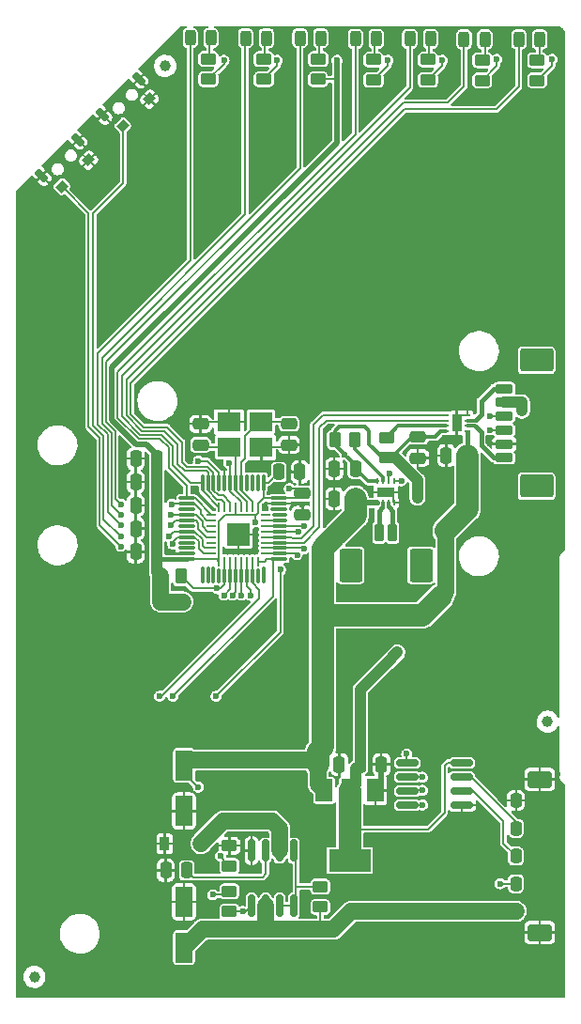
<source format=gbr>
G04 #@! TF.GenerationSoftware,KiCad,Pcbnew,(6.0.1-0)*
G04 #@! TF.CreationDate,2022-08-23T11:47:08-04:00*
G04 #@! TF.ProjectId,mobo,6d6f626f-2e6b-4696-9361-645f70636258,rev?*
G04 #@! TF.SameCoordinates,Original*
G04 #@! TF.FileFunction,Copper,L1,Top*
G04 #@! TF.FilePolarity,Positive*
%FSLAX46Y46*%
G04 Gerber Fmt 4.6, Leading zero omitted, Abs format (unit mm)*
G04 Created by KiCad (PCBNEW (6.0.1-0)) date 2022-08-23 11:47:08*
%MOMM*%
%LPD*%
G01*
G04 APERTURE LIST*
G04 Aperture macros list*
%AMRoundRect*
0 Rectangle with rounded corners*
0 $1 Rounding radius*
0 $2 $3 $4 $5 $6 $7 $8 $9 X,Y pos of 4 corners*
0 Add a 4 corners polygon primitive as box body*
4,1,4,$2,$3,$4,$5,$6,$7,$8,$9,$2,$3,0*
0 Add four circle primitives for the rounded corners*
1,1,$1+$1,$2,$3*
1,1,$1+$1,$4,$5*
1,1,$1+$1,$6,$7*
1,1,$1+$1,$8,$9*
0 Add four rect primitives between the rounded corners*
20,1,$1+$1,$2,$3,$4,$5,0*
20,1,$1+$1,$4,$5,$6,$7,0*
20,1,$1+$1,$6,$7,$8,$9,0*
20,1,$1+$1,$8,$9,$2,$3,0*%
G04 Aperture macros list end*
G04 #@! TA.AperFunction,SMDPad,CuDef*
%ADD10RoundRect,0.250000X-0.450000X0.262500X-0.450000X-0.262500X0.450000X-0.262500X0.450000X0.262500X0*%
G04 #@! TD*
G04 #@! TA.AperFunction,SMDPad,CuDef*
%ADD11RoundRect,0.250000X0.450000X-0.262500X0.450000X0.262500X-0.450000X0.262500X-0.450000X-0.262500X0*%
G04 #@! TD*
G04 #@! TA.AperFunction,SMDPad,CuDef*
%ADD12RoundRect,0.250000X-0.250000X-0.475000X0.250000X-0.475000X0.250000X0.475000X-0.250000X0.475000X0*%
G04 #@! TD*
G04 #@! TA.AperFunction,SMDPad,CuDef*
%ADD13R,0.500000X0.250000*%
G04 #@! TD*
G04 #@! TA.AperFunction,SMDPad,CuDef*
%ADD14R,0.900000X1.600000*%
G04 #@! TD*
G04 #@! TA.AperFunction,SMDPad,CuDef*
%ADD15RoundRect,0.075000X-0.075000X0.662500X-0.075000X-0.662500X0.075000X-0.662500X0.075000X0.662500X0*%
G04 #@! TD*
G04 #@! TA.AperFunction,SMDPad,CuDef*
%ADD16RoundRect,0.075000X-0.662500X0.075000X-0.662500X-0.075000X0.662500X-0.075000X0.662500X0.075000X0*%
G04 #@! TD*
G04 #@! TA.AperFunction,SMDPad,CuDef*
%ADD17RoundRect,0.075000X-0.075000X0.575000X-0.075000X-0.575000X0.075000X-0.575000X0.075000X0.575000X0*%
G04 #@! TD*
G04 #@! TA.AperFunction,SMDPad,CuDef*
%ADD18RoundRect,0.075000X-0.575000X0.075000X-0.575000X-0.075000X0.575000X-0.075000X0.575000X0.075000X0*%
G04 #@! TD*
G04 #@! TA.AperFunction,SMDPad,CuDef*
%ADD19RoundRect,0.243750X-0.243750X-0.456250X0.243750X-0.456250X0.243750X0.456250X-0.243750X0.456250X0*%
G04 #@! TD*
G04 #@! TA.AperFunction,SMDPad,CuDef*
%ADD20R,1.500000X2.000000*%
G04 #@! TD*
G04 #@! TA.AperFunction,SMDPad,CuDef*
%ADD21R,3.800000X2.000000*%
G04 #@! TD*
G04 #@! TA.AperFunction,SMDPad,CuDef*
%ADD22R,2.100000X1.800000*%
G04 #@! TD*
G04 #@! TA.AperFunction,SMDPad,CuDef*
%ADD23RoundRect,0.250000X0.550000X-1.137500X0.550000X1.137500X-0.550000X1.137500X-0.550000X-1.137500X0*%
G04 #@! TD*
G04 #@! TA.AperFunction,SMDPad,CuDef*
%ADD24RoundRect,0.250000X-0.550000X1.137500X-0.550000X-1.137500X0.550000X-1.137500X0.550000X1.137500X0*%
G04 #@! TD*
G04 #@! TA.AperFunction,SMDPad,CuDef*
%ADD25C,1.000000*%
G04 #@! TD*
G04 #@! TA.AperFunction,SMDPad,CuDef*
%ADD26RoundRect,0.250000X0.475000X-0.250000X0.475000X0.250000X-0.475000X0.250000X-0.475000X-0.250000X0*%
G04 #@! TD*
G04 #@! TA.AperFunction,SMDPad,CuDef*
%ADD27RoundRect,0.100000X0.035355X0.459619X-0.459619X-0.035355X-0.035355X-0.459619X0.459619X0.035355X0*%
G04 #@! TD*
G04 #@! TA.AperFunction,SMDPad,CuDef*
%ADD28RoundRect,0.075000X0.212132X-0.530330X0.530330X-0.212132X-0.212132X0.530330X-0.530330X0.212132X0*%
G04 #@! TD*
G04 #@! TA.AperFunction,SMDPad,CuDef*
%ADD29R,0.250000X0.500000*%
G04 #@! TD*
G04 #@! TA.AperFunction,SMDPad,CuDef*
%ADD30R,1.600000X0.900000*%
G04 #@! TD*
G04 #@! TA.AperFunction,SMDPad,CuDef*
%ADD31RoundRect,0.200000X0.600000X-0.200000X0.600000X0.200000X-0.600000X0.200000X-0.600000X-0.200000X0*%
G04 #@! TD*
G04 #@! TA.AperFunction,SMDPad,CuDef*
%ADD32RoundRect,0.250001X1.249999X-0.799999X1.249999X0.799999X-1.249999X0.799999X-1.249999X-0.799999X0*%
G04 #@! TD*
G04 #@! TA.AperFunction,SMDPad,CuDef*
%ADD33RoundRect,0.250000X0.262500X0.450000X-0.262500X0.450000X-0.262500X-0.450000X0.262500X-0.450000X0*%
G04 #@! TD*
G04 #@! TA.AperFunction,SMDPad,CuDef*
%ADD34RoundRect,0.200000X-0.200000X-0.600000X0.200000X-0.600000X0.200000X0.600000X-0.200000X0.600000X0*%
G04 #@! TD*
G04 #@! TA.AperFunction,SMDPad,CuDef*
%ADD35RoundRect,0.250001X-0.799999X-1.249999X0.799999X-1.249999X0.799999X1.249999X-0.799999X1.249999X0*%
G04 #@! TD*
G04 #@! TA.AperFunction,SMDPad,CuDef*
%ADD36RoundRect,0.150000X-0.825000X-0.150000X0.825000X-0.150000X0.825000X0.150000X-0.825000X0.150000X0*%
G04 #@! TD*
G04 #@! TA.AperFunction,SMDPad,CuDef*
%ADD37RoundRect,0.250000X0.250000X0.475000X-0.250000X0.475000X-0.250000X-0.475000X0.250000X-0.475000X0*%
G04 #@! TD*
G04 #@! TA.AperFunction,SMDPad,CuDef*
%ADD38R,2.400000X1.500000*%
G04 #@! TD*
G04 #@! TA.AperFunction,SMDPad,CuDef*
%ADD39RoundRect,0.062500X-0.062500X0.375000X-0.062500X-0.375000X0.062500X-0.375000X0.062500X0.375000X0*%
G04 #@! TD*
G04 #@! TA.AperFunction,SMDPad,CuDef*
%ADD40RoundRect,0.062500X-0.375000X0.062500X-0.375000X-0.062500X0.375000X-0.062500X0.375000X0.062500X0*%
G04 #@! TD*
G04 #@! TA.AperFunction,SMDPad,CuDef*
%ADD41R,2.000000X2.000000*%
G04 #@! TD*
G04 #@! TA.AperFunction,SMDPad,CuDef*
%ADD42RoundRect,0.250000X-0.475000X0.250000X-0.475000X-0.250000X0.475000X-0.250000X0.475000X0.250000X0*%
G04 #@! TD*
G04 #@! TA.AperFunction,SMDPad,CuDef*
%ADD43RoundRect,0.250000X0.250000X-0.400000X0.250000X0.400000X-0.250000X0.400000X-0.250000X-0.400000X0*%
G04 #@! TD*
G04 #@! TA.AperFunction,SMDPad,CuDef*
%ADD44RoundRect,0.150000X0.925000X-0.600000X0.925000X0.600000X-0.925000X0.600000X-0.925000X-0.600000X0*%
G04 #@! TD*
G04 #@! TA.AperFunction,SMDPad,CuDef*
%ADD45RoundRect,0.150000X-0.150000X0.825000X-0.150000X-0.825000X0.150000X-0.825000X0.150000X0.825000X0*%
G04 #@! TD*
G04 #@! TA.AperFunction,SMDPad,CuDef*
%ADD46R,0.900000X1.200000*%
G04 #@! TD*
G04 #@! TA.AperFunction,ViaPad*
%ADD47C,0.600000*%
G04 #@! TD*
G04 #@! TA.AperFunction,ViaPad*
%ADD48C,0.800000*%
G04 #@! TD*
G04 #@! TA.AperFunction,Conductor*
%ADD49C,0.200000*%
G04 #@! TD*
G04 #@! TA.AperFunction,Conductor*
%ADD50C,0.500000*%
G04 #@! TD*
G04 #@! TA.AperFunction,Conductor*
%ADD51C,0.300000*%
G04 #@! TD*
G04 #@! TA.AperFunction,Conductor*
%ADD52C,1.000000*%
G04 #@! TD*
G04 #@! TA.AperFunction,Conductor*
%ADD53C,1.500000*%
G04 #@! TD*
G04 #@! TA.AperFunction,Conductor*
%ADD54C,2.000000*%
G04 #@! TD*
G04 #@! TA.AperFunction,Conductor*
%ADD55C,0.400000*%
G04 #@! TD*
G04 #@! TA.AperFunction,Conductor*
%ADD56C,0.250000*%
G04 #@! TD*
G04 APERTURE END LIST*
D10*
X119700000Y-34237500D03*
X119700000Y-36062500D03*
D11*
X101800000Y-111012500D03*
X101800000Y-109187500D03*
D12*
X109800000Y-97750000D03*
X111700000Y-97750000D03*
X93350000Y-70200000D03*
X95250000Y-70200000D03*
D13*
X123250000Y-67750000D03*
X123250000Y-67250000D03*
X123250000Y-66750000D03*
X123250000Y-66250000D03*
X121350000Y-66250000D03*
X121350000Y-66750000D03*
X121350000Y-67250000D03*
X121350000Y-67750000D03*
D14*
X122300000Y-67000000D03*
D10*
X116000000Y-68287500D03*
X116000000Y-70112500D03*
D15*
X104863335Y-72350240D03*
X104363335Y-72350240D03*
X103863335Y-72350240D03*
X103363335Y-72350240D03*
X102863335Y-72350240D03*
X102363335Y-72350240D03*
X101863335Y-72350240D03*
X101363335Y-72350240D03*
X100863335Y-72350240D03*
X100363335Y-72350240D03*
X99863335Y-72350240D03*
X99363335Y-72350240D03*
D16*
X97950835Y-73762740D03*
X97950835Y-74262740D03*
X97950835Y-74762740D03*
X97950835Y-75262740D03*
X97950835Y-75762740D03*
X97950835Y-76262740D03*
X97950835Y-76762740D03*
X97950835Y-77262740D03*
X97950835Y-77762740D03*
X97950835Y-78262740D03*
X97950835Y-78762740D03*
X97950835Y-79262740D03*
D15*
X99363335Y-80675240D03*
X99863335Y-80675240D03*
X100363335Y-80675240D03*
D17*
X100863335Y-80762740D03*
X101363335Y-80762740D03*
X101863335Y-80762740D03*
X102363335Y-80762740D03*
X102863335Y-80762740D03*
X103363335Y-80762740D03*
X103863335Y-80762740D03*
X104363335Y-80762740D03*
D15*
X104863335Y-80675240D03*
D16*
X106275835Y-79262740D03*
D18*
X106365835Y-78762740D03*
X106365835Y-78262740D03*
X106365835Y-77762740D03*
X106365835Y-77262740D03*
X106365835Y-76762740D03*
X106365835Y-76262740D03*
X106365835Y-75762740D03*
X106365835Y-75262740D03*
D16*
X106275835Y-74762740D03*
X106275835Y-74262740D03*
X106275835Y-73762740D03*
D10*
X104900000Y-34187500D03*
X104900000Y-36012500D03*
D19*
X108162500Y-32300000D03*
X110037500Y-32300000D03*
D10*
X99900000Y-34175000D03*
X99900000Y-36000000D03*
D20*
X114950000Y-100100000D03*
D21*
X112650000Y-106400000D03*
D20*
X112650000Y-100100000D03*
X110350000Y-100100000D03*
D22*
X104637740Y-66861905D03*
X101737740Y-66861905D03*
X101737740Y-69161905D03*
X104637740Y-69161905D03*
D12*
X93350000Y-78600000D03*
X95250000Y-78600000D03*
D11*
X101800000Y-106912500D03*
X101800000Y-105087500D03*
D10*
X114800000Y-34237500D03*
X114800000Y-36062500D03*
X129550000Y-34287500D03*
X129550000Y-36112500D03*
D23*
X97700000Y-114262500D03*
X97700000Y-110137500D03*
D24*
X97700000Y-97837500D03*
X97700000Y-101962500D03*
D25*
X96000000Y-34800000D03*
D12*
X111250000Y-73800000D03*
X113150000Y-73800000D03*
D25*
X130500000Y-93900000D03*
D10*
X124600000Y-34287500D03*
X124600000Y-36112500D03*
D26*
X108400000Y-75250000D03*
X108400000Y-73350000D03*
D27*
X92187868Y-40192031D03*
X94592031Y-37787868D03*
D28*
X93602082Y-35949390D03*
X90349390Y-39202082D03*
D12*
X96050000Y-107300000D03*
X97950000Y-107300000D03*
D29*
X115150000Y-74150000D03*
X115650000Y-74150000D03*
X116150000Y-74150000D03*
X116650000Y-74150000D03*
X116650000Y-72250000D03*
X116150000Y-72250000D03*
X115650000Y-72250000D03*
X115150000Y-72250000D03*
D30*
X115900000Y-73200000D03*
D31*
X126600000Y-70125000D03*
X126600000Y-68875000D03*
X126600000Y-67625000D03*
X126600000Y-66375000D03*
X126600000Y-65125000D03*
X126600000Y-63875000D03*
D32*
X129500000Y-61325000D03*
X129500000Y-72675000D03*
D12*
X113600000Y-97750000D03*
X115500000Y-97750000D03*
X93350000Y-76500000D03*
X95250000Y-76500000D03*
D33*
X113112500Y-68500000D03*
X111287500Y-68500000D03*
D19*
X122962500Y-32400000D03*
X124837500Y-32400000D03*
D12*
X111250000Y-71100000D03*
X113150000Y-71100000D03*
D19*
X103262500Y-32300000D03*
X105137500Y-32300000D03*
D34*
X115275000Y-76900000D03*
X116525000Y-76900000D03*
D35*
X119075000Y-79800000D03*
X112725000Y-79800000D03*
D36*
X117825000Y-97595000D03*
X117825000Y-98865000D03*
X117825000Y-100135000D03*
X117825000Y-101405000D03*
X122775000Y-101405000D03*
X122775000Y-100135000D03*
X122775000Y-98865000D03*
X122775000Y-97595000D03*
D33*
X97412500Y-80800000D03*
X95587500Y-80800000D03*
D37*
X108150000Y-71400000D03*
X106250000Y-71400000D03*
D38*
X104700000Y-102850000D03*
X104700000Y-97350000D03*
D39*
X104363335Y-74575240D03*
X103863335Y-74575240D03*
X103363335Y-74575240D03*
X102863335Y-74575240D03*
X102363335Y-74575240D03*
X101863335Y-74575240D03*
X101363335Y-74575240D03*
X100863335Y-74575240D03*
D40*
X100175835Y-75262740D03*
X100175835Y-75762740D03*
X100175835Y-76262740D03*
X100175835Y-76762740D03*
X100175835Y-77262740D03*
X100175835Y-77762740D03*
X100175835Y-78262740D03*
X100175835Y-78762740D03*
D39*
X100863335Y-79450240D03*
X101363335Y-79450240D03*
X101863335Y-79450240D03*
X102363335Y-79450240D03*
X102863335Y-79450240D03*
X103363335Y-79450240D03*
X103863335Y-79450240D03*
X104363335Y-79450240D03*
D40*
X105050835Y-78762740D03*
X105050835Y-78262740D03*
X105050835Y-77762740D03*
X105050835Y-77262740D03*
X105050835Y-76762740D03*
X105050835Y-76262740D03*
X105050835Y-75762740D03*
X105050835Y-75262740D03*
D41*
X102613335Y-77012740D03*
D12*
X121350000Y-69900000D03*
X123250000Y-69900000D03*
D19*
X98262500Y-32287500D03*
X100137500Y-32287500D03*
D42*
X107187740Y-67061905D03*
X107187740Y-68961905D03*
D19*
X118062500Y-32350000D03*
X119937500Y-32350000D03*
D12*
X93350000Y-74400000D03*
X95250000Y-74400000D03*
D43*
X127645000Y-111000000D03*
X127645000Y-108500000D03*
X127645000Y-106000000D03*
X127645000Y-103500000D03*
X127645000Y-101000000D03*
D44*
X129795000Y-112900000D03*
X129795000Y-99100000D03*
D11*
X110000000Y-110600000D03*
X110000000Y-108775000D03*
D26*
X99187740Y-68961905D03*
X99187740Y-67061905D03*
D25*
X84200000Y-116900000D03*
D12*
X93350000Y-72300000D03*
X95250000Y-72300000D03*
D19*
X113162500Y-32350000D03*
X115037500Y-32350000D03*
D45*
X107605000Y-105525000D03*
X106335000Y-105525000D03*
X105065000Y-105525000D03*
X103795000Y-105525000D03*
X103795000Y-110475000D03*
X105065000Y-110475000D03*
X106335000Y-110475000D03*
X107605000Y-110475000D03*
D27*
X86687868Y-45692031D03*
X89092031Y-43287868D03*
D28*
X88102082Y-41449390D03*
X84849390Y-44702082D03*
D19*
X127912500Y-32400000D03*
X129787500Y-32400000D03*
D10*
X109800000Y-34187500D03*
X109800000Y-36012500D03*
D26*
X118800000Y-70150000D03*
X118800000Y-68250000D03*
D46*
X99250000Y-104900000D03*
X95950000Y-104900000D03*
D47*
X101300000Y-34300000D03*
X106100000Y-34300000D03*
X92000000Y-78100000D03*
X92000000Y-77200000D03*
X92000000Y-76200000D03*
X92000000Y-75300000D03*
X92000000Y-74300000D03*
X108600000Y-68200000D03*
X114200000Y-101800000D03*
X103400000Y-107200000D03*
X108400000Y-74300000D03*
X131400000Y-99600000D03*
X104200000Y-107200000D03*
X117200000Y-94900000D03*
X96200000Y-111200000D03*
X112500000Y-96300000D03*
X128200000Y-69400000D03*
X116300000Y-100500000D03*
X131400000Y-112400000D03*
X108500000Y-70100000D03*
X96200000Y-109600000D03*
X94400000Y-35200000D03*
X125300000Y-68800000D03*
X112200000Y-89900000D03*
X100900000Y-70600000D03*
X126900000Y-99800000D03*
X111100000Y-72400000D03*
X100700000Y-65100000D03*
X88900000Y-40700000D03*
X93400000Y-79900000D03*
X105500000Y-65100000D03*
X94800000Y-105300000D03*
X107200000Y-71400000D03*
X98100000Y-70100000D03*
X96200000Y-108800000D03*
D48*
X103163335Y-76462740D03*
D47*
X92100000Y-79600000D03*
D48*
X102063335Y-77562740D03*
D47*
X94900000Y-106900000D03*
X96200000Y-110400000D03*
X108200000Y-65700000D03*
X114900000Y-101800000D03*
X84100000Y-45500000D03*
X117400000Y-73200000D03*
X126500000Y-100600000D03*
D48*
X103163335Y-77562740D03*
D47*
X96300000Y-78600000D03*
X94800000Y-104500000D03*
X98700000Y-73100000D03*
X110600000Y-69700000D03*
X128700000Y-100600000D03*
X94900000Y-107700000D03*
X128200000Y-112400000D03*
X124400000Y-101800000D03*
X115500000Y-73200000D03*
X121400000Y-68500000D03*
X96200000Y-101500000D03*
X115600000Y-101800000D03*
X89600000Y-40000000D03*
X96200000Y-102300000D03*
X96800000Y-72600000D03*
X131400000Y-113400000D03*
X92300000Y-70200000D03*
X122300000Y-66600000D03*
X120200000Y-70900000D03*
X122300000Y-65600000D03*
X128700000Y-101400000D03*
X128200000Y-98600000D03*
X92300000Y-72300000D03*
X111800000Y-96300000D03*
X116300000Y-73200000D03*
X104995835Y-74537740D03*
X103000000Y-104200000D03*
D48*
X102063335Y-76462740D03*
D47*
X128200000Y-99600000D03*
X96200000Y-103100000D03*
X122300000Y-67400000D03*
X97400000Y-87300000D03*
X116300000Y-99500000D03*
X122800000Y-102400000D03*
X131400000Y-98600000D03*
X128200000Y-113400000D03*
X103412835Y-70900000D03*
X96200000Y-100700000D03*
X107200000Y-72900000D03*
X97600000Y-83100000D03*
X112650000Y-103450000D03*
X116100000Y-34300000D03*
X121000000Y-34300000D03*
X116950000Y-87650000D03*
X115100000Y-89500000D03*
X130900000Y-34200000D03*
X125900000Y-34200000D03*
X96600000Y-83100000D03*
X118749511Y-72100000D03*
X99000000Y-70400980D03*
X111500000Y-34300000D03*
X112650000Y-101900000D03*
X112650000Y-104250000D03*
X118749511Y-73750489D03*
X112650000Y-102650000D03*
X104100000Y-75900000D03*
X95600000Y-83100000D03*
X112200000Y-69800000D03*
X128200000Y-65900000D03*
X118749511Y-72950489D03*
X128200000Y-65100000D03*
X116000000Y-88600000D03*
X106400000Y-80200000D03*
X100600000Y-91600000D03*
X101738556Y-70600000D03*
X96500000Y-76200000D03*
X96500000Y-75300000D03*
X102100000Y-82500000D03*
X117800000Y-96800000D03*
X101300000Y-82500000D03*
X119200000Y-101400000D03*
X126200000Y-108500000D03*
X100700000Y-81900000D03*
X95500000Y-91600000D03*
X96700000Y-91600000D03*
X96700000Y-77900000D03*
X96300000Y-77200000D03*
X99000000Y-99800000D03*
X100300000Y-109500000D03*
X116200000Y-71500000D03*
X108499242Y-78312240D03*
X107900000Y-78861740D03*
X117300000Y-72200000D03*
X96600000Y-74300000D03*
X103700000Y-82500000D03*
X119200000Y-100100000D03*
X101000000Y-106000000D03*
X103000000Y-111000000D03*
X125300000Y-67600000D03*
X108000000Y-76812240D03*
X125300000Y-66400000D03*
X108561347Y-76264982D03*
X102900000Y-82500000D03*
X119200000Y-98900000D03*
D49*
X111500000Y-36012500D02*
X109800000Y-36012500D01*
D50*
X91200000Y-62000000D02*
X91200000Y-66706428D01*
X91200000Y-66706428D02*
X93393091Y-68899519D01*
X111500000Y-41700000D02*
X91200000Y-62000000D01*
X111500000Y-34300000D02*
X111500000Y-41700000D01*
X93393091Y-68899519D02*
X94299520Y-68899520D01*
X94299520Y-68899520D02*
X95250000Y-69850000D01*
X95250000Y-69850000D02*
X95250000Y-70200000D01*
D49*
X92000000Y-77200000D02*
X90450480Y-75650480D01*
X90450480Y-75650480D02*
X90450480Y-68150480D01*
X89500000Y-48100000D02*
X92200000Y-45400000D01*
X90450480Y-68150480D02*
X89500000Y-67200000D01*
X89500000Y-67200000D02*
X89500000Y-48100000D01*
X92200000Y-45400000D02*
X92200000Y-40204163D01*
X92200000Y-40204163D02*
X92187868Y-40192031D01*
X92000000Y-76200000D02*
X90800000Y-75000000D01*
X90800000Y-75000000D02*
X90800000Y-68001448D01*
X98262500Y-33762500D02*
X98250000Y-33750000D01*
X98250000Y-33750000D02*
X98250000Y-32350000D01*
X89900000Y-67101448D02*
X89900000Y-60700000D01*
X90800000Y-68001448D02*
X89900000Y-67101448D01*
X89900000Y-60700000D02*
X98262500Y-52337500D01*
X98262500Y-52337500D02*
X98262500Y-33762500D01*
X98250000Y-32350000D02*
X98262500Y-32337500D01*
X92000000Y-75300000D02*
X91150480Y-74450480D01*
X91150480Y-74450480D02*
X91150480Y-67857632D01*
X91150480Y-67857632D02*
X90300000Y-67007152D01*
X103200000Y-48200000D02*
X103200000Y-32362500D01*
X103200000Y-32362500D02*
X103262500Y-32300000D01*
X90300000Y-67007152D02*
X90300000Y-61100000D01*
X90300000Y-61100000D02*
X103200000Y-48200000D01*
X92000000Y-74300000D02*
X91500000Y-73800000D01*
X90700000Y-61500000D02*
X108162500Y-44037500D01*
X108162500Y-44037500D02*
X108162500Y-32300000D01*
X91500000Y-73800000D02*
X91500000Y-67712856D01*
X91500000Y-67712856D02*
X90700000Y-66912856D01*
X90700000Y-66912856D02*
X90700000Y-61500000D01*
X99363335Y-72350240D02*
X98250240Y-72350240D01*
X98250240Y-72350240D02*
X96700000Y-70800000D01*
X96700000Y-70800000D02*
X96700000Y-69050000D01*
X96700000Y-69050000D02*
X95700480Y-68050480D01*
X118062500Y-36737500D02*
X118062500Y-32350000D01*
X95700480Y-68050480D02*
X93750480Y-68050480D01*
X93750480Y-68050480D02*
X92100000Y-66400000D01*
X92100000Y-66400000D02*
X92100000Y-62700000D01*
X92100000Y-62700000D02*
X118062500Y-36737500D01*
X113162500Y-32350000D02*
X113162500Y-40937500D01*
X113162500Y-40937500D02*
X91700000Y-62400000D01*
X93600000Y-68400000D02*
X95500000Y-68400000D01*
X91700000Y-62400000D02*
X91700000Y-66500000D01*
X91700000Y-66500000D02*
X93600000Y-68400000D01*
X95500000Y-68400000D02*
X96300000Y-69200000D01*
X96300000Y-69200000D02*
X96300000Y-71000000D01*
X96300000Y-71000000D02*
X97950835Y-72650835D01*
X97950835Y-72650835D02*
X97950835Y-73762740D01*
X99863335Y-72350240D02*
X99863335Y-71463335D01*
X99700000Y-71300000D02*
X97750000Y-71300000D01*
X97750000Y-71300000D02*
X97100000Y-70650000D01*
X97100000Y-70650000D02*
X97100000Y-68900000D01*
X97100000Y-68900000D02*
X95900960Y-67700960D01*
X93900960Y-67700960D02*
X92500000Y-66300000D01*
X92500000Y-66300000D02*
X92500000Y-63100000D01*
X99863335Y-71463335D02*
X99700000Y-71300000D01*
X95900960Y-67700960D02*
X93900960Y-67700960D01*
X92500000Y-63100000D02*
X117500000Y-38100000D01*
X117500000Y-38100000D02*
X121500000Y-38100000D01*
X121500000Y-38100000D02*
X122962500Y-36637500D01*
X122962500Y-36637500D02*
X122962500Y-32400000D01*
X127912500Y-36687500D02*
X125900000Y-38700000D01*
X92900000Y-66200000D02*
X94051440Y-67351440D01*
X125900000Y-38700000D02*
X117600000Y-38700000D01*
X127912500Y-32400000D02*
X127912500Y-36687500D01*
X117600000Y-38700000D02*
X92900000Y-63400000D01*
X94051440Y-67351440D02*
X96151440Y-67351440D01*
X97950481Y-70950481D02*
X99844777Y-70950481D01*
X96151440Y-67351440D02*
X97500000Y-68700000D01*
X92900000Y-63400000D02*
X92900000Y-66200000D01*
X97500000Y-68700000D02*
X97500000Y-70500000D01*
X97500000Y-70500000D02*
X97950481Y-70950481D01*
X99844777Y-70950481D02*
X100363335Y-71469039D01*
X100363335Y-71469039D02*
X100363335Y-72350240D01*
X92000000Y-78100000D02*
X90100000Y-76200000D01*
X90100000Y-76200000D02*
X90100000Y-68294296D01*
X89100000Y-67294296D02*
X89100000Y-48100000D01*
X90100000Y-68294296D02*
X89100000Y-67294296D01*
X86904163Y-45904163D02*
X86900000Y-45904163D01*
X89100000Y-48100000D02*
X86904163Y-45904163D01*
X86900000Y-45904163D02*
X86687868Y-45692031D01*
X101300000Y-34600000D02*
X99900000Y-36000000D01*
X101300000Y-34300000D02*
X101300000Y-34600000D01*
X106100000Y-34812500D02*
X104900000Y-36012500D01*
X106100000Y-34300000D02*
X106100000Y-34812500D01*
X101350835Y-72337740D02*
X101363335Y-72350240D01*
X107257262Y-65700000D02*
X108162260Y-66604998D01*
X123250000Y-66250000D02*
X122650000Y-66250000D01*
X98500000Y-69800000D02*
X98100000Y-69400000D01*
X116600000Y-74100000D02*
X116600000Y-73500000D01*
X108162260Y-69737740D02*
X107500000Y-70400000D01*
X99900000Y-69800000D02*
X98500000Y-69800000D01*
X100900000Y-70600000D02*
X100700000Y-70600000D01*
X116600000Y-73500000D02*
X116300000Y-73200000D01*
X103412835Y-70900000D02*
X104200000Y-70900000D01*
X115500000Y-99550000D02*
X114950000Y-100100000D01*
X122650000Y-66250000D02*
X122300000Y-66600000D01*
X116650000Y-74150000D02*
X116600000Y-74100000D01*
X105270835Y-74262740D02*
X104995835Y-74537740D01*
D50*
X115500000Y-97750000D02*
X115500000Y-99550000D01*
D49*
X99187740Y-67061905D02*
X99387740Y-66861905D01*
X106987740Y-69161905D02*
X104637740Y-69161905D01*
X104200000Y-70900000D02*
X104700000Y-70400000D01*
X101363335Y-71063335D02*
X101363335Y-72350240D01*
X99387740Y-66861905D02*
X101737740Y-66861905D01*
X104700000Y-70400000D02*
X104700000Y-69224165D01*
X98800000Y-65700000D02*
X101700000Y-65700000D01*
X100700000Y-70600000D02*
X99900000Y-69800000D01*
X107500000Y-70400000D02*
X104700000Y-70400000D01*
X101700000Y-65700000D02*
X107257262Y-65700000D01*
X108162260Y-66604998D02*
X108162260Y-69737740D01*
X101737740Y-65737740D02*
X101700000Y-65700000D01*
X106275835Y-74262740D02*
X105270835Y-74262740D01*
X104700000Y-69224165D02*
X104637740Y-69161905D01*
X98100000Y-66400000D02*
X98800000Y-65700000D01*
X101737740Y-66861905D02*
X101737740Y-65737740D01*
X100900000Y-70600000D02*
X101363335Y-71063335D01*
X107187740Y-68961905D02*
X106987740Y-69161905D01*
X98100000Y-69400000D02*
X98100000Y-66400000D01*
X100675835Y-79262740D02*
X97950835Y-79262740D01*
D51*
X120850000Y-67750000D02*
X120350000Y-68250000D01*
D52*
X113600000Y-91000000D02*
X115950000Y-88650000D01*
D49*
X104363335Y-75112740D02*
X104213335Y-75262740D01*
D51*
X116387500Y-70112500D02*
X118250000Y-68250000D01*
X118250000Y-68250000D02*
X118800000Y-68250000D01*
D49*
X102263335Y-75262740D02*
X102363335Y-75162740D01*
X104363335Y-74262740D02*
X104363335Y-74575240D01*
X104863335Y-72350240D02*
X105299760Y-72350240D01*
X116100000Y-34762500D02*
X114800000Y-36062500D01*
D51*
X112200000Y-69800000D02*
X113150000Y-70750000D01*
D52*
X95250000Y-78600000D02*
X95250000Y-71150000D01*
D49*
X99789572Y-70400980D02*
X100863335Y-71474743D01*
D52*
X126625000Y-65100000D02*
X128200000Y-65100000D01*
D49*
X130900000Y-34762500D02*
X129550000Y-36112500D01*
D52*
X116762011Y-70112500D02*
X116000000Y-70112500D01*
D49*
X121200000Y-97900000D02*
X121200000Y-102100000D01*
D51*
X111287500Y-67712500D02*
X111287500Y-68500000D01*
D53*
X95587500Y-80800000D02*
X95587500Y-83087500D01*
D52*
X113600000Y-97750000D02*
X113600000Y-91000000D01*
X112650000Y-100100000D02*
X113200000Y-99550000D01*
D51*
X116000000Y-70112500D02*
X116387500Y-70112500D01*
D52*
X95250000Y-78600000D02*
X95250000Y-79450000D01*
D49*
X113500000Y-103600000D02*
X112650000Y-102750000D01*
D51*
X115150000Y-72250000D02*
X114300000Y-72250000D01*
X114000000Y-67300000D02*
X111700000Y-67300000D01*
D52*
X113200000Y-98150000D02*
X113600000Y-97750000D01*
D49*
X100863335Y-71474743D02*
X100863335Y-72350240D01*
D51*
X121350000Y-67750000D02*
X120850000Y-67750000D01*
D49*
X106275835Y-73762740D02*
X104863335Y-73762740D01*
X100863335Y-79450240D02*
X100675835Y-79262740D01*
X105299760Y-72350240D02*
X106250000Y-71400000D01*
D51*
X111287500Y-68887500D02*
X111287500Y-68500000D01*
D49*
X130900000Y-34200000D02*
X130900000Y-34762500D01*
X104863335Y-72350240D02*
X104863335Y-73762740D01*
X100863335Y-79450240D02*
X100863335Y-75850240D01*
X104213335Y-75262740D02*
X104062740Y-75262740D01*
D51*
X112200000Y-69800000D02*
X111287500Y-68887500D01*
X113150000Y-70750000D02*
X113150000Y-71100000D01*
D49*
X104100000Y-75300000D02*
X104062740Y-75262740D01*
D51*
X111700000Y-67300000D02*
X111287500Y-67712500D01*
D54*
X112650000Y-100100000D02*
X112650000Y-101450000D01*
D51*
X114400000Y-67700000D02*
X114000000Y-67300000D01*
D54*
X112650000Y-104450000D02*
X112650000Y-106400000D01*
D49*
X104062740Y-75262740D02*
X102463335Y-75262740D01*
D54*
X112650000Y-104250000D02*
X112650000Y-104450000D01*
D52*
X95587500Y-83087500D02*
X95600000Y-83100000D01*
D49*
X95437260Y-79262740D02*
X95250000Y-79450000D01*
D54*
X112650000Y-101450000D02*
X112650000Y-101750000D01*
D49*
X122775000Y-97595000D02*
X121505000Y-97595000D01*
X101450835Y-75262740D02*
X102263335Y-75262740D01*
D52*
X128200000Y-65100000D02*
X128200000Y-65900000D01*
X126600000Y-65125000D02*
X126625000Y-65100000D01*
D49*
X121000000Y-34300000D02*
X121000000Y-34762500D01*
X102463335Y-75262740D02*
X102363335Y-75162740D01*
D54*
X112650000Y-101750000D02*
X112650000Y-101950000D01*
D52*
X95250000Y-79450000D02*
X95250000Y-80462500D01*
D49*
X121505000Y-97595000D02*
X121200000Y-97900000D01*
D51*
X114400000Y-68900000D02*
X114400000Y-67700000D01*
D49*
X107950000Y-72900000D02*
X108400000Y-73350000D01*
D53*
X95600000Y-83100000D02*
X97600000Y-83100000D01*
D49*
X100863335Y-75850240D02*
X101450835Y-75262740D01*
D54*
X112650000Y-101950000D02*
X112650000Y-102650000D01*
D51*
X115612500Y-70112500D02*
X114400000Y-68900000D01*
X120350000Y-68250000D02*
X118800000Y-68250000D01*
D49*
X104887500Y-36000000D02*
X104900000Y-36012500D01*
D52*
X115950000Y-88650000D02*
X116950000Y-87650000D01*
D49*
X99000000Y-70400980D02*
X99789572Y-70400980D01*
X104863335Y-73762740D02*
X104363335Y-74262740D01*
X125900000Y-34812500D02*
X124600000Y-36112500D01*
D54*
X112650000Y-103450000D02*
X112650000Y-103650000D01*
D49*
X121000000Y-34762500D02*
X119700000Y-36062500D01*
X107987260Y-73762740D02*
X108400000Y-73350000D01*
X121200000Y-102100000D02*
X119700000Y-103600000D01*
X125900000Y-34200000D02*
X125900000Y-34812500D01*
X116100000Y-34300000D02*
X116100000Y-34762500D01*
D54*
X112650000Y-102650000D02*
X112650000Y-102750000D01*
D49*
X104363335Y-74575240D02*
X104363335Y-75112740D01*
X107200000Y-72900000D02*
X107950000Y-72900000D01*
D54*
X112650000Y-103650000D02*
X112650000Y-104250000D01*
D52*
X118749511Y-73750489D02*
X118749511Y-72100000D01*
D54*
X112650000Y-102750000D02*
X112650000Y-103450000D01*
D55*
X97950835Y-79262740D02*
X95437260Y-79262740D01*
D51*
X114300000Y-72250000D02*
X113150000Y-71100000D01*
D52*
X118749511Y-72100000D02*
X116762011Y-70112500D01*
X113200000Y-99550000D02*
X113200000Y-98150000D01*
D49*
X104100000Y-75900000D02*
X104100000Y-75300000D01*
X119700000Y-103600000D02*
X113500000Y-103600000D01*
D52*
X95250000Y-80462500D02*
X95587500Y-80800000D01*
D51*
X116000000Y-70112500D02*
X115612500Y-70112500D01*
D52*
X95250000Y-71150000D02*
X95250000Y-70200000D01*
X95250000Y-70200000D02*
X95250000Y-70050000D01*
D49*
X106275835Y-73762740D02*
X107987260Y-73762740D01*
X102363335Y-75162740D02*
X102363335Y-74575240D01*
X102863335Y-74575240D02*
X102863335Y-74112740D01*
X102863335Y-74112740D02*
X101863335Y-73112740D01*
X101863335Y-73112740D02*
X101863335Y-72350240D01*
X106400000Y-85800000D02*
X100600000Y-91600000D01*
X101738556Y-70600000D02*
X101863335Y-70724779D01*
X101863335Y-70724779D02*
X101863335Y-72350240D01*
X106400000Y-80200000D02*
X106400000Y-85800000D01*
D53*
X111200000Y-112600000D02*
X112800000Y-111000000D01*
D49*
X110000000Y-112400000D02*
X109800000Y-112600000D01*
X110000000Y-110600000D02*
X110000000Y-112400000D01*
D53*
X104700000Y-112600000D02*
X109800000Y-112600000D01*
X109800000Y-112600000D02*
X111200000Y-112600000D01*
X99362500Y-112600000D02*
X104700000Y-112600000D01*
X97700000Y-114262500D02*
X99362500Y-112600000D01*
X112800000Y-111000000D02*
X127645000Y-111000000D01*
X105065000Y-112235000D02*
X104700000Y-112600000D01*
X105065000Y-110475000D02*
X105065000Y-112235000D01*
D49*
X102863335Y-70536665D02*
X102863335Y-72350240D01*
X103863335Y-74575240D02*
X103863335Y-74062740D01*
X104637740Y-66861905D02*
X104488718Y-66861905D01*
X103200000Y-68150623D02*
X103200000Y-70200000D01*
X103863335Y-74062740D02*
X102863335Y-73062740D01*
X102863335Y-73062740D02*
X102863335Y-72350240D01*
X104488718Y-66861905D02*
X103200000Y-68150623D01*
X103200000Y-70200000D02*
X102863335Y-70536665D01*
X106987740Y-66861905D02*
X104637740Y-66861905D01*
X97950835Y-75762740D02*
X96937260Y-75762740D01*
X96937260Y-75762740D02*
X96500000Y-76200000D01*
X98762740Y-75762740D02*
X97950835Y-75762740D01*
X100175835Y-77262740D02*
X99762740Y-77262740D01*
X99000000Y-76000000D02*
X98762740Y-75762740D01*
X99762740Y-77262740D02*
X99000000Y-76500000D01*
X99000000Y-76500000D02*
X99000000Y-76000000D01*
X100000000Y-32475000D02*
X100000000Y-34075000D01*
X100137500Y-32337500D02*
X100000000Y-32475000D01*
X100000000Y-34075000D02*
X99900000Y-34175000D01*
X105000000Y-34087500D02*
X104900000Y-34187500D01*
X105000000Y-32487500D02*
X105000000Y-34087500D01*
X105137500Y-32350000D02*
X105000000Y-32487500D01*
X97950835Y-75262740D02*
X98757036Y-75262740D01*
X96537260Y-75262740D02*
X96500000Y-75300000D01*
X97950835Y-75262740D02*
X96537260Y-75262740D01*
X98757036Y-75262740D02*
X99349520Y-75855224D01*
X99349520Y-76315187D02*
X99797073Y-76762740D01*
X99797073Y-76762740D02*
X100175835Y-76762740D01*
X99349520Y-75855224D02*
X99349520Y-76315187D01*
X102363335Y-79450240D02*
X102363335Y-80675240D01*
X102363335Y-82236665D02*
X102363335Y-80762740D01*
X117800000Y-97570000D02*
X117825000Y-97595000D01*
X102100000Y-82500000D02*
X102363335Y-82236665D01*
X117800000Y-96800000D02*
X117800000Y-97570000D01*
X119200000Y-101400000D02*
X117830000Y-101400000D01*
X101863335Y-79450240D02*
X101863335Y-80675240D01*
X117830000Y-101400000D02*
X117825000Y-101405000D01*
X101863335Y-81936665D02*
X101863335Y-80762740D01*
X101300000Y-82500000D02*
X101863335Y-81936665D01*
X101363335Y-79450240D02*
X101363335Y-80675240D01*
X101363335Y-81536665D02*
X101000000Y-81900000D01*
X126200000Y-108500000D02*
X127645000Y-108500000D01*
X101363335Y-80762740D02*
X101363335Y-81536665D01*
X100700000Y-81900000D02*
X98512500Y-81900000D01*
X98512500Y-81900000D02*
X97412500Y-80800000D01*
X101000000Y-81900000D02*
X100700000Y-81900000D01*
X127645000Y-102945000D02*
X123565000Y-98865000D01*
X127645000Y-103500000D02*
X127645000Y-102945000D01*
X123565000Y-98865000D02*
X122775000Y-98865000D01*
X123735000Y-100135000D02*
X122775000Y-100135000D01*
X127645000Y-106000000D02*
X126500000Y-104855000D01*
X126500000Y-104855000D02*
X126500000Y-102900000D01*
X126500000Y-102900000D02*
X123735000Y-100135000D01*
X103863335Y-81371679D02*
X104500000Y-82008344D01*
X103863335Y-80762740D02*
X103863335Y-81371679D01*
X95700000Y-91600000D02*
X95500000Y-91600000D01*
X104500000Y-82800000D02*
X95700000Y-91600000D01*
X103863335Y-79450240D02*
X103863335Y-80675240D01*
X104500000Y-82008344D02*
X104500000Y-82800000D01*
X105700000Y-79300000D02*
X105700000Y-82600000D01*
X105737260Y-79262740D02*
X105700000Y-79300000D01*
X106275835Y-79262740D02*
X105170835Y-79262740D01*
X105700000Y-82600000D02*
X96700000Y-91600000D01*
X104983335Y-79450240D02*
X104363335Y-79450240D01*
X106275835Y-79262740D02*
X105737260Y-79262740D01*
X105170835Y-79262740D02*
X104983335Y-79450240D01*
X103363335Y-74575240D02*
X103363335Y-74062740D01*
X102363335Y-69787500D02*
X101737740Y-69161905D01*
X103363335Y-74062740D02*
X102363335Y-73062740D01*
X99187740Y-68961905D02*
X99387740Y-69161905D01*
X102363335Y-72350240D02*
X102363335Y-69787500D01*
X99387740Y-69161905D02*
X101737740Y-69161905D01*
X102363335Y-73062740D02*
X102363335Y-72350240D01*
X98550000Y-107900000D02*
X97950000Y-107300000D01*
X105065000Y-107635000D02*
X104800000Y-107900000D01*
X104800000Y-107900000D02*
X98550000Y-107900000D01*
X105065000Y-105525000D02*
X105065000Y-107635000D01*
D53*
X106335000Y-105525000D02*
X106335000Y-103535000D01*
X105650000Y-102850000D02*
X104800000Y-102850000D01*
X106335000Y-103535000D02*
X105650000Y-102850000D01*
X99250000Y-104850000D02*
X101250000Y-102850000D01*
X101250000Y-102850000D02*
X104800000Y-102850000D01*
X99250000Y-104900000D02*
X99250000Y-104850000D01*
D49*
X97137260Y-77262740D02*
X96700000Y-77700000D01*
X96700000Y-77700000D02*
X96700000Y-77900000D01*
X97950835Y-77262740D02*
X98663335Y-77262740D01*
X99050480Y-78346432D02*
X99466788Y-78762740D01*
X99466788Y-78762740D02*
X100175835Y-78762740D01*
X99050480Y-77649885D02*
X99050480Y-78346432D01*
X98663335Y-77262740D02*
X99050480Y-77649885D01*
X97950835Y-77262740D02*
X97137260Y-77262740D01*
X97950835Y-76762740D02*
X98663335Y-76762740D01*
X99576075Y-78262740D02*
X100175835Y-78262740D01*
X98663335Y-76762740D02*
X99400000Y-77499405D01*
X97950835Y-76762740D02*
X96737260Y-76762740D01*
X99400000Y-78086665D02*
X99576075Y-78262740D01*
X96737260Y-76762740D02*
X96300000Y-77200000D01*
X99400000Y-77499405D02*
X99400000Y-78086665D01*
D55*
X123250000Y-69900000D02*
X123250000Y-67774511D01*
D53*
X121300000Y-82200000D02*
X120900000Y-82600000D01*
D54*
X113150000Y-73800000D02*
X113150000Y-75350000D01*
X111345301Y-77150480D02*
X110200000Y-78295781D01*
X110200000Y-78295781D02*
X110200000Y-84300000D01*
D50*
X114950000Y-74150000D02*
X114900000Y-74200000D01*
D49*
X99000000Y-99800000D02*
X97700000Y-98500000D01*
D54*
X110200000Y-96200000D02*
X109800000Y-96600000D01*
D53*
X109400000Y-97350000D02*
X109800000Y-97750000D01*
D55*
X115150000Y-74150000D02*
X114950000Y-74150000D01*
D53*
X121300000Y-76700000D02*
X121300000Y-82200000D01*
D49*
X101487500Y-109500000D02*
X101800000Y-109187500D01*
D52*
X110100000Y-99850000D02*
X110350000Y-100100000D01*
D54*
X110200000Y-84300000D02*
X110200000Y-96200000D01*
D49*
X100300000Y-109500000D02*
X101487500Y-109500000D01*
D54*
X113150000Y-75350000D02*
X111349520Y-77150480D01*
D50*
X114900000Y-74200000D02*
X113550000Y-74200000D01*
D54*
X120900000Y-82600000D02*
X119200000Y-84300000D01*
X119200000Y-84300000D02*
X110200000Y-84300000D01*
D50*
X113550000Y-74200000D02*
X113150000Y-73800000D01*
D54*
X121300000Y-76700000D02*
X123250000Y-74750000D01*
D53*
X109800000Y-97750000D02*
X109800000Y-99550000D01*
D54*
X109800000Y-96600000D02*
X109800000Y-97750000D01*
D53*
X98187500Y-97350000D02*
X97700000Y-97837500D01*
D54*
X111349520Y-77150480D02*
X111345301Y-77150480D01*
D49*
X97700000Y-98500000D02*
X97700000Y-97837500D01*
D54*
X123250000Y-74750000D02*
X123250000Y-69900000D01*
D53*
X104800000Y-97350000D02*
X109400000Y-97350000D01*
X104800000Y-97350000D02*
X98187500Y-97350000D01*
X109800000Y-99550000D02*
X110350000Y-100100000D01*
D49*
X108499242Y-78312240D02*
X108449742Y-78262740D01*
X106275835Y-78262740D02*
X105050835Y-78262740D01*
X116200000Y-71500000D02*
X116150000Y-71550000D01*
X116150000Y-71550000D02*
X116150000Y-72250000D01*
X108449742Y-78262740D02*
X106365835Y-78262740D01*
X107801000Y-78762740D02*
X106365835Y-78762740D01*
X106275835Y-78762740D02*
X105050835Y-78762740D01*
X117250000Y-72250000D02*
X116650000Y-72250000D01*
X117300000Y-72200000D02*
X117250000Y-72250000D01*
X107900000Y-78861740D02*
X107801000Y-78762740D01*
X106275835Y-77262740D02*
X105050835Y-77262740D01*
X109374519Y-76302608D02*
X109374519Y-67125481D01*
X107357036Y-77262740D02*
X107494296Y-77400000D01*
X109374519Y-67125481D02*
X110250000Y-66250000D01*
X110250000Y-66250000D02*
X121350000Y-66250000D01*
X106365835Y-77262740D02*
X107357036Y-77262740D01*
X107494296Y-77400000D02*
X108277127Y-77400000D01*
X108277127Y-77400000D02*
X109374519Y-76302608D01*
X109900000Y-76400000D02*
X109900000Y-67400000D01*
X110550000Y-66750000D02*
X121350000Y-66750000D01*
X106275835Y-77762740D02*
X105050835Y-77762740D01*
X106365835Y-77762740D02*
X108537260Y-77762740D01*
X109900000Y-67400000D02*
X110550000Y-66750000D01*
X108537260Y-77762740D02*
X109900000Y-76400000D01*
X106275835Y-75762740D02*
X105050835Y-75762740D01*
X99195835Y-74795240D02*
X99195835Y-75207243D01*
X96637260Y-74262740D02*
X96600000Y-74300000D01*
X97950835Y-74262740D02*
X96637260Y-74262740D01*
X99195835Y-75207243D02*
X99751332Y-75762740D01*
X99751332Y-75762740D02*
X100175835Y-75762740D01*
X98663335Y-74262740D02*
X99195835Y-74795240D01*
X97950835Y-74262740D02*
X98663335Y-74262740D01*
X119800000Y-34137500D02*
X119700000Y-34237500D01*
X119937500Y-32400000D02*
X119800000Y-32537500D01*
X119800000Y-32537500D02*
X119800000Y-34137500D01*
X97950835Y-73762740D02*
X98713335Y-73762740D01*
X100175835Y-75225240D02*
X100175835Y-75262740D01*
X98713335Y-73762740D02*
X100175835Y-75225240D01*
X100863335Y-74575240D02*
X100863335Y-74562740D01*
X100863335Y-74562740D02*
X99363335Y-73062740D01*
X99363335Y-73062740D02*
X99363335Y-72350240D01*
X103700000Y-82500000D02*
X103700000Y-82000000D01*
X117860000Y-100100000D02*
X117825000Y-100135000D01*
X103363335Y-79450240D02*
X103363335Y-80675240D01*
X119200000Y-100100000D02*
X117860000Y-100100000D01*
X103700000Y-82000000D02*
X103363335Y-81663335D01*
X103363335Y-81663335D02*
X103363335Y-80762740D01*
X103270000Y-111000000D02*
X103795000Y-110475000D01*
X101000000Y-106112500D02*
X101800000Y-106912500D01*
X102987500Y-111012500D02*
X101800000Y-111012500D01*
X103000000Y-111000000D02*
X103270000Y-111000000D01*
X103000000Y-111000000D02*
X102987500Y-111012500D01*
X101000000Y-106000000D02*
X101000000Y-106112500D01*
X109900000Y-34087500D02*
X109800000Y-34187500D01*
X109900000Y-32487500D02*
X109900000Y-34087500D01*
X110037500Y-32350000D02*
X109900000Y-32487500D01*
X114900000Y-32537500D02*
X114900000Y-34137500D01*
X114900000Y-34137500D02*
X114800000Y-34237500D01*
X115037500Y-32400000D02*
X114900000Y-32537500D01*
X99863335Y-73062740D02*
X99863335Y-72350240D01*
X100663335Y-73862740D02*
X99863335Y-73062740D01*
X101363335Y-74162740D02*
X101063335Y-73862740D01*
X101363335Y-74575240D02*
X101363335Y-74162740D01*
X101063335Y-73862740D02*
X100663335Y-73862740D01*
X125325000Y-67625000D02*
X126600000Y-67625000D01*
X125300000Y-67600000D02*
X125325000Y-67625000D01*
X106275835Y-76762740D02*
X105050835Y-76762740D01*
X108000000Y-76812240D02*
X107950500Y-76762740D01*
X107950500Y-76762740D02*
X106365835Y-76762740D01*
X108559105Y-76262740D02*
X106365835Y-76262740D01*
X125300000Y-66400000D02*
X126575000Y-66400000D01*
X108561347Y-76264982D02*
X108559105Y-76262740D01*
X106275835Y-76262740D02*
X105050835Y-76262740D01*
X126575000Y-66400000D02*
X126600000Y-66375000D01*
X124837500Y-32400000D02*
X124837500Y-34050000D01*
D56*
X124837500Y-34050000D02*
X124600000Y-34287500D01*
D49*
X100363335Y-73062740D02*
X100363335Y-72350240D01*
X100813335Y-73512740D02*
X100363335Y-73062740D01*
X101863335Y-74162740D02*
X101213335Y-73512740D01*
X101213335Y-73512740D02*
X100813335Y-73512740D01*
X101863335Y-74575240D02*
X101863335Y-74162740D01*
X129750000Y-32437500D02*
X129787500Y-32400000D01*
X129550000Y-34287500D02*
X129750000Y-34087500D01*
X129750000Y-34087500D02*
X129750000Y-32437500D01*
X107805000Y-110275000D02*
X107805000Y-108705000D01*
X107605000Y-110475000D02*
X107805000Y-110275000D01*
X107805000Y-105725000D02*
X107605000Y-105525000D01*
X106335000Y-110475000D02*
X107605000Y-110475000D01*
X110000000Y-108775000D02*
X107875000Y-108775000D01*
X107805000Y-108705000D02*
X107805000Y-105725000D01*
X107875000Y-108775000D02*
X107805000Y-108705000D01*
X102863335Y-79450240D02*
X102863335Y-80675240D01*
X102863335Y-82463335D02*
X102863335Y-80762740D01*
X119200000Y-98900000D02*
X117860000Y-98900000D01*
X117860000Y-98900000D02*
X117825000Y-98865000D01*
X102900000Y-82500000D02*
X102863335Y-82463335D01*
D51*
X123950000Y-67250000D02*
X123250000Y-67250000D01*
D55*
X124500000Y-67800000D02*
X124500000Y-69000000D01*
D51*
X124000000Y-67300000D02*
X123950000Y-67250000D01*
D55*
X125625000Y-70125000D02*
X126600000Y-70125000D01*
X124500000Y-69000000D02*
X125625000Y-70125000D01*
X124000000Y-67300000D02*
X124500000Y-67800000D01*
D51*
X123950000Y-66750000D02*
X123250000Y-66750000D01*
D55*
X124500000Y-66200000D02*
X124500000Y-65000000D01*
X125625000Y-63875000D02*
X126600000Y-63875000D01*
D51*
X124000000Y-66700000D02*
X123950000Y-66750000D01*
D55*
X124000000Y-66700000D02*
X124500000Y-66200000D01*
X124500000Y-65000000D02*
X125625000Y-63875000D01*
X115600000Y-74600000D02*
X115275000Y-74925000D01*
D51*
X115650000Y-74550000D02*
X115650000Y-74150000D01*
D55*
X115275000Y-74925000D02*
X115275000Y-76900000D01*
D51*
X115600000Y-74600000D02*
X115650000Y-74550000D01*
X116150000Y-74550000D02*
X116150000Y-74150000D01*
D55*
X116200000Y-74600000D02*
X116525000Y-74925000D01*
X116525000Y-74925000D02*
X116525000Y-76900000D01*
D51*
X116200000Y-74600000D02*
X116150000Y-74550000D01*
X121350000Y-67250000D02*
X117037500Y-67250000D01*
X117037500Y-67250000D02*
X116000000Y-68287500D01*
X113112500Y-69312500D02*
X115650000Y-71850000D01*
X113112500Y-68500000D02*
X113112500Y-69312500D01*
X115650000Y-71850000D02*
X115650000Y-72250000D01*
G04 #@! TA.AperFunction,Conductor*
G36*
X97952927Y-31218907D02*
G01*
X97988891Y-31268407D01*
X97988891Y-31329593D01*
X97952927Y-31379093D01*
X97927538Y-31392408D01*
X97815503Y-31431751D01*
X97815502Y-31431752D01*
X97808524Y-31434202D01*
X97701070Y-31513570D01*
X97621702Y-31621024D01*
X97619252Y-31628002D01*
X97619251Y-31628003D01*
X97601843Y-31677575D01*
X97577440Y-31747066D01*
X97576872Y-31753074D01*
X97574719Y-31775852D01*
X97574500Y-31778167D01*
X97574501Y-32796832D01*
X97577440Y-32827934D01*
X97579437Y-32833621D01*
X97579438Y-32833625D01*
X97616946Y-32940434D01*
X97621702Y-32953976D01*
X97701070Y-33061430D01*
X97707023Y-33065827D01*
X97784320Y-33122920D01*
X97808524Y-33140798D01*
X97831607Y-33148904D01*
X97883302Y-33167058D01*
X97931941Y-33204178D01*
X97949500Y-33260466D01*
X97949500Y-33696492D01*
X97949197Y-33700617D01*
X97947575Y-33705342D01*
X97948744Y-33736490D01*
X97949430Y-33754761D01*
X97949500Y-33758474D01*
X97949500Y-33777948D01*
X97950325Y-33782378D01*
X97950661Y-33787571D01*
X97951774Y-33817208D01*
X97955381Y-33825603D01*
X97957391Y-33834524D01*
X97956516Y-33834721D01*
X97962000Y-33861377D01*
X97962000Y-52172021D01*
X97943093Y-52230212D01*
X97933004Y-52242025D01*
X89969504Y-60205525D01*
X89914987Y-60233302D01*
X89854555Y-60223731D01*
X89811290Y-60180466D01*
X89800500Y-60135521D01*
X89800500Y-48265479D01*
X89819407Y-48207288D01*
X89829496Y-48195475D01*
X92374651Y-45650320D01*
X92377780Y-45647620D01*
X92382269Y-45645425D01*
X92415893Y-45609178D01*
X92418469Y-45606502D01*
X92432248Y-45592723D01*
X92434793Y-45589013D01*
X92438229Y-45585100D01*
X92452187Y-45570053D01*
X92458401Y-45563354D01*
X92461788Y-45554866D01*
X92462667Y-45552663D01*
X92472978Y-45533352D01*
X92474322Y-45531393D01*
X92474323Y-45531390D01*
X92479493Y-45523854D01*
X92485644Y-45497934D01*
X92490014Y-45484115D01*
X92499883Y-45459378D01*
X92500500Y-45453085D01*
X92500500Y-45446915D01*
X92503175Y-45424056D01*
X92503230Y-45423826D01*
X92505340Y-45414934D01*
X92501404Y-45386012D01*
X92500500Y-45372663D01*
X92500500Y-40769642D01*
X92519407Y-40711451D01*
X92529496Y-40699638D01*
X92891542Y-40337592D01*
X92907864Y-40316861D01*
X92917377Y-40292145D01*
X92944789Y-40220918D01*
X92948073Y-40212386D01*
X92947975Y-40100441D01*
X92907585Y-39996036D01*
X92891542Y-39975760D01*
X92404139Y-39488357D01*
X92383408Y-39472035D01*
X92376476Y-39469367D01*
X92376474Y-39469366D01*
X92330741Y-39451765D01*
X92278933Y-39431826D01*
X92269792Y-39431834D01*
X92212386Y-39431884D01*
X92166989Y-39431924D01*
X92062584Y-39472314D01*
X92042307Y-39488357D01*
X91484194Y-40046470D01*
X91467872Y-40067201D01*
X91465204Y-40074133D01*
X91465203Y-40074135D01*
X91452404Y-40107391D01*
X91427663Y-40171676D01*
X91427761Y-40283621D01*
X91468151Y-40388026D01*
X91484194Y-40408302D01*
X91870504Y-40794612D01*
X91898281Y-40849129D01*
X91899500Y-40864616D01*
X91899500Y-45234520D01*
X91880593Y-45292711D01*
X91870504Y-45304524D01*
X89370004Y-47805025D01*
X89315487Y-47832802D01*
X89255055Y-47823231D01*
X89229996Y-47805025D01*
X87396729Y-45971758D01*
X87368952Y-45917241D01*
X87378523Y-45856809D01*
X87391603Y-45837640D01*
X87391542Y-45837592D01*
X87392250Y-45836693D01*
X87392251Y-45836691D01*
X87407864Y-45816861D01*
X87417377Y-45792145D01*
X87444789Y-45720918D01*
X87448073Y-45712386D01*
X87447975Y-45600441D01*
X87407585Y-45496036D01*
X87391542Y-45475760D01*
X86904139Y-44988357D01*
X86883408Y-44972035D01*
X86876476Y-44969367D01*
X86876474Y-44969366D01*
X86830741Y-44951765D01*
X86778933Y-44931826D01*
X86769792Y-44931834D01*
X86712386Y-44931884D01*
X86666989Y-44931924D01*
X86562584Y-44972314D01*
X86542307Y-44988357D01*
X85984194Y-45546470D01*
X85982385Y-45548767D01*
X85982382Y-45548771D01*
X85972466Y-45561366D01*
X85967872Y-45567201D01*
X85965204Y-45574133D01*
X85965203Y-45574135D01*
X85952746Y-45606502D01*
X85927663Y-45671676D01*
X85927761Y-45783621D01*
X85968151Y-45888026D01*
X85984194Y-45908302D01*
X86471597Y-46395705D01*
X86492328Y-46412027D01*
X86499260Y-46414695D01*
X86499262Y-46414696D01*
X86544995Y-46432297D01*
X86596803Y-46452236D01*
X86605944Y-46452228D01*
X86663350Y-46452178D01*
X86708747Y-46452138D01*
X86813152Y-46411748D01*
X86833429Y-46395705D01*
X86835471Y-46393663D01*
X86836172Y-46393039D01*
X86892207Y-46368467D01*
X86951983Y-46381524D01*
X86972006Y-46396977D01*
X88770504Y-48195475D01*
X88798281Y-48249992D01*
X88799500Y-48265479D01*
X88799500Y-67240788D01*
X88799197Y-67244913D01*
X88797575Y-67249638D01*
X88797918Y-67258772D01*
X88799430Y-67299057D01*
X88799500Y-67302770D01*
X88799500Y-67322244D01*
X88800325Y-67326674D01*
X88800661Y-67331867D01*
X88801774Y-67361504D01*
X88805380Y-67369898D01*
X88805381Y-67369901D01*
X88806317Y-67372079D01*
X88812683Y-67393030D01*
X88814791Y-67404349D01*
X88819588Y-67412131D01*
X88828768Y-67427024D01*
X88835451Y-67439891D01*
X88845964Y-67464359D01*
X88849978Y-67469245D01*
X88854342Y-67473609D01*
X88868613Y-67491664D01*
X88873532Y-67499644D01*
X88896769Y-67517314D01*
X88906839Y-67526106D01*
X89770504Y-68389771D01*
X89798281Y-68444288D01*
X89799500Y-68459775D01*
X89799500Y-76146493D01*
X89799197Y-76150617D01*
X89797575Y-76155342D01*
X89798610Y-76182902D01*
X89799430Y-76204754D01*
X89799500Y-76208468D01*
X89799500Y-76227948D01*
X89800325Y-76232378D01*
X89800661Y-76237571D01*
X89801774Y-76267208D01*
X89805380Y-76275602D01*
X89805381Y-76275605D01*
X89806317Y-76277783D01*
X89812683Y-76298734D01*
X89814791Y-76310053D01*
X89820797Y-76319797D01*
X89828768Y-76332728D01*
X89835451Y-76345595D01*
X89845964Y-76370063D01*
X89849978Y-76374949D01*
X89854342Y-76379313D01*
X89868613Y-76397368D01*
X89873532Y-76405348D01*
X89896769Y-76423018D01*
X89906839Y-76431810D01*
X91468869Y-77993840D01*
X91496646Y-78048357D01*
X91496687Y-78079072D01*
X91495476Y-78086851D01*
X91494391Y-78093823D01*
X91512980Y-78235979D01*
X91515821Y-78242435D01*
X91515821Y-78242436D01*
X91567493Y-78359868D01*
X91570720Y-78367203D01*
X91616845Y-78422076D01*
X91658431Y-78471549D01*
X91658434Y-78471551D01*
X91662970Y-78476948D01*
X91668841Y-78480856D01*
X91668842Y-78480857D01*
X91693101Y-78497005D01*
X91782313Y-78556390D01*
X91850809Y-78577789D01*
X91912425Y-78597039D01*
X91912426Y-78597039D01*
X91919157Y-78599142D01*
X91990828Y-78600456D01*
X92055445Y-78601641D01*
X92055447Y-78601641D01*
X92062499Y-78601770D01*
X92069302Y-78599915D01*
X92069304Y-78599915D01*
X92170879Y-78572222D01*
X92200817Y-78564060D01*
X92322991Y-78489045D01*
X92330403Y-78480857D01*
X92372507Y-78434340D01*
X92377602Y-78428711D01*
X92430670Y-78398257D01*
X92491503Y-78404811D01*
X92536866Y-78445871D01*
X92543300Y-78470011D01*
X92545155Y-78469408D01*
X92554122Y-78497005D01*
X92558243Y-78500000D01*
X93234320Y-78500000D01*
X93247005Y-78495878D01*
X93250000Y-78491757D01*
X93250000Y-78484320D01*
X93450000Y-78484320D01*
X93454122Y-78497005D01*
X93458243Y-78500000D01*
X94134320Y-78500000D01*
X94147005Y-78495878D01*
X94150000Y-78491757D01*
X94150000Y-78085257D01*
X94149641Y-78079301D01*
X94139910Y-77998887D01*
X94136805Y-77986660D01*
X94086158Y-77858740D01*
X94079592Y-77847087D01*
X93996648Y-77737814D01*
X93987186Y-77728352D01*
X93877912Y-77645408D01*
X93861660Y-77636250D01*
X93820245Y-77591211D01*
X93813213Y-77530431D01*
X93843250Y-77477126D01*
X93861660Y-77463750D01*
X93877912Y-77454592D01*
X93987186Y-77371648D01*
X93996648Y-77362186D01*
X94079592Y-77252913D01*
X94086158Y-77241260D01*
X94136805Y-77113340D01*
X94139910Y-77101113D01*
X94149641Y-77020699D01*
X94150000Y-77014743D01*
X94150000Y-76615680D01*
X94145878Y-76602995D01*
X94141757Y-76600000D01*
X93465680Y-76600000D01*
X93452995Y-76604122D01*
X93450000Y-76608243D01*
X93450000Y-77509321D01*
X93451009Y-77512427D01*
X93451008Y-77559478D01*
X93453626Y-77559893D01*
X93450000Y-77582789D01*
X93450000Y-78484320D01*
X93250000Y-78484320D01*
X93250000Y-77590679D01*
X93248991Y-77587573D01*
X93248992Y-77540522D01*
X93246374Y-77540107D01*
X93250000Y-77517211D01*
X93250000Y-76384320D01*
X93450000Y-76384320D01*
X93454122Y-76397005D01*
X93458243Y-76400000D01*
X94134320Y-76400000D01*
X94147005Y-76395878D01*
X94150000Y-76391757D01*
X94150000Y-75985257D01*
X94149641Y-75979301D01*
X94139910Y-75898887D01*
X94136805Y-75886660D01*
X94086158Y-75758740D01*
X94079592Y-75747087D01*
X93996648Y-75637814D01*
X93987186Y-75628352D01*
X93877912Y-75545408D01*
X93861660Y-75536250D01*
X93820245Y-75491211D01*
X93813213Y-75430431D01*
X93843250Y-75377126D01*
X93861660Y-75363750D01*
X93877912Y-75354592D01*
X93987186Y-75271648D01*
X93996648Y-75262186D01*
X94079592Y-75152913D01*
X94086158Y-75141260D01*
X94136805Y-75013340D01*
X94139910Y-75001113D01*
X94149641Y-74920699D01*
X94150000Y-74914743D01*
X94150000Y-74515680D01*
X94145878Y-74502995D01*
X94141757Y-74500000D01*
X93465680Y-74500000D01*
X93452995Y-74504122D01*
X93450000Y-74508243D01*
X93450000Y-75409321D01*
X93451009Y-75412427D01*
X93451008Y-75459478D01*
X93453626Y-75459893D01*
X93450000Y-75482789D01*
X93450000Y-76384320D01*
X93250000Y-76384320D01*
X93250000Y-75490679D01*
X93248991Y-75487573D01*
X93248992Y-75440522D01*
X93246374Y-75440107D01*
X93250000Y-75417211D01*
X93250000Y-74284320D01*
X93450000Y-74284320D01*
X93454122Y-74297005D01*
X93458243Y-74300000D01*
X94134320Y-74300000D01*
X94147005Y-74295878D01*
X94150000Y-74291757D01*
X94150000Y-73885257D01*
X94149641Y-73879301D01*
X94139910Y-73798887D01*
X94136805Y-73786660D01*
X94086158Y-73658740D01*
X94079592Y-73647087D01*
X93996648Y-73537814D01*
X93987186Y-73528352D01*
X93877912Y-73445408D01*
X93861660Y-73436250D01*
X93820245Y-73391211D01*
X93813213Y-73330431D01*
X93843250Y-73277126D01*
X93861660Y-73263750D01*
X93877912Y-73254592D01*
X93987186Y-73171648D01*
X93996648Y-73162186D01*
X94079592Y-73052913D01*
X94086158Y-73041260D01*
X94136805Y-72913340D01*
X94139910Y-72901113D01*
X94149641Y-72820699D01*
X94150000Y-72814743D01*
X94150000Y-72415680D01*
X94145878Y-72402995D01*
X94141757Y-72400000D01*
X93465680Y-72400000D01*
X93452995Y-72404122D01*
X93450000Y-72408243D01*
X93450000Y-73309321D01*
X93451009Y-73312427D01*
X93451008Y-73359478D01*
X93453626Y-73359893D01*
X93450000Y-73382789D01*
X93450000Y-74284320D01*
X93250000Y-74284320D01*
X93250000Y-73390679D01*
X93248991Y-73387573D01*
X93248992Y-73340522D01*
X93246374Y-73340107D01*
X93250000Y-73317211D01*
X93250000Y-72415680D01*
X93245878Y-72402995D01*
X93241757Y-72400000D01*
X92565680Y-72400000D01*
X92552995Y-72404122D01*
X92550000Y-72408243D01*
X92550000Y-72814743D01*
X92550359Y-72820699D01*
X92560090Y-72901113D01*
X92563195Y-72913340D01*
X92613842Y-73041260D01*
X92620408Y-73052913D01*
X92703352Y-73162186D01*
X92712814Y-73171648D01*
X92822088Y-73254592D01*
X92838340Y-73263750D01*
X92879755Y-73308789D01*
X92886787Y-73369569D01*
X92856750Y-73422874D01*
X92838340Y-73436250D01*
X92822088Y-73445408D01*
X92712814Y-73528352D01*
X92703352Y-73537814D01*
X92620408Y-73647087D01*
X92613842Y-73658740D01*
X92563195Y-73786660D01*
X92560090Y-73798887D01*
X92550359Y-73879301D01*
X92550000Y-73885257D01*
X92550000Y-73904941D01*
X92531093Y-73963132D01*
X92481593Y-73999096D01*
X92420407Y-73999096D01*
X92376003Y-73969566D01*
X92332400Y-73918963D01*
X92212095Y-73840985D01*
X92074739Y-73799907D01*
X92003032Y-73799469D01*
X91964610Y-73799234D01*
X91906536Y-73779972D01*
X91895211Y-73770240D01*
X91829496Y-73704525D01*
X91801719Y-73650008D01*
X91800500Y-73634521D01*
X91800500Y-72184320D01*
X92550000Y-72184320D01*
X92554122Y-72197005D01*
X92558243Y-72200000D01*
X93234320Y-72200000D01*
X93247005Y-72195878D01*
X93250000Y-72191757D01*
X93250000Y-72184320D01*
X93450000Y-72184320D01*
X93454122Y-72197005D01*
X93458243Y-72200000D01*
X94134320Y-72200000D01*
X94147005Y-72195878D01*
X94150000Y-72191757D01*
X94150000Y-71785257D01*
X94149641Y-71779301D01*
X94139910Y-71698887D01*
X94136805Y-71686660D01*
X94086158Y-71558740D01*
X94079592Y-71547087D01*
X93996648Y-71437814D01*
X93987186Y-71428352D01*
X93877912Y-71345408D01*
X93861660Y-71336250D01*
X93820245Y-71291211D01*
X93813213Y-71230431D01*
X93843250Y-71177126D01*
X93861660Y-71163750D01*
X93877912Y-71154592D01*
X93987186Y-71071648D01*
X93996648Y-71062186D01*
X94079592Y-70952913D01*
X94086158Y-70941260D01*
X94136805Y-70813340D01*
X94139910Y-70801113D01*
X94149641Y-70720699D01*
X94150000Y-70714743D01*
X94150000Y-70315680D01*
X94145878Y-70302995D01*
X94141757Y-70300000D01*
X93465680Y-70300000D01*
X93452995Y-70304122D01*
X93450000Y-70308243D01*
X93450000Y-71209321D01*
X93451009Y-71212427D01*
X93451008Y-71259478D01*
X93453626Y-71259893D01*
X93450000Y-71282789D01*
X93450000Y-72184320D01*
X93250000Y-72184320D01*
X93250000Y-71290679D01*
X93248991Y-71287573D01*
X93248992Y-71240522D01*
X93246374Y-71240107D01*
X93250000Y-71217211D01*
X93250000Y-70315680D01*
X93245878Y-70302995D01*
X93241757Y-70300000D01*
X92565680Y-70300000D01*
X92552995Y-70304122D01*
X92550000Y-70308243D01*
X92550000Y-70714743D01*
X92550359Y-70720699D01*
X92560090Y-70801113D01*
X92563195Y-70813340D01*
X92613842Y-70941260D01*
X92620408Y-70952913D01*
X92703352Y-71062186D01*
X92712814Y-71071648D01*
X92822088Y-71154592D01*
X92838340Y-71163750D01*
X92879755Y-71208789D01*
X92886787Y-71269569D01*
X92856750Y-71322874D01*
X92838340Y-71336250D01*
X92822088Y-71345408D01*
X92712814Y-71428352D01*
X92703352Y-71437814D01*
X92620408Y-71547087D01*
X92613842Y-71558740D01*
X92563195Y-71686660D01*
X92560090Y-71698887D01*
X92550359Y-71779301D01*
X92550000Y-71785257D01*
X92550000Y-72184320D01*
X91800500Y-72184320D01*
X91800500Y-68183039D01*
X91819407Y-68124848D01*
X91868907Y-68088884D01*
X91930093Y-68088884D01*
X91969504Y-68113035D01*
X92914551Y-69058082D01*
X92942328Y-69112599D01*
X92932757Y-69173031D01*
X92889492Y-69216296D01*
X92880992Y-69220134D01*
X92833738Y-69238843D01*
X92822087Y-69245408D01*
X92712814Y-69328352D01*
X92703352Y-69337814D01*
X92620408Y-69447087D01*
X92613842Y-69458740D01*
X92563195Y-69586660D01*
X92560090Y-69598887D01*
X92550359Y-69679301D01*
X92550000Y-69685257D01*
X92550000Y-70084320D01*
X92554122Y-70097005D01*
X92558243Y-70100000D01*
X94134320Y-70100000D01*
X94147005Y-70095878D01*
X94150000Y-70091757D01*
X94150000Y-69685257D01*
X94149641Y-69679303D01*
X94143807Y-69631095D01*
X94155586Y-69571054D01*
X94200407Y-69529404D01*
X94261149Y-69522053D01*
X94312094Y-69549197D01*
X94520504Y-69757607D01*
X94548281Y-69812124D01*
X94549500Y-69827611D01*
X94549500Y-80434771D01*
X94549271Y-80441505D01*
X94545322Y-80499430D01*
X94546347Y-80505301D01*
X94546347Y-80505306D01*
X94556298Y-80562320D01*
X94557055Y-80567447D01*
X94561303Y-80602548D01*
X94564724Y-80630820D01*
X94566833Y-80636401D01*
X94567978Y-80639432D01*
X94572892Y-80657395D01*
X94574473Y-80666454D01*
X94576873Y-80671921D01*
X94600130Y-80724904D01*
X94602088Y-80729702D01*
X94624655Y-80789423D01*
X94626137Y-80791579D01*
X94637000Y-80835806D01*
X94637000Y-83135759D01*
X94637253Y-83138247D01*
X94637253Y-83138252D01*
X94648215Y-83246163D01*
X94651612Y-83279610D01*
X94709356Y-83463873D01*
X94802972Y-83632761D01*
X94806237Y-83636571D01*
X94806241Y-83636576D01*
X94830422Y-83664788D01*
X94839395Y-83677047D01*
X94843045Y-83682934D01*
X94846492Y-83686579D01*
X94872672Y-83714264D01*
X94875909Y-83717858D01*
X94928636Y-83779375D01*
X94932594Y-83782445D01*
X94932596Y-83782447D01*
X94943662Y-83791030D01*
X94954916Y-83801235D01*
X94972276Y-83819593D01*
X94972282Y-83819598D01*
X94975721Y-83823235D01*
X94979818Y-83826104D01*
X94979823Y-83826108D01*
X95070943Y-83889910D01*
X95074835Y-83892779D01*
X95080883Y-83897470D01*
X95081213Y-83897726D01*
X95081158Y-83897797D01*
X95083364Y-83900427D01*
X95084219Y-83899206D01*
X95133898Y-83933991D01*
X95311115Y-84010680D01*
X95431779Y-84035888D01*
X95496408Y-84049390D01*
X95496410Y-84049390D01*
X95500133Y-84050168D01*
X95506468Y-84050500D01*
X97648259Y-84050500D01*
X97650747Y-84050247D01*
X97650752Y-84050247D01*
X97787123Y-84036395D01*
X97787127Y-84036394D01*
X97792110Y-84035888D01*
X97976373Y-83978144D01*
X98145261Y-83884528D01*
X98204296Y-83833929D01*
X98288065Y-83762130D01*
X98288067Y-83762128D01*
X98291875Y-83758864D01*
X98325099Y-83716032D01*
X98407156Y-83610246D01*
X98407159Y-83610241D01*
X98410227Y-83606286D01*
X98495481Y-83433026D01*
X98518574Y-83344370D01*
X98542890Y-83251021D01*
X98542891Y-83251017D01*
X98544155Y-83246163D01*
X98554261Y-83053329D01*
X98525386Y-82862401D01*
X98458710Y-82681179D01*
X98426347Y-82628982D01*
X98359599Y-82521330D01*
X98359598Y-82521329D01*
X98356955Y-82517066D01*
X98224279Y-82376765D01*
X98220174Y-82373891D01*
X98220171Y-82373888D01*
X98070208Y-82268884D01*
X98066102Y-82266009D01*
X98061506Y-82264020D01*
X98061504Y-82264019D01*
X97925905Y-82205340D01*
X97888885Y-82189320D01*
X97754062Y-82161154D01*
X97703592Y-82150610D01*
X97703590Y-82150610D01*
X97699867Y-82149832D01*
X97693532Y-82149500D01*
X96637000Y-82149500D01*
X96578809Y-82130593D01*
X96542845Y-82081093D01*
X96538000Y-82050500D01*
X96538000Y-81447696D01*
X96556907Y-81389505D01*
X96606407Y-81353541D01*
X96667593Y-81353541D01*
X96717093Y-81389505D01*
X96730408Y-81414894D01*
X96747366Y-81463184D01*
X96751761Y-81469135D01*
X96751762Y-81469136D01*
X96772726Y-81497519D01*
X96827850Y-81572150D01*
X96833807Y-81576550D01*
X96859821Y-81595764D01*
X96936816Y-81652634D01*
X97064631Y-81697519D01*
X97070638Y-81698087D01*
X97070639Y-81698087D01*
X97093855Y-81700282D01*
X97093865Y-81700282D01*
X97096166Y-81700500D01*
X97728834Y-81700500D01*
X97731135Y-81700282D01*
X97731145Y-81700282D01*
X97754361Y-81698087D01*
X97754362Y-81698087D01*
X97760369Y-81697519D01*
X97766062Y-81695520D01*
X97766070Y-81695518D01*
X97793881Y-81685752D01*
X97855049Y-81684311D01*
X97896685Y-81709156D01*
X98262180Y-82074651D01*
X98264880Y-82077780D01*
X98267075Y-82082269D01*
X98273778Y-82088487D01*
X98303322Y-82115893D01*
X98305998Y-82118469D01*
X98319777Y-82132248D01*
X98323487Y-82134793D01*
X98327400Y-82138229D01*
X98349146Y-82158401D01*
X98357634Y-82161788D01*
X98357635Y-82161788D01*
X98359836Y-82162666D01*
X98379152Y-82172980D01*
X98381107Y-82174321D01*
X98381110Y-82174322D01*
X98388646Y-82179492D01*
X98414558Y-82185641D01*
X98428384Y-82190014D01*
X98446632Y-82197294D01*
X98446634Y-82197294D01*
X98453122Y-82199883D01*
X98459415Y-82200500D01*
X98465584Y-82200500D01*
X98488443Y-82203175D01*
X98488673Y-82203230D01*
X98488675Y-82203230D01*
X98497566Y-82205340D01*
X98526488Y-82201404D01*
X98539837Y-82200500D01*
X100252597Y-82200500D01*
X100310788Y-82219407D01*
X100328380Y-82235798D01*
X100330429Y-82238236D01*
X100358431Y-82271549D01*
X100358434Y-82271551D01*
X100362970Y-82276948D01*
X100368841Y-82280856D01*
X100368842Y-82280857D01*
X100389847Y-82294839D01*
X100482313Y-82356390D01*
X100559192Y-82380408D01*
X100612425Y-82397039D01*
X100612426Y-82397039D01*
X100619157Y-82399142D01*
X100675998Y-82400184D01*
X100698129Y-82400590D01*
X100755963Y-82420561D01*
X100791014Y-82470712D01*
X100794314Y-82493833D01*
X100794391Y-82493823D01*
X100812980Y-82635979D01*
X100815821Y-82642435D01*
X100815821Y-82642436D01*
X100863094Y-82749871D01*
X100870720Y-82767203D01*
X100900842Y-82803037D01*
X100958431Y-82871549D01*
X100958434Y-82871551D01*
X100962970Y-82876948D01*
X101082313Y-82956390D01*
X101182920Y-82987821D01*
X101212425Y-82997039D01*
X101212426Y-82997039D01*
X101219157Y-82999142D01*
X101290828Y-83000456D01*
X101355445Y-83001641D01*
X101355447Y-83001641D01*
X101362499Y-83001770D01*
X101369302Y-82999915D01*
X101369304Y-82999915D01*
X101444503Y-82979413D01*
X101500817Y-82964060D01*
X101622991Y-82889045D01*
X101627726Y-82883814D01*
X101633151Y-82879310D01*
X101634360Y-82880766D01*
X101679366Y-82854940D01*
X101740199Y-82861497D01*
X101761719Y-82875460D01*
X101762970Y-82876948D01*
X101882313Y-82956390D01*
X101982920Y-82987821D01*
X102012425Y-82997039D01*
X102012426Y-82997039D01*
X102019157Y-82999142D01*
X102090828Y-83000456D01*
X102155445Y-83001641D01*
X102155447Y-83001641D01*
X102162499Y-83001770D01*
X102169302Y-82999915D01*
X102169304Y-82999915D01*
X102244503Y-82979413D01*
X102300817Y-82964060D01*
X102422991Y-82889045D01*
X102427726Y-82883814D01*
X102433151Y-82879310D01*
X102434360Y-82880766D01*
X102479366Y-82854940D01*
X102540199Y-82861497D01*
X102561719Y-82875460D01*
X102562970Y-82876948D01*
X102682313Y-82956390D01*
X102782920Y-82987821D01*
X102812425Y-82997039D01*
X102812426Y-82997039D01*
X102819157Y-82999142D01*
X102890828Y-83000456D01*
X102955445Y-83001641D01*
X102955447Y-83001641D01*
X102962499Y-83001770D01*
X102969302Y-82999915D01*
X102969304Y-82999915D01*
X103044503Y-82979413D01*
X103100817Y-82964060D01*
X103222991Y-82889045D01*
X103227726Y-82883814D01*
X103233151Y-82879310D01*
X103234360Y-82880766D01*
X103279366Y-82854940D01*
X103340199Y-82861497D01*
X103361719Y-82875460D01*
X103362970Y-82876948D01*
X103482313Y-82956390D01*
X103582920Y-82987821D01*
X103612425Y-82997039D01*
X103612426Y-82997039D01*
X103619157Y-82999142D01*
X103638359Y-82999494D01*
X103696193Y-83019464D01*
X103731243Y-83069615D01*
X103730122Y-83130790D01*
X103706548Y-83168481D01*
X95770763Y-91104266D01*
X95716246Y-91132043D01*
X95672394Y-91129111D01*
X95581503Y-91101929D01*
X95581497Y-91101928D01*
X95574739Y-91099907D01*
X95491497Y-91099398D01*
X95438427Y-91099074D01*
X95438426Y-91099074D01*
X95431376Y-91099031D01*
X95424599Y-91100968D01*
X95424598Y-91100968D01*
X95300309Y-91136490D01*
X95300307Y-91136491D01*
X95293529Y-91138428D01*
X95172280Y-91214930D01*
X95167613Y-91220214D01*
X95167611Y-91220216D01*
X95082044Y-91317103D01*
X95082042Y-91317105D01*
X95077377Y-91322388D01*
X95074381Y-91328770D01*
X95074380Y-91328771D01*
X95054847Y-91370374D01*
X95016447Y-91452163D01*
X95015362Y-91459132D01*
X95015361Y-91459135D01*
X95004417Y-91529430D01*
X94994391Y-91593823D01*
X94995306Y-91600820D01*
X94995306Y-91600821D01*
X95005642Y-91679865D01*
X95012980Y-91735979D01*
X95015821Y-91742435D01*
X95015821Y-91742436D01*
X95023586Y-91760082D01*
X95070720Y-91867203D01*
X95083792Y-91882754D01*
X95158431Y-91971549D01*
X95158434Y-91971551D01*
X95162970Y-91976948D01*
X95168841Y-91980856D01*
X95168842Y-91980857D01*
X95181143Y-91989045D01*
X95282313Y-92056390D01*
X95382920Y-92087821D01*
X95412425Y-92097039D01*
X95412426Y-92097039D01*
X95419157Y-92099142D01*
X95490828Y-92100456D01*
X95555445Y-92101641D01*
X95555447Y-92101641D01*
X95562499Y-92101770D01*
X95569302Y-92099915D01*
X95569304Y-92099915D01*
X95644503Y-92079413D01*
X95700817Y-92064060D01*
X95822991Y-91989045D01*
X95830403Y-91980857D01*
X95914468Y-91887982D01*
X95919200Y-91882754D01*
X95981710Y-91753733D01*
X95982929Y-91754324D01*
X96002077Y-91722894D01*
X96045106Y-91679865D01*
X96099623Y-91652088D01*
X96160055Y-91661659D01*
X96203320Y-91704924D01*
X96210463Y-91723247D01*
X96212066Y-91728988D01*
X96212980Y-91735979D01*
X96215818Y-91742430D01*
X96215819Y-91742432D01*
X96267879Y-91860747D01*
X96270720Y-91867203D01*
X96283792Y-91882754D01*
X96358431Y-91971549D01*
X96358434Y-91971551D01*
X96362970Y-91976948D01*
X96368841Y-91980856D01*
X96368842Y-91980857D01*
X96381143Y-91989045D01*
X96482313Y-92056390D01*
X96582920Y-92087821D01*
X96612425Y-92097039D01*
X96612426Y-92097039D01*
X96619157Y-92099142D01*
X96690828Y-92100456D01*
X96755445Y-92101641D01*
X96755447Y-92101641D01*
X96762499Y-92101770D01*
X96769302Y-92099915D01*
X96769304Y-92099915D01*
X96844503Y-92079413D01*
X96900817Y-92064060D01*
X97022991Y-91989045D01*
X97030403Y-91980857D01*
X97114468Y-91887982D01*
X97119200Y-91882754D01*
X97181710Y-91753733D01*
X97183612Y-91742432D01*
X97204862Y-91616124D01*
X97204862Y-91616120D01*
X97205496Y-91612354D01*
X97205647Y-91600000D01*
X97202561Y-91578452D01*
X97213028Y-91518170D01*
X97230557Y-91494414D01*
X105874651Y-82850320D01*
X105877780Y-82847620D01*
X105882269Y-82845425D01*
X105915893Y-82809178D01*
X105918469Y-82806502D01*
X105930496Y-82794475D01*
X105985013Y-82766698D01*
X106045445Y-82776269D01*
X106088710Y-82819534D01*
X106099500Y-82864479D01*
X106099500Y-85634520D01*
X106080593Y-85692711D01*
X106070504Y-85704524D01*
X100704366Y-91070663D01*
X100649849Y-91098440D01*
X100633762Y-91099657D01*
X100554505Y-91099172D01*
X100538427Y-91099074D01*
X100538426Y-91099074D01*
X100531376Y-91099031D01*
X100524599Y-91100968D01*
X100524598Y-91100968D01*
X100400309Y-91136490D01*
X100400307Y-91136491D01*
X100393529Y-91138428D01*
X100272280Y-91214930D01*
X100267613Y-91220214D01*
X100267611Y-91220216D01*
X100182044Y-91317103D01*
X100182042Y-91317105D01*
X100177377Y-91322388D01*
X100174381Y-91328770D01*
X100174380Y-91328771D01*
X100154847Y-91370374D01*
X100116447Y-91452163D01*
X100115362Y-91459132D01*
X100115361Y-91459135D01*
X100104417Y-91529430D01*
X100094391Y-91593823D01*
X100095306Y-91600820D01*
X100095306Y-91600821D01*
X100105642Y-91679865D01*
X100112980Y-91735979D01*
X100115821Y-91742435D01*
X100115821Y-91742436D01*
X100123586Y-91760082D01*
X100170720Y-91867203D01*
X100183792Y-91882754D01*
X100258431Y-91971549D01*
X100258434Y-91971551D01*
X100262970Y-91976948D01*
X100268841Y-91980856D01*
X100268842Y-91980857D01*
X100281143Y-91989045D01*
X100382313Y-92056390D01*
X100482920Y-92087821D01*
X100512425Y-92097039D01*
X100512426Y-92097039D01*
X100519157Y-92099142D01*
X100590828Y-92100456D01*
X100655445Y-92101641D01*
X100655447Y-92101641D01*
X100662499Y-92101770D01*
X100669302Y-92099915D01*
X100669304Y-92099915D01*
X100744503Y-92079413D01*
X100800817Y-92064060D01*
X100922991Y-91989045D01*
X100930403Y-91980857D01*
X101014468Y-91887982D01*
X101019200Y-91882754D01*
X101081710Y-91753733D01*
X101083612Y-91742432D01*
X101104862Y-91616124D01*
X101104862Y-91616120D01*
X101105496Y-91612354D01*
X101105647Y-91600000D01*
X101102561Y-91578452D01*
X101113028Y-91518170D01*
X101130557Y-91494414D01*
X106574651Y-86050320D01*
X106577780Y-86047620D01*
X106582269Y-86045425D01*
X106615893Y-86009178D01*
X106618469Y-86006502D01*
X106632248Y-85992723D01*
X106634793Y-85989013D01*
X106638229Y-85985100D01*
X106652187Y-85970053D01*
X106658401Y-85963354D01*
X106661788Y-85954866D01*
X106662667Y-85952663D01*
X106672978Y-85933352D01*
X106674322Y-85931393D01*
X106674323Y-85931390D01*
X106679493Y-85923854D01*
X106685644Y-85897934D01*
X106690014Y-85884115D01*
X106699883Y-85859378D01*
X106700500Y-85853085D01*
X106700500Y-85846915D01*
X106703175Y-85824056D01*
X106703230Y-85823826D01*
X106705340Y-85814934D01*
X106701404Y-85786012D01*
X106700500Y-85772663D01*
X106700500Y-80652044D01*
X106719407Y-80593853D01*
X106726102Y-80585608D01*
X106814468Y-80487982D01*
X106819200Y-80482754D01*
X106881710Y-80353733D01*
X106883279Y-80344411D01*
X106904862Y-80216124D01*
X106904862Y-80216120D01*
X106905496Y-80212354D01*
X106905647Y-80200000D01*
X106885323Y-80058082D01*
X106850205Y-79980843D01*
X106828905Y-79933996D01*
X106828904Y-79933995D01*
X106825984Y-79927572D01*
X106732400Y-79818963D01*
X106695914Y-79795314D01*
X106657368Y-79747797D01*
X106654113Y-79686698D01*
X106687393Y-79635355D01*
X106749761Y-79613239D01*
X106965467Y-79613239D01*
X107045830Y-79597255D01*
X107136959Y-79536364D01*
X107197850Y-79445235D01*
X107213835Y-79364873D01*
X107213835Y-79262566D01*
X107213834Y-79162240D01*
X107232741Y-79104050D01*
X107282241Y-79068086D01*
X107312834Y-79063240D01*
X107377211Y-79063240D01*
X107435402Y-79082147D01*
X107463448Y-79116937D01*
X107464152Y-79116499D01*
X107467734Y-79122254D01*
X107467827Y-79122369D01*
X107470720Y-79128943D01*
X107488187Y-79149722D01*
X107558431Y-79233289D01*
X107558434Y-79233291D01*
X107562970Y-79238688D01*
X107568841Y-79242596D01*
X107568842Y-79242597D01*
X107581143Y-79250785D01*
X107682313Y-79318130D01*
X107782920Y-79349561D01*
X107812425Y-79358779D01*
X107812426Y-79358779D01*
X107819157Y-79360882D01*
X107890828Y-79362196D01*
X107955445Y-79363381D01*
X107955447Y-79363381D01*
X107962499Y-79363510D01*
X107969302Y-79361655D01*
X107969304Y-79361655D01*
X108044503Y-79341153D01*
X108100817Y-79325800D01*
X108222991Y-79250785D01*
X108230403Y-79242597D01*
X108314468Y-79149722D01*
X108319200Y-79144494D01*
X108381710Y-79015473D01*
X108384314Y-79000000D01*
X108401901Y-78895461D01*
X108430201Y-78841214D01*
X108484981Y-78813961D01*
X108501343Y-78812903D01*
X108554687Y-78813881D01*
X108554689Y-78813881D01*
X108561741Y-78814010D01*
X108568544Y-78812155D01*
X108568546Y-78812155D01*
X108643745Y-78791653D01*
X108700059Y-78776300D01*
X108822233Y-78701285D01*
X108827104Y-78695903D01*
X108827250Y-78695819D01*
X108832393Y-78691550D01*
X108833134Y-78692443D01*
X108880172Y-78665451D01*
X108941005Y-78672007D01*
X108986367Y-78713068D01*
X108999500Y-78762342D01*
X108999500Y-84284975D01*
X108999492Y-84286271D01*
X108998074Y-84394594D01*
X108998843Y-84399071D01*
X108999195Y-84403537D01*
X108999500Y-84411308D01*
X108999500Y-95660300D01*
X108980593Y-95718491D01*
X108965775Y-95734732D01*
X108925457Y-95770090D01*
X108867634Y-95843438D01*
X108866087Y-95845349D01*
X108806398Y-95917117D01*
X108802467Y-95924137D01*
X108793841Y-95937045D01*
X108788863Y-95943360D01*
X108786750Y-95947377D01*
X108786745Y-95947384D01*
X108745416Y-96025936D01*
X108744180Y-96028213D01*
X108700810Y-96105655D01*
X108700806Y-96105664D01*
X108698590Y-96109621D01*
X108697131Y-96113920D01*
X108696006Y-96117234D01*
X108689874Y-96131507D01*
X108686131Y-96138620D01*
X108684785Y-96142954D01*
X108684784Y-96142957D01*
X108658457Y-96227745D01*
X108657662Y-96230191D01*
X108627669Y-96318548D01*
X108627018Y-96323038D01*
X108626880Y-96323612D01*
X108594911Y-96375781D01*
X108538382Y-96399195D01*
X108530616Y-96399500D01*
X98633251Y-96399500D01*
X98575060Y-96380593D01*
X98572665Y-96378547D01*
X98572150Y-96377850D01*
X98569922Y-96376204D01*
X98569918Y-96376201D01*
X98469136Y-96301762D01*
X98469135Y-96301761D01*
X98463184Y-96297366D01*
X98335369Y-96252481D01*
X98329362Y-96251913D01*
X98329361Y-96251913D01*
X98306145Y-96249718D01*
X98306135Y-96249718D01*
X98303834Y-96249500D01*
X97096166Y-96249500D01*
X97093865Y-96249718D01*
X97093855Y-96249718D01*
X97070639Y-96251913D01*
X97070638Y-96251913D01*
X97064631Y-96252481D01*
X96936816Y-96297366D01*
X96930865Y-96301761D01*
X96930864Y-96301762D01*
X96881223Y-96338428D01*
X96827850Y-96377850D01*
X96823450Y-96383807D01*
X96803242Y-96411167D01*
X96747366Y-96486816D01*
X96702481Y-96614631D01*
X96699500Y-96646166D01*
X96699500Y-99028834D01*
X96699718Y-99031135D01*
X96699718Y-99031145D01*
X96701854Y-99053733D01*
X96702481Y-99060369D01*
X96747366Y-99188184D01*
X96751761Y-99194135D01*
X96751762Y-99194136D01*
X96823450Y-99291193D01*
X96827850Y-99297150D01*
X96833807Y-99301550D01*
X96908401Y-99356646D01*
X96936816Y-99377634D01*
X97064631Y-99422519D01*
X97070638Y-99423087D01*
X97070639Y-99423087D01*
X97093855Y-99425282D01*
X97093865Y-99425282D01*
X97096166Y-99425500D01*
X98159521Y-99425500D01*
X98217712Y-99444407D01*
X98229525Y-99454496D01*
X98468869Y-99693840D01*
X98496646Y-99748357D01*
X98496687Y-99779072D01*
X98495476Y-99786851D01*
X98494391Y-99793823D01*
X98512980Y-99935979D01*
X98515821Y-99942435D01*
X98515821Y-99942436D01*
X98566778Y-100058243D01*
X98570720Y-100067203D01*
X98608673Y-100112354D01*
X98658431Y-100171549D01*
X98658434Y-100171551D01*
X98662970Y-100176948D01*
X98668841Y-100180856D01*
X98668842Y-100180857D01*
X98681143Y-100189045D01*
X98782313Y-100256390D01*
X98868266Y-100283243D01*
X98912425Y-100297039D01*
X98912426Y-100297039D01*
X98919157Y-100299142D01*
X98990828Y-100300456D01*
X99055445Y-100301641D01*
X99055447Y-100301641D01*
X99062499Y-100301770D01*
X99069302Y-100299915D01*
X99069304Y-100299915D01*
X99183240Y-100268852D01*
X99200817Y-100264060D01*
X99322991Y-100189045D01*
X99330403Y-100180857D01*
X99414468Y-100087982D01*
X99419200Y-100082754D01*
X99481710Y-99953733D01*
X99485576Y-99930759D01*
X99504862Y-99816124D01*
X99504862Y-99816120D01*
X99505496Y-99812354D01*
X99505647Y-99800000D01*
X99485323Y-99658082D01*
X99451114Y-99582843D01*
X99428905Y-99533996D01*
X99428904Y-99533995D01*
X99425984Y-99527572D01*
X99350350Y-99439795D01*
X99337005Y-99424307D01*
X99337004Y-99424306D01*
X99332400Y-99418963D01*
X99212095Y-99340985D01*
X99074739Y-99299907D01*
X99005020Y-99299481D01*
X98964611Y-99299234D01*
X98906537Y-99279972D01*
X98895212Y-99270240D01*
X98729240Y-99104268D01*
X98701463Y-99049751D01*
X98700381Y-99030093D01*
X98700500Y-99028834D01*
X98700500Y-98399500D01*
X98719407Y-98341309D01*
X98768907Y-98305345D01*
X98799500Y-98300500D01*
X108671279Y-98300500D01*
X108729470Y-98319407D01*
X108760069Y-98355713D01*
X108772020Y-98379947D01*
X108802475Y-98420731D01*
X108829824Y-98457356D01*
X108849500Y-98516590D01*
X108849500Y-99534964D01*
X108849461Y-99537728D01*
X108847164Y-99619972D01*
X108851514Y-99644642D01*
X108857247Y-99677157D01*
X108858244Y-99684343D01*
X108862304Y-99724307D01*
X108864112Y-99742110D01*
X108865609Y-99746887D01*
X108865610Y-99746892D01*
X108872689Y-99769479D01*
X108875715Y-99781893D01*
X108878908Y-99800000D01*
X108880695Y-99810137D01*
X108894018Y-99843787D01*
X108902069Y-99864122D01*
X108904490Y-99870959D01*
X108921856Y-99926373D01*
X108924287Y-99930758D01*
X108924287Y-99930759D01*
X108935764Y-99951466D01*
X108941222Y-99963012D01*
X108951779Y-99989675D01*
X108969516Y-100016779D01*
X108983570Y-100038256D01*
X108987319Y-100044471D01*
X109013038Y-100090871D01*
X109013041Y-100090875D01*
X109015472Y-100095261D01*
X109034143Y-100117045D01*
X109041807Y-100127253D01*
X109057513Y-100151254D01*
X109061758Y-100155968D01*
X109099286Y-100193496D01*
X109104450Y-100199073D01*
X109116228Y-100212814D01*
X109141136Y-100241875D01*
X109145103Y-100244952D01*
X109165316Y-100260631D01*
X109174642Y-100268852D01*
X109370504Y-100464714D01*
X109398281Y-100519231D01*
X109399500Y-100534718D01*
X109399500Y-101119748D01*
X109402334Y-101133996D01*
X109408067Y-101162815D01*
X109411133Y-101178231D01*
X109455448Y-101244552D01*
X109521769Y-101288867D01*
X109531332Y-101290769D01*
X109531334Y-101290770D01*
X109554005Y-101295279D01*
X109580252Y-101300500D01*
X111119748Y-101300500D01*
X111145995Y-101295279D01*
X111168666Y-101290770D01*
X111168668Y-101290769D01*
X111178231Y-101288867D01*
X111244552Y-101244552D01*
X111268185Y-101209183D01*
X111316235Y-101171304D01*
X111377373Y-101168902D01*
X111428247Y-101202895D01*
X111449500Y-101264185D01*
X111449500Y-105100500D01*
X111430593Y-105158691D01*
X111381093Y-105194655D01*
X111350500Y-105199500D01*
X110730252Y-105199500D01*
X110704005Y-105204721D01*
X110681334Y-105209230D01*
X110681332Y-105209231D01*
X110671769Y-105211133D01*
X110605448Y-105255448D01*
X110561133Y-105321769D01*
X110549500Y-105380252D01*
X110549500Y-107419748D01*
X110561133Y-107478231D01*
X110605448Y-107544552D01*
X110671769Y-107588867D01*
X110681332Y-107590769D01*
X110681334Y-107590770D01*
X110704005Y-107595279D01*
X110730252Y-107600500D01*
X112634975Y-107600500D01*
X112636271Y-107600508D01*
X112740054Y-107601867D01*
X112740059Y-107601867D01*
X112744594Y-107601926D01*
X112749071Y-107601157D01*
X112753537Y-107600805D01*
X112761308Y-107600500D01*
X114569748Y-107600500D01*
X114595995Y-107595279D01*
X114618666Y-107590770D01*
X114618668Y-107590769D01*
X114628231Y-107588867D01*
X114694552Y-107544552D01*
X114738867Y-107478231D01*
X114750500Y-107419748D01*
X114750500Y-105380252D01*
X114738867Y-105321769D01*
X114694552Y-105255448D01*
X114628231Y-105211133D01*
X114618668Y-105209231D01*
X114618666Y-105209230D01*
X114595995Y-105204721D01*
X114569748Y-105199500D01*
X113949500Y-105199500D01*
X113891309Y-105180593D01*
X113855345Y-105131093D01*
X113850500Y-105100500D01*
X113850500Y-103999500D01*
X113869407Y-103941309D01*
X113918907Y-103905345D01*
X113949500Y-103900500D01*
X119646492Y-103900500D01*
X119650617Y-103900803D01*
X119655342Y-103902425D01*
X119704761Y-103900570D01*
X119708474Y-103900500D01*
X119727948Y-103900500D01*
X119732378Y-103899675D01*
X119737571Y-103899339D01*
X119753602Y-103898737D01*
X119758075Y-103898569D01*
X119767208Y-103898226D01*
X119775602Y-103894620D01*
X119775605Y-103894619D01*
X119777783Y-103893683D01*
X119798734Y-103887317D01*
X119810053Y-103885209D01*
X119832729Y-103871232D01*
X119845596Y-103864548D01*
X119863642Y-103856795D01*
X119863643Y-103856794D01*
X119870063Y-103854036D01*
X119874949Y-103850022D01*
X119879313Y-103845658D01*
X119897368Y-103831387D01*
X119905348Y-103826468D01*
X119923018Y-103803231D01*
X119931810Y-103793161D01*
X121374656Y-102350316D01*
X121377781Y-102347619D01*
X121382269Y-102345425D01*
X121415880Y-102309192D01*
X121418456Y-102306516D01*
X121432248Y-102292724D01*
X121434793Y-102289013D01*
X121438234Y-102285094D01*
X121452185Y-102270055D01*
X121452185Y-102270054D01*
X121458401Y-102263354D01*
X121461787Y-102254866D01*
X121461789Y-102254863D01*
X121462667Y-102252662D01*
X121472981Y-102233346D01*
X121474322Y-102231391D01*
X121474323Y-102231389D01*
X121479492Y-102223854D01*
X121485641Y-102197941D01*
X121490014Y-102184116D01*
X121497294Y-102165868D01*
X121497294Y-102165866D01*
X121499883Y-102159378D01*
X121500500Y-102153085D01*
X121500500Y-102146916D01*
X121503175Y-102124057D01*
X121503230Y-102123827D01*
X121503230Y-102123825D01*
X121505340Y-102114934D01*
X121501404Y-102086012D01*
X121500500Y-102072663D01*
X121500500Y-101978665D01*
X121519407Y-101920474D01*
X121568907Y-101884510D01*
X121630093Y-101884510D01*
X121658318Y-101899032D01*
X121731101Y-101952791D01*
X121744034Y-101959638D01*
X121859031Y-102000022D01*
X121870734Y-102002590D01*
X121893918Y-102004782D01*
X121898554Y-102005000D01*
X122659320Y-102005000D01*
X122672005Y-102000878D01*
X122675000Y-101996757D01*
X122675000Y-101989319D01*
X122875000Y-101989319D01*
X122879122Y-102002004D01*
X122883243Y-102004999D01*
X123651443Y-102004999D01*
X123656086Y-102004780D01*
X123679269Y-102002589D01*
X123690965Y-102000024D01*
X123805966Y-101959638D01*
X123818899Y-101952791D01*
X123915835Y-101881192D01*
X123926192Y-101870835D01*
X123997791Y-101773899D01*
X124004638Y-101760966D01*
X124045022Y-101645969D01*
X124047590Y-101634266D01*
X124049782Y-101611082D01*
X124050000Y-101606446D01*
X124050000Y-101520680D01*
X124045878Y-101507995D01*
X124041757Y-101505000D01*
X122890680Y-101505000D01*
X122877995Y-101509122D01*
X122875000Y-101513243D01*
X122875000Y-101989319D01*
X122675000Y-101989319D01*
X122675000Y-101404000D01*
X122693907Y-101345809D01*
X122743407Y-101309845D01*
X122774000Y-101305000D01*
X124034319Y-101305000D01*
X124047004Y-101300878D01*
X124049999Y-101296757D01*
X124049999Y-101203557D01*
X124049780Y-101198914D01*
X124047589Y-101175731D01*
X124045024Y-101164035D01*
X124029965Y-101121154D01*
X124028524Y-101059986D01*
X124063312Y-101009652D01*
X124121041Y-100989379D01*
X124179661Y-101006911D01*
X124193377Y-101018348D01*
X126170504Y-102995475D01*
X126198281Y-103049992D01*
X126199500Y-103065479D01*
X126199500Y-104801492D01*
X126199197Y-104805617D01*
X126197575Y-104810342D01*
X126197918Y-104819476D01*
X126199430Y-104859761D01*
X126199500Y-104863474D01*
X126199500Y-104882948D01*
X126200325Y-104887378D01*
X126200661Y-104892571D01*
X126201774Y-104922208D01*
X126205380Y-104930602D01*
X126205381Y-104930605D01*
X126206317Y-104932783D01*
X126212683Y-104953734D01*
X126214791Y-104965053D01*
X126226087Y-104983378D01*
X126228768Y-104987728D01*
X126235452Y-105000596D01*
X126241933Y-105015680D01*
X126245964Y-105025063D01*
X126249978Y-105029949D01*
X126254342Y-105034313D01*
X126268613Y-105052368D01*
X126273532Y-105060348D01*
X126296769Y-105078018D01*
X126306839Y-105086810D01*
X126915504Y-105695475D01*
X126943281Y-105749992D01*
X126944500Y-105765479D01*
X126944500Y-106453834D01*
X126944718Y-106456135D01*
X126944718Y-106456145D01*
X126944940Y-106458493D01*
X126947481Y-106485369D01*
X126992366Y-106613184D01*
X126996761Y-106619135D01*
X126996762Y-106619136D01*
X127056469Y-106699972D01*
X127072850Y-106722150D01*
X127078807Y-106726550D01*
X127174986Y-106797589D01*
X127181816Y-106802634D01*
X127309631Y-106847519D01*
X127315638Y-106848087D01*
X127315639Y-106848087D01*
X127338855Y-106850282D01*
X127338865Y-106850282D01*
X127341166Y-106850500D01*
X127948834Y-106850500D01*
X127951135Y-106850282D01*
X127951145Y-106850282D01*
X127974361Y-106848087D01*
X127974362Y-106848087D01*
X127980369Y-106847519D01*
X128108184Y-106802634D01*
X128115015Y-106797589D01*
X128211193Y-106726550D01*
X128217150Y-106722150D01*
X128233531Y-106699972D01*
X128293238Y-106619136D01*
X128293239Y-106619135D01*
X128297634Y-106613184D01*
X128342519Y-106485369D01*
X128345060Y-106458493D01*
X128345282Y-106456145D01*
X128345282Y-106456135D01*
X128345500Y-106453834D01*
X128345500Y-105546166D01*
X128345011Y-105540985D01*
X128343087Y-105520639D01*
X128343087Y-105520638D01*
X128342519Y-105514631D01*
X128297634Y-105386816D01*
X128282335Y-105366102D01*
X128221550Y-105283807D01*
X128217150Y-105277850D01*
X128126823Y-105211133D01*
X128114136Y-105201762D01*
X128114135Y-105201761D01*
X128108184Y-105197366D01*
X127980369Y-105152481D01*
X127974362Y-105151913D01*
X127974361Y-105151913D01*
X127951145Y-105149718D01*
X127951135Y-105149718D01*
X127948834Y-105149500D01*
X127341166Y-105149500D01*
X127338865Y-105149718D01*
X127338855Y-105149718D01*
X127315639Y-105151913D01*
X127315638Y-105151913D01*
X127309631Y-105152481D01*
X127303935Y-105154481D01*
X127303936Y-105154481D01*
X127303870Y-105154504D01*
X127303826Y-105154505D01*
X127298047Y-105155773D01*
X127297800Y-105154647D01*
X127242702Y-105155942D01*
X127201069Y-105131098D01*
X126829496Y-104759525D01*
X126801719Y-104705008D01*
X126800500Y-104689521D01*
X126800500Y-104147010D01*
X126819407Y-104088819D01*
X126868907Y-104052855D01*
X126930093Y-104052855D01*
X126979593Y-104088819D01*
X126986992Y-104100684D01*
X126989914Y-104106203D01*
X126992366Y-104113184D01*
X126996761Y-104119135D01*
X126996762Y-104119136D01*
X127033731Y-104169188D01*
X127072850Y-104222150D01*
X127078807Y-104226550D01*
X127171971Y-104295362D01*
X127181816Y-104302634D01*
X127309631Y-104347519D01*
X127315638Y-104348087D01*
X127315639Y-104348087D01*
X127338855Y-104350282D01*
X127338865Y-104350282D01*
X127341166Y-104350500D01*
X127948834Y-104350500D01*
X127951135Y-104350282D01*
X127951145Y-104350282D01*
X127974361Y-104348087D01*
X127974362Y-104348087D01*
X127980369Y-104347519D01*
X128108184Y-104302634D01*
X128118030Y-104295362D01*
X128211193Y-104226550D01*
X128217150Y-104222150D01*
X128256269Y-104169188D01*
X128293238Y-104119136D01*
X128293239Y-104119135D01*
X128297634Y-104113184D01*
X128342519Y-103985369D01*
X128343087Y-103979361D01*
X128345282Y-103956145D01*
X128345282Y-103956135D01*
X128345500Y-103953834D01*
X128345500Y-103046166D01*
X128345268Y-103043706D01*
X128343087Y-103020639D01*
X128343087Y-103020638D01*
X128342519Y-103014631D01*
X128297634Y-102886816D01*
X128263091Y-102840048D01*
X128221550Y-102783807D01*
X128217150Y-102777850D01*
X128194452Y-102761085D01*
X128114136Y-102701762D01*
X128114135Y-102701761D01*
X128108184Y-102697366D01*
X127980369Y-102652481D01*
X127974362Y-102651913D01*
X127974361Y-102651913D01*
X127951145Y-102649718D01*
X127951135Y-102649718D01*
X127948834Y-102649500D01*
X127815479Y-102649500D01*
X127757288Y-102630593D01*
X127745475Y-102620504D01*
X127239525Y-102114554D01*
X127211748Y-102060037D01*
X127221319Y-101999605D01*
X127264584Y-101956340D01*
X127321423Y-101946267D01*
X127349303Y-101949641D01*
X127355257Y-101950000D01*
X127529320Y-101950000D01*
X127542005Y-101945878D01*
X127545000Y-101941757D01*
X127545000Y-101934320D01*
X127745000Y-101934320D01*
X127749122Y-101947005D01*
X127753243Y-101950000D01*
X127934743Y-101950000D01*
X127940699Y-101949641D01*
X128021113Y-101939910D01*
X128033340Y-101936805D01*
X128161260Y-101886158D01*
X128172913Y-101879592D01*
X128282186Y-101796648D01*
X128291648Y-101787186D01*
X128374592Y-101677913D01*
X128381158Y-101666260D01*
X128431805Y-101538340D01*
X128434910Y-101526113D01*
X128444641Y-101445699D01*
X128445000Y-101439743D01*
X128445000Y-101115680D01*
X128440878Y-101102995D01*
X128436757Y-101100000D01*
X127760680Y-101100000D01*
X127747995Y-101104122D01*
X127745000Y-101108243D01*
X127745000Y-101934320D01*
X127545000Y-101934320D01*
X127545000Y-101115680D01*
X127540878Y-101102995D01*
X127536757Y-101100000D01*
X126860680Y-101100000D01*
X126847995Y-101104122D01*
X126845000Y-101108243D01*
X126845000Y-101439743D01*
X126845359Y-101445697D01*
X126848733Y-101473577D01*
X126836954Y-101533618D01*
X126792133Y-101575268D01*
X126731391Y-101582619D01*
X126680446Y-101555475D01*
X126009291Y-100884320D01*
X126845000Y-100884320D01*
X126849122Y-100897005D01*
X126853243Y-100900000D01*
X127529320Y-100900000D01*
X127542005Y-100895878D01*
X127545000Y-100891757D01*
X127545000Y-100884320D01*
X127745000Y-100884320D01*
X127749122Y-100897005D01*
X127753243Y-100900000D01*
X128429320Y-100900000D01*
X128442005Y-100895878D01*
X128445000Y-100891757D01*
X128445000Y-100560257D01*
X128444641Y-100554301D01*
X128434910Y-100473887D01*
X128431805Y-100461660D01*
X128381158Y-100333740D01*
X128374592Y-100322087D01*
X128291648Y-100212814D01*
X128282186Y-100203352D01*
X128172913Y-100120408D01*
X128161260Y-100113842D01*
X128033340Y-100063195D01*
X128021113Y-100060090D01*
X127940699Y-100050359D01*
X127934743Y-100050000D01*
X127760680Y-100050000D01*
X127747995Y-100054122D01*
X127745000Y-100058243D01*
X127745000Y-100884320D01*
X127545000Y-100884320D01*
X127545000Y-100065680D01*
X127540878Y-100052995D01*
X127536757Y-100050000D01*
X127355257Y-100050000D01*
X127349301Y-100050359D01*
X127268887Y-100060090D01*
X127256660Y-100063195D01*
X127128740Y-100113842D01*
X127117087Y-100120408D01*
X127007814Y-100203352D01*
X126998352Y-100212814D01*
X126915408Y-100322087D01*
X126908842Y-100333740D01*
X126858195Y-100461660D01*
X126855090Y-100473887D01*
X126845359Y-100554301D01*
X126845000Y-100560257D01*
X126845000Y-100884320D01*
X126009291Y-100884320D01*
X124876414Y-99751443D01*
X128420001Y-99751443D01*
X128420220Y-99756086D01*
X128422411Y-99779269D01*
X128424976Y-99790965D01*
X128465362Y-99905966D01*
X128472209Y-99918899D01*
X128543808Y-100015835D01*
X128554165Y-100026192D01*
X128651101Y-100097791D01*
X128664034Y-100104638D01*
X128779031Y-100145022D01*
X128790734Y-100147590D01*
X128813918Y-100149782D01*
X128818554Y-100150000D01*
X129679320Y-100150000D01*
X129692005Y-100145878D01*
X129695000Y-100141757D01*
X129695000Y-100134319D01*
X129895000Y-100134319D01*
X129899122Y-100147004D01*
X129903243Y-100149999D01*
X130771443Y-100149999D01*
X130776086Y-100149780D01*
X130799269Y-100147589D01*
X130810965Y-100145024D01*
X130925966Y-100104638D01*
X130938899Y-100097791D01*
X131035835Y-100026192D01*
X131046192Y-100015835D01*
X131117791Y-99918899D01*
X131124638Y-99905966D01*
X131165022Y-99790969D01*
X131167590Y-99779266D01*
X131169782Y-99756082D01*
X131170000Y-99751446D01*
X131170000Y-99215680D01*
X131165878Y-99202995D01*
X131161757Y-99200000D01*
X129910680Y-99200000D01*
X129897995Y-99204122D01*
X129895000Y-99208243D01*
X129895000Y-100134319D01*
X129695000Y-100134319D01*
X129695000Y-99215680D01*
X129690878Y-99202995D01*
X129686757Y-99200000D01*
X128435681Y-99200000D01*
X128422996Y-99204122D01*
X128420001Y-99208243D01*
X128420001Y-99751443D01*
X124876414Y-99751443D01*
X124109291Y-98984320D01*
X128420000Y-98984320D01*
X128424122Y-98997005D01*
X128428243Y-99000000D01*
X129679320Y-99000000D01*
X129692005Y-98995878D01*
X129695000Y-98991757D01*
X129695000Y-98984320D01*
X129895000Y-98984320D01*
X129899122Y-98997005D01*
X129903243Y-99000000D01*
X131154319Y-99000000D01*
X131167004Y-98995878D01*
X131169999Y-98991757D01*
X131169999Y-98448557D01*
X131169780Y-98443914D01*
X131167589Y-98420731D01*
X131165024Y-98409035D01*
X131124638Y-98294034D01*
X131117791Y-98281101D01*
X131046192Y-98184165D01*
X131035835Y-98173808D01*
X130938899Y-98102209D01*
X130925966Y-98095362D01*
X130810969Y-98054978D01*
X130799266Y-98052410D01*
X130776082Y-98050218D01*
X130771446Y-98050000D01*
X129910680Y-98050000D01*
X129897995Y-98054122D01*
X129895000Y-98058243D01*
X129895000Y-98984320D01*
X129695000Y-98984320D01*
X129695000Y-98065681D01*
X129690878Y-98052996D01*
X129686757Y-98050001D01*
X128818557Y-98050001D01*
X128813914Y-98050220D01*
X128790731Y-98052411D01*
X128779035Y-98054976D01*
X128664034Y-98095362D01*
X128651101Y-98102209D01*
X128554165Y-98173808D01*
X128543808Y-98184165D01*
X128472209Y-98281101D01*
X128465362Y-98294034D01*
X128424978Y-98409031D01*
X128422410Y-98420734D01*
X128420218Y-98443918D01*
X128420000Y-98448554D01*
X128420000Y-98984320D01*
X124109291Y-98984320D01*
X123979496Y-98854525D01*
X123951719Y-98800008D01*
X123950500Y-98784521D01*
X123950500Y-98681782D01*
X123949576Y-98675500D01*
X123941479Y-98620501D01*
X123941478Y-98620499D01*
X123940358Y-98612888D01*
X123888932Y-98508145D01*
X123806350Y-98425707D01*
X123701518Y-98374464D01*
X123693916Y-98373355D01*
X123693913Y-98373354D01*
X123636763Y-98365017D01*
X123636761Y-98365017D01*
X123633218Y-98364500D01*
X121916782Y-98364500D01*
X121913199Y-98365028D01*
X121913192Y-98365028D01*
X121855501Y-98373521D01*
X121855499Y-98373522D01*
X121847888Y-98374642D01*
X121743145Y-98426068D01*
X121682784Y-98486535D01*
X121669565Y-98499777D01*
X121615073Y-98527603D01*
X121554632Y-98518084D01*
X121511330Y-98474857D01*
X121500500Y-98429835D01*
X121500500Y-98065479D01*
X121519407Y-98007288D01*
X121529496Y-97995475D01*
X121547111Y-97977860D01*
X121601628Y-97950083D01*
X121662060Y-97959654D01*
X121687057Y-97977799D01*
X121737859Y-98028513D01*
X121737862Y-98028515D01*
X121743650Y-98034293D01*
X121848482Y-98085536D01*
X121856084Y-98086645D01*
X121856087Y-98086646D01*
X121913237Y-98094983D01*
X121913239Y-98094983D01*
X121916782Y-98095500D01*
X123633218Y-98095500D01*
X123636801Y-98094972D01*
X123636808Y-98094972D01*
X123694499Y-98086479D01*
X123694501Y-98086478D01*
X123702112Y-98085358D01*
X123806855Y-98033932D01*
X123889293Y-97951350D01*
X123940536Y-97846518D01*
X123941645Y-97838916D01*
X123941646Y-97838913D01*
X123949983Y-97781763D01*
X123949983Y-97781761D01*
X123950500Y-97778218D01*
X123950500Y-97411782D01*
X123949037Y-97401839D01*
X123941479Y-97350501D01*
X123941478Y-97350499D01*
X123940358Y-97342888D01*
X123926464Y-97314588D01*
X123892538Y-97245490D01*
X123888932Y-97238145D01*
X123806350Y-97155707D01*
X123701518Y-97104464D01*
X123693916Y-97103355D01*
X123693913Y-97103354D01*
X123636763Y-97095017D01*
X123636761Y-97095017D01*
X123633218Y-97094500D01*
X121916782Y-97094500D01*
X121913199Y-97095028D01*
X121913192Y-97095028D01*
X121855501Y-97103521D01*
X121855499Y-97103522D01*
X121847888Y-97104642D01*
X121743145Y-97156068D01*
X121660707Y-97238650D01*
X121657114Y-97246001D01*
X121652361Y-97252664D01*
X121649360Y-97250524D01*
X121618083Y-97282912D01*
X121571605Y-97294500D01*
X121558508Y-97294500D01*
X121554383Y-97294197D01*
X121549658Y-97292575D01*
X121500239Y-97294430D01*
X121496526Y-97294500D01*
X121477052Y-97294500D01*
X121472622Y-97295325D01*
X121467429Y-97295661D01*
X121451398Y-97296263D01*
X121446925Y-97296431D01*
X121437792Y-97296774D01*
X121429398Y-97300380D01*
X121429395Y-97300381D01*
X121427217Y-97301317D01*
X121406266Y-97307683D01*
X121394947Y-97309791D01*
X121387164Y-97314588D01*
X121387165Y-97314588D01*
X121372272Y-97323768D01*
X121359404Y-97330452D01*
X121341358Y-97338205D01*
X121341357Y-97338206D01*
X121334937Y-97340964D01*
X121330051Y-97344978D01*
X121325687Y-97349342D01*
X121307632Y-97363613D01*
X121299652Y-97368532D01*
X121281982Y-97391769D01*
X121273190Y-97401839D01*
X121025349Y-97649680D01*
X121022220Y-97652380D01*
X121017731Y-97654575D01*
X121011513Y-97661278D01*
X120984107Y-97690822D01*
X120981531Y-97693498D01*
X120967752Y-97707277D01*
X120965207Y-97710987D01*
X120961771Y-97714900D01*
X120941599Y-97736646D01*
X120938212Y-97745134D01*
X120938212Y-97745135D01*
X120937334Y-97747336D01*
X120927020Y-97766652D01*
X120925679Y-97768607D01*
X120925678Y-97768610D01*
X120920508Y-97776146D01*
X120918398Y-97785038D01*
X120914359Y-97802058D01*
X120909986Y-97815884D01*
X120907736Y-97821524D01*
X120900117Y-97840622D01*
X120899500Y-97846915D01*
X120899500Y-97853084D01*
X120896825Y-97875943D01*
X120894660Y-97885066D01*
X120898596Y-97913987D01*
X120899500Y-97927337D01*
X120899500Y-101934521D01*
X120880593Y-101992712D01*
X120870504Y-102004525D01*
X119604525Y-103270504D01*
X119550008Y-103298281D01*
X119534521Y-103299500D01*
X113949500Y-103299500D01*
X113891309Y-103280593D01*
X113855345Y-103231093D01*
X113850500Y-103200500D01*
X113850500Y-101588218D01*
X116649500Y-101588218D01*
X116650028Y-101591801D01*
X116650028Y-101591808D01*
X116658521Y-101649499D01*
X116659642Y-101657112D01*
X116663033Y-101664018D01*
X116663033Y-101664019D01*
X116674798Y-101687982D01*
X116711068Y-101761855D01*
X116793650Y-101844293D01*
X116898482Y-101895536D01*
X116906084Y-101896645D01*
X116906087Y-101896646D01*
X116963237Y-101904983D01*
X116963239Y-101904983D01*
X116966782Y-101905500D01*
X118683218Y-101905500D01*
X118686801Y-101904972D01*
X118686808Y-101904972D01*
X118744499Y-101896479D01*
X118744501Y-101896478D01*
X118752112Y-101895358D01*
X118759019Y-101891967D01*
X118849515Y-101847536D01*
X118849516Y-101847535D01*
X118856855Y-101843932D01*
X118857059Y-101844347D01*
X118909833Y-101827609D01*
X118963993Y-101844195D01*
X118982313Y-101856390D01*
X119072322Y-101884510D01*
X119112425Y-101897039D01*
X119112426Y-101897039D01*
X119119157Y-101899142D01*
X119190392Y-101900448D01*
X119255445Y-101901641D01*
X119255447Y-101901641D01*
X119262499Y-101901770D01*
X119269302Y-101899915D01*
X119269304Y-101899915D01*
X119344503Y-101879413D01*
X119400817Y-101864060D01*
X119522991Y-101789045D01*
X119536701Y-101773899D01*
X119614468Y-101687982D01*
X119619200Y-101682754D01*
X119681710Y-101553733D01*
X119685095Y-101533618D01*
X119704862Y-101416124D01*
X119704862Y-101416120D01*
X119705496Y-101412354D01*
X119705647Y-101400000D01*
X119685323Y-101258082D01*
X119648467Y-101177020D01*
X119628905Y-101133996D01*
X119628904Y-101133995D01*
X119625984Y-101127572D01*
X119532400Y-101018963D01*
X119412095Y-100940985D01*
X119274739Y-100899907D01*
X119191497Y-100899398D01*
X119138427Y-100899074D01*
X119138426Y-100899074D01*
X119131376Y-100899031D01*
X119124599Y-100900968D01*
X119124598Y-100900968D01*
X119000309Y-100936490D01*
X119000307Y-100936491D01*
X118993529Y-100938428D01*
X118955425Y-100962470D01*
X118896125Y-100977530D01*
X118857332Y-100963698D01*
X118856350Y-100965707D01*
X118751518Y-100914464D01*
X118743916Y-100913355D01*
X118743913Y-100913354D01*
X118686763Y-100905017D01*
X118686761Y-100905017D01*
X118683218Y-100904500D01*
X116966782Y-100904500D01*
X116963199Y-100905028D01*
X116963192Y-100905028D01*
X116905501Y-100913521D01*
X116905499Y-100913522D01*
X116897888Y-100914642D01*
X116793145Y-100966068D01*
X116710707Y-101048650D01*
X116659464Y-101153482D01*
X116658355Y-101161084D01*
X116658354Y-101161087D01*
X116657214Y-101168902D01*
X116649500Y-101221782D01*
X116649500Y-101588218D01*
X113850500Y-101588218D01*
X113850500Y-101413769D01*
X113869407Y-101355578D01*
X113918907Y-101319614D01*
X113980093Y-101319614D01*
X114019443Y-101343705D01*
X114021108Y-101345367D01*
X114035931Y-101355517D01*
X114122980Y-101394000D01*
X114137185Y-101397873D01*
X114152580Y-101399668D01*
X114158292Y-101400000D01*
X114834320Y-101400000D01*
X114847005Y-101395878D01*
X114850000Y-101391757D01*
X114850000Y-101384320D01*
X115050000Y-101384320D01*
X115054122Y-101397005D01*
X115058243Y-101400000D01*
X115741639Y-101400000D01*
X115747485Y-101399654D01*
X115763353Y-101397766D01*
X115777519Y-101393872D01*
X115864514Y-101355230D01*
X115879321Y-101345054D01*
X115945367Y-101278892D01*
X115955517Y-101264069D01*
X115994000Y-101177020D01*
X115997873Y-101162815D01*
X115999668Y-101147420D01*
X116000000Y-101141708D01*
X116000000Y-100318218D01*
X116649500Y-100318218D01*
X116650028Y-100321801D01*
X116650028Y-100321808D01*
X116658066Y-100376409D01*
X116659642Y-100387112D01*
X116711068Y-100491855D01*
X116793650Y-100574293D01*
X116898482Y-100625536D01*
X116906084Y-100626645D01*
X116906087Y-100626646D01*
X116963237Y-100634983D01*
X116963239Y-100634983D01*
X116966782Y-100635500D01*
X118683218Y-100635500D01*
X118686801Y-100634972D01*
X118686808Y-100634972D01*
X118744499Y-100626479D01*
X118744501Y-100626478D01*
X118752112Y-100625358D01*
X118856855Y-100573932D01*
X118862636Y-100568140D01*
X118869290Y-100563377D01*
X118870568Y-100565162D01*
X118914941Y-100542498D01*
X118973146Y-100550909D01*
X118976439Y-100552480D01*
X118982313Y-100556390D01*
X118989043Y-100558493D01*
X118989046Y-100558494D01*
X119112425Y-100597039D01*
X119112426Y-100597039D01*
X119119157Y-100599142D01*
X119190828Y-100600456D01*
X119255445Y-100601641D01*
X119255447Y-100601641D01*
X119262499Y-100601770D01*
X119269302Y-100599915D01*
X119269304Y-100599915D01*
X119350104Y-100577886D01*
X119400817Y-100564060D01*
X119522991Y-100489045D01*
X119534687Y-100476124D01*
X119614468Y-100387982D01*
X119619200Y-100382754D01*
X119681710Y-100253733D01*
X119683188Y-100244952D01*
X119704862Y-100116124D01*
X119704862Y-100116120D01*
X119705496Y-100112354D01*
X119705647Y-100100000D01*
X119685323Y-99958082D01*
X119635878Y-99849333D01*
X119628905Y-99833996D01*
X119628904Y-99833995D01*
X119625984Y-99827572D01*
X119554712Y-99744857D01*
X119537005Y-99724307D01*
X119537004Y-99724306D01*
X119532400Y-99718963D01*
X119412095Y-99640985D01*
X119274739Y-99599907D01*
X119191497Y-99599398D01*
X119138427Y-99599074D01*
X119138426Y-99599074D01*
X119131376Y-99599031D01*
X119124599Y-99600968D01*
X119124598Y-99600968D01*
X119000309Y-99636490D01*
X119000307Y-99636491D01*
X118993529Y-99638428D01*
X118987567Y-99642190D01*
X118987564Y-99642191D01*
X118929191Y-99679022D01*
X118869888Y-99694083D01*
X118832887Y-99684238D01*
X118758819Y-99648033D01*
X118751518Y-99644464D01*
X118743916Y-99643355D01*
X118743913Y-99643354D01*
X118686763Y-99635017D01*
X118686761Y-99635017D01*
X118683218Y-99634500D01*
X116966782Y-99634500D01*
X116963199Y-99635028D01*
X116963192Y-99635028D01*
X116905501Y-99643521D01*
X116905499Y-99643522D01*
X116897888Y-99644642D01*
X116793145Y-99696068D01*
X116710707Y-99778650D01*
X116659464Y-99883482D01*
X116658355Y-99891084D01*
X116658354Y-99891087D01*
X116654297Y-99918899D01*
X116649500Y-99951782D01*
X116649500Y-100318218D01*
X116000000Y-100318218D01*
X116000000Y-100215680D01*
X115995878Y-100202995D01*
X115991757Y-100200000D01*
X115065680Y-100200000D01*
X115052995Y-100204122D01*
X115050000Y-100208243D01*
X115050000Y-101384320D01*
X114850000Y-101384320D01*
X114850000Y-100099000D01*
X114868907Y-100040809D01*
X114918407Y-100004845D01*
X114949000Y-100000000D01*
X115984320Y-100000000D01*
X115997005Y-99995878D01*
X116000000Y-99991757D01*
X116000000Y-99058361D01*
X115999654Y-99052515D01*
X115999143Y-99048218D01*
X116649500Y-99048218D01*
X116650028Y-99051801D01*
X116650028Y-99051808D01*
X116654369Y-99081295D01*
X116659642Y-99117112D01*
X116663033Y-99124018D01*
X116663033Y-99124019D01*
X116665630Y-99129309D01*
X116711068Y-99221855D01*
X116793650Y-99304293D01*
X116898482Y-99355536D01*
X116906084Y-99356645D01*
X116906087Y-99356646D01*
X116963237Y-99364983D01*
X116963239Y-99364983D01*
X116966782Y-99365500D01*
X118683218Y-99365500D01*
X118686801Y-99364972D01*
X118686808Y-99364972D01*
X118744499Y-99356479D01*
X118744501Y-99356478D01*
X118752112Y-99355358D01*
X118759019Y-99351967D01*
X118832604Y-99315839D01*
X118893172Y-99307165D01*
X118931093Y-99322295D01*
X118982313Y-99356390D01*
X119071992Y-99384407D01*
X119112425Y-99397039D01*
X119112426Y-99397039D01*
X119119157Y-99399142D01*
X119190828Y-99400456D01*
X119255445Y-99401641D01*
X119255447Y-99401641D01*
X119262499Y-99401770D01*
X119269302Y-99399915D01*
X119269304Y-99399915D01*
X119361988Y-99374646D01*
X119400817Y-99364060D01*
X119522991Y-99289045D01*
X119531204Y-99279972D01*
X119614468Y-99187982D01*
X119619200Y-99182754D01*
X119681710Y-99053733D01*
X119684191Y-99038991D01*
X119704862Y-98916124D01*
X119704862Y-98916120D01*
X119705496Y-98912354D01*
X119705647Y-98900000D01*
X119685323Y-98758082D01*
X119661003Y-98704592D01*
X119628905Y-98633996D01*
X119628904Y-98633995D01*
X119625984Y-98627572D01*
X119532400Y-98518963D01*
X119412095Y-98440985D01*
X119274739Y-98399907D01*
X119191497Y-98399398D01*
X119138427Y-98399074D01*
X119138426Y-98399074D01*
X119131376Y-98399031D01*
X119124599Y-98400968D01*
X119124598Y-98400968D01*
X119000309Y-98436490D01*
X119000307Y-98436491D01*
X118993529Y-98438428D01*
X118987564Y-98442191D01*
X118987563Y-98442192D01*
X118984124Y-98444362D01*
X118924822Y-98459424D01*
X118867992Y-98436753D01*
X118862483Y-98431732D01*
X118862140Y-98431487D01*
X118856350Y-98425707D01*
X118751518Y-98374464D01*
X118743916Y-98373355D01*
X118743913Y-98373354D01*
X118686763Y-98365017D01*
X118686761Y-98365017D01*
X118683218Y-98364500D01*
X116966782Y-98364500D01*
X116963199Y-98365028D01*
X116963192Y-98365028D01*
X116905501Y-98373521D01*
X116905499Y-98373522D01*
X116897888Y-98374642D01*
X116793145Y-98426068D01*
X116787364Y-98431859D01*
X116774883Y-98444362D01*
X116710707Y-98508650D01*
X116659464Y-98613482D01*
X116658355Y-98621084D01*
X116658354Y-98621087D01*
X116656471Y-98633996D01*
X116649500Y-98681782D01*
X116649500Y-99048218D01*
X115999143Y-99048218D01*
X115997766Y-99036647D01*
X115993872Y-99022481D01*
X115955230Y-98935486D01*
X115945054Y-98920679D01*
X115921758Y-98897424D01*
X115893932Y-98842931D01*
X115903451Y-98782491D01*
X115946678Y-98739189D01*
X115955256Y-98735311D01*
X116016260Y-98711158D01*
X116027913Y-98704592D01*
X116137186Y-98621648D01*
X116146648Y-98612186D01*
X116229592Y-98502913D01*
X116236158Y-98491260D01*
X116286805Y-98363340D01*
X116289910Y-98351113D01*
X116299641Y-98270699D01*
X116300000Y-98264743D01*
X116300000Y-97865680D01*
X116295878Y-97852995D01*
X116291757Y-97850000D01*
X114715680Y-97850000D01*
X114702995Y-97854122D01*
X114700000Y-97858243D01*
X114700000Y-98264743D01*
X114700359Y-98270699D01*
X114710090Y-98351113D01*
X114713195Y-98363340D01*
X114763842Y-98491260D01*
X114770408Y-98502913D01*
X114853352Y-98612186D01*
X114862814Y-98621648D01*
X114863465Y-98622142D01*
X114863823Y-98622657D01*
X114867583Y-98626417D01*
X114866907Y-98627093D01*
X114898386Y-98672383D01*
X114897106Y-98733555D01*
X114860115Y-98782292D01*
X114803612Y-98800000D01*
X114158361Y-98800000D01*
X114152513Y-98800346D01*
X114138522Y-98802011D01*
X114078505Y-98790110D01*
X114036945Y-98745206D01*
X114029717Y-98684449D01*
X114059581Y-98631047D01*
X114068008Y-98624071D01*
X114166193Y-98551550D01*
X114172150Y-98547150D01*
X114195535Y-98515490D01*
X114248238Y-98444136D01*
X114248239Y-98444135D01*
X114252634Y-98438184D01*
X114297519Y-98310369D01*
X114300500Y-98278834D01*
X114300500Y-97823647D01*
X114302158Y-97805605D01*
X114303164Y-97800180D01*
X114303164Y-97800177D01*
X114304252Y-97794308D01*
X114303324Y-97778218D01*
X116649500Y-97778218D01*
X116650028Y-97781801D01*
X116650028Y-97781808D01*
X116657731Y-97834132D01*
X116659642Y-97847112D01*
X116711068Y-97951855D01*
X116793650Y-98034293D01*
X116898482Y-98085536D01*
X116906084Y-98086645D01*
X116906087Y-98086646D01*
X116963237Y-98094983D01*
X116963239Y-98094983D01*
X116966782Y-98095500D01*
X118683218Y-98095500D01*
X118686801Y-98094972D01*
X118686808Y-98094972D01*
X118744499Y-98086479D01*
X118744501Y-98086478D01*
X118752112Y-98085358D01*
X118856855Y-98033932D01*
X118939293Y-97951350D01*
X118990536Y-97846518D01*
X118991645Y-97838916D01*
X118991646Y-97838913D01*
X118999983Y-97781763D01*
X118999983Y-97781761D01*
X119000500Y-97778218D01*
X119000500Y-97411782D01*
X118999037Y-97401839D01*
X118991479Y-97350501D01*
X118991478Y-97350499D01*
X118990358Y-97342888D01*
X118976464Y-97314588D01*
X118942538Y-97245490D01*
X118938932Y-97238145D01*
X118856350Y-97155707D01*
X118751518Y-97104464D01*
X118743916Y-97103355D01*
X118743913Y-97103354D01*
X118686763Y-97095017D01*
X118686761Y-97095017D01*
X118683218Y-97094500D01*
X118371250Y-97094500D01*
X118313059Y-97075593D01*
X118277095Y-97026093D01*
X118276937Y-96965400D01*
X118278635Y-96960080D01*
X118281710Y-96953733D01*
X118285874Y-96928982D01*
X118304862Y-96816124D01*
X118304862Y-96816120D01*
X118305496Y-96812354D01*
X118305647Y-96800000D01*
X118285323Y-96658082D01*
X118225984Y-96527572D01*
X118132400Y-96418963D01*
X118012095Y-96340985D01*
X117874739Y-96299907D01*
X117791497Y-96299398D01*
X117738427Y-96299074D01*
X117738426Y-96299074D01*
X117731376Y-96299031D01*
X117724599Y-96300968D01*
X117724598Y-96300968D01*
X117600309Y-96336490D01*
X117600307Y-96336491D01*
X117593529Y-96338428D01*
X117472280Y-96414930D01*
X117467613Y-96420214D01*
X117467611Y-96420216D01*
X117382044Y-96517103D01*
X117382042Y-96517105D01*
X117377377Y-96522388D01*
X117316447Y-96652163D01*
X117315362Y-96659132D01*
X117315361Y-96659135D01*
X117303052Y-96738195D01*
X117294391Y-96793823D01*
X117295306Y-96800820D01*
X117295306Y-96800821D01*
X117296814Y-96812354D01*
X117312980Y-96935979D01*
X117315820Y-96942434D01*
X117315822Y-96942440D01*
X117321625Y-96955627D01*
X117327756Y-97016505D01*
X117296933Y-97069359D01*
X117240930Y-97094002D01*
X117231010Y-97094500D01*
X116966782Y-97094500D01*
X116963199Y-97095028D01*
X116963192Y-97095028D01*
X116905501Y-97103521D01*
X116905499Y-97103522D01*
X116897888Y-97104642D01*
X116793145Y-97156068D01*
X116710707Y-97238650D01*
X116659464Y-97343482D01*
X116658355Y-97351084D01*
X116658354Y-97351087D01*
X116650024Y-97408192D01*
X116649500Y-97411782D01*
X116649500Y-97778218D01*
X114303324Y-97778218D01*
X114300664Y-97732081D01*
X114300500Y-97726382D01*
X114300500Y-97634320D01*
X114700000Y-97634320D01*
X114704122Y-97647005D01*
X114708243Y-97650000D01*
X115384320Y-97650000D01*
X115397005Y-97645878D01*
X115400000Y-97641757D01*
X115400000Y-97634320D01*
X115600000Y-97634320D01*
X115604122Y-97647005D01*
X115608243Y-97650000D01*
X116284320Y-97650000D01*
X116297005Y-97645878D01*
X116300000Y-97641757D01*
X116300000Y-97235257D01*
X116299641Y-97229301D01*
X116289910Y-97148887D01*
X116286805Y-97136660D01*
X116236158Y-97008740D01*
X116229592Y-96997087D01*
X116146648Y-96887814D01*
X116137186Y-96878352D01*
X116027913Y-96795408D01*
X116016260Y-96788842D01*
X115888340Y-96738195D01*
X115876113Y-96735090D01*
X115795699Y-96725359D01*
X115789743Y-96725000D01*
X115615680Y-96725000D01*
X115602995Y-96729122D01*
X115600000Y-96733243D01*
X115600000Y-97634320D01*
X115400000Y-97634320D01*
X115400000Y-96740680D01*
X115395878Y-96727995D01*
X115391757Y-96725000D01*
X115210257Y-96725000D01*
X115204301Y-96725359D01*
X115123887Y-96735090D01*
X115111660Y-96738195D01*
X114983740Y-96788842D01*
X114972087Y-96795408D01*
X114862814Y-96878352D01*
X114853352Y-96887814D01*
X114770408Y-96997087D01*
X114763842Y-97008740D01*
X114713195Y-97136660D01*
X114710090Y-97148887D01*
X114700359Y-97229301D01*
X114700000Y-97235257D01*
X114700000Y-97634320D01*
X114300500Y-97634320D01*
X114300500Y-91331164D01*
X114319407Y-91272973D01*
X114329496Y-91261160D01*
X116475392Y-89115265D01*
X116475395Y-89115261D01*
X117473294Y-88117363D01*
X117475392Y-88115265D01*
X117553584Y-88015543D01*
X117623355Y-87861016D01*
X117654253Y-87694308D01*
X117644493Y-87525040D01*
X117594639Y-87362989D01*
X117507570Y-87217505D01*
X117503372Y-87213263D01*
X117503369Y-87213259D01*
X117392510Y-87101234D01*
X117392509Y-87101233D01*
X117388310Y-87096990D01*
X117316028Y-87052696D01*
X117248839Y-87011522D01*
X117248837Y-87011521D01*
X117243747Y-87008402D01*
X117082225Y-86956854D01*
X116913070Y-86945322D01*
X116907198Y-86946347D01*
X116907195Y-86946347D01*
X116751925Y-86973446D01*
X116751924Y-86973446D01*
X116746047Y-86974472D01*
X116590798Y-87042621D01*
X116487322Y-87122021D01*
X115424608Y-88184735D01*
X115424604Y-88184740D01*
X113124266Y-90485077D01*
X113119342Y-90489676D01*
X113075604Y-90527831D01*
X113072173Y-90532713D01*
X113072172Y-90532714D01*
X113038903Y-90580052D01*
X113035818Y-90584205D01*
X112996416Y-90634457D01*
X112993958Y-90639900D01*
X112993958Y-90639901D01*
X112992633Y-90642835D01*
X112983398Y-90659028D01*
X112978113Y-90666547D01*
X112975946Y-90672106D01*
X112975944Y-90672109D01*
X112954922Y-90726027D01*
X112952914Y-90730803D01*
X112926645Y-90788984D01*
X112925558Y-90794851D01*
X112924969Y-90798026D01*
X112919867Y-90815938D01*
X112916524Y-90824513D01*
X112915745Y-90830432D01*
X112908192Y-90887808D01*
X112907384Y-90892914D01*
X112895748Y-90955692D01*
X112896092Y-90961654D01*
X112899336Y-91017924D01*
X112899500Y-91023622D01*
X112899500Y-97418835D01*
X112880593Y-97477026D01*
X112870504Y-97488839D01*
X112724265Y-97635078D01*
X112719341Y-97639677D01*
X112675604Y-97677831D01*
X112672424Y-97682355D01*
X112619584Y-97712863D01*
X112558734Y-97706468D01*
X112513264Y-97665528D01*
X112500000Y-97616027D01*
X112500000Y-97235257D01*
X112499641Y-97229301D01*
X112489910Y-97148887D01*
X112486805Y-97136660D01*
X112436158Y-97008740D01*
X112429592Y-96997087D01*
X112346648Y-96887814D01*
X112337186Y-96878352D01*
X112227913Y-96795408D01*
X112216260Y-96788842D01*
X112088340Y-96738195D01*
X112076113Y-96735090D01*
X111995699Y-96725359D01*
X111989743Y-96725000D01*
X111815680Y-96725000D01*
X111802995Y-96729122D01*
X111800000Y-96733243D01*
X111800000Y-98759320D01*
X111806685Y-98779894D01*
X111833376Y-98816633D01*
X111833375Y-98877818D01*
X111794223Y-98929539D01*
X111755448Y-98955448D01*
X111711133Y-99021769D01*
X111709231Y-99031332D01*
X111709230Y-99031334D01*
X111707707Y-99038991D01*
X111699500Y-99080252D01*
X111699500Y-99332111D01*
X111678247Y-99393401D01*
X111652943Y-99425500D01*
X111638863Y-99443360D01*
X111636749Y-99447378D01*
X111538299Y-99634500D01*
X111536131Y-99638620D01*
X111512375Y-99715126D01*
X111494047Y-99774153D01*
X111458734Y-99824119D01*
X111400796Y-99843787D01*
X111342363Y-99825643D01*
X111305754Y-99776618D01*
X111300500Y-99744795D01*
X111300500Y-99080252D01*
X111292293Y-99038991D01*
X111290770Y-99031334D01*
X111290769Y-99031332D01*
X111288867Y-99021769D01*
X111244552Y-98955448D01*
X111209129Y-98931778D01*
X111181839Y-98897160D01*
X111176148Y-98900772D01*
X111132216Y-98901980D01*
X111119748Y-98899500D01*
X110849500Y-98899500D01*
X110791309Y-98880593D01*
X110755345Y-98831093D01*
X110750500Y-98800500D01*
X110750500Y-98517889D01*
X110771754Y-98456598D01*
X110784008Y-98441054D01*
X110834882Y-98407062D01*
X110896020Y-98409464D01*
X110944070Y-98447344D01*
X110953802Y-98465901D01*
X110963842Y-98491260D01*
X110970408Y-98502913D01*
X111053352Y-98612186D01*
X111062814Y-98621648D01*
X111172087Y-98704592D01*
X111183742Y-98711159D01*
X111187975Y-98712835D01*
X111235118Y-98751836D01*
X111236988Y-98759120D01*
X111260247Y-98750540D01*
X111300578Y-98757417D01*
X111311660Y-98761805D01*
X111323887Y-98764910D01*
X111404301Y-98774641D01*
X111410257Y-98775000D01*
X111584320Y-98775000D01*
X111597005Y-98770878D01*
X111600000Y-98766757D01*
X111600000Y-96740680D01*
X111595878Y-96727995D01*
X111591757Y-96725000D01*
X111428517Y-96725000D01*
X111370326Y-96706093D01*
X111334362Y-96656593D01*
X111333970Y-96596644D01*
X111341537Y-96572273D01*
X111342319Y-96569865D01*
X111372331Y-96481452D01*
X111373484Y-96473499D01*
X111376915Y-96458337D01*
X111377950Y-96455005D01*
X111377950Y-96455004D01*
X111379297Y-96450667D01*
X111390266Y-96357993D01*
X111390604Y-96355425D01*
X111403340Y-96267581D01*
X111403990Y-96263098D01*
X111400576Y-96176204D01*
X111400500Y-96172317D01*
X111400500Y-85599500D01*
X111419407Y-85541309D01*
X111468907Y-85505345D01*
X111499500Y-85500500D01*
X119156153Y-85500500D01*
X119162627Y-85500712D01*
X119231560Y-85505230D01*
X119236063Y-85504697D01*
X119236065Y-85504697D01*
X119324212Y-85494264D01*
X119326789Y-85493993D01*
X119371148Y-85489917D01*
X119419711Y-85485454D01*
X119424077Y-85484223D01*
X119424080Y-85484222D01*
X119427443Y-85483273D01*
X119442691Y-85480240D01*
X119446152Y-85479831D01*
X119446160Y-85479829D01*
X119450667Y-85479296D01*
X119539812Y-85451616D01*
X119542211Y-85450906D01*
X119632064Y-85425565D01*
X119639275Y-85422009D01*
X119653702Y-85416254D01*
X119657036Y-85415219D01*
X119657051Y-85415213D01*
X119661379Y-85413869D01*
X119665390Y-85411758D01*
X119665394Y-85411757D01*
X119743938Y-85370433D01*
X119746247Y-85369257D01*
X119825876Y-85329988D01*
X119825880Y-85329986D01*
X119829947Y-85327980D01*
X119833582Y-85325266D01*
X119833588Y-85325262D01*
X119836394Y-85323167D01*
X119849520Y-85314884D01*
X119852622Y-85313252D01*
X119852626Y-85313249D01*
X119856641Y-85311137D01*
X119929960Y-85253337D01*
X119931961Y-85251803D01*
X120006733Y-85195967D01*
X120065749Y-85132124D01*
X120068442Y-85129322D01*
X121786853Y-83410910D01*
X121788458Y-83409305D01*
X121893602Y-83282883D01*
X122001410Y-83090379D01*
X122072331Y-82881452D01*
X122072982Y-82876965D01*
X122072983Y-82876959D01*
X122087582Y-82776269D01*
X122091409Y-82749870D01*
X122101649Y-82718214D01*
X122110908Y-82700504D01*
X122117541Y-82689595D01*
X122131116Y-82670208D01*
X122133991Y-82666102D01*
X122139344Y-82653733D01*
X122157048Y-82612819D01*
X122160172Y-82606269D01*
X122184752Y-82559253D01*
X122187077Y-82554806D01*
X122194983Y-82527234D01*
X122199291Y-82515204D01*
X122208687Y-82493491D01*
X122208688Y-82493489D01*
X122210680Y-82488885D01*
X122222554Y-82432049D01*
X122224292Y-82425024D01*
X122240303Y-82369188D01*
X122242504Y-82340586D01*
X122244304Y-82327938D01*
X122249389Y-82303596D01*
X122250168Y-82299867D01*
X122250500Y-82293532D01*
X122250500Y-82240453D01*
X122250792Y-82232859D01*
X122253004Y-82204107D01*
X122255116Y-82176658D01*
X122253865Y-82166749D01*
X122251281Y-82146300D01*
X122250500Y-82133892D01*
X122250500Y-78952749D01*
X122495572Y-78952749D01*
X122496199Y-78965795D01*
X122508408Y-79219980D01*
X122525017Y-79303478D01*
X122556586Y-79462186D01*
X122560602Y-79482378D01*
X122561842Y-79485833D01*
X122561843Y-79485835D01*
X122642276Y-79709858D01*
X122651008Y-79734179D01*
X122652746Y-79737414D01*
X122652748Y-79737418D01*
X122691048Y-79808697D01*
X122777639Y-79969851D01*
X122937714Y-80184217D01*
X123127716Y-80372569D01*
X123130675Y-80374739D01*
X123130679Y-80374742D01*
X123212549Y-80434771D01*
X123343471Y-80530767D01*
X123580239Y-80655337D01*
X123583710Y-80656549D01*
X123583712Y-80656550D01*
X123612073Y-80666454D01*
X123832819Y-80743542D01*
X123836419Y-80744226D01*
X123836421Y-80744226D01*
X124092054Y-80792759D01*
X124092056Y-80792759D01*
X124095663Y-80793444D01*
X124229329Y-80798695D01*
X124359325Y-80803803D01*
X124359328Y-80803803D01*
X124362995Y-80803947D01*
X124499613Y-80788985D01*
X124625303Y-80775220D01*
X124625306Y-80775219D01*
X124628944Y-80774821D01*
X124887666Y-80706705D01*
X125133478Y-80601096D01*
X125152952Y-80589045D01*
X125357854Y-80462249D01*
X125357859Y-80462245D01*
X125360980Y-80460314D01*
X125404317Y-80423627D01*
X125479379Y-80360082D01*
X125565174Y-80287451D01*
X125627726Y-80216124D01*
X125739149Y-80089071D01*
X125739153Y-80089066D01*
X125741575Y-80086304D01*
X125886306Y-79861294D01*
X125902968Y-79824307D01*
X125994681Y-79620710D01*
X125994682Y-79620708D01*
X125996189Y-79617362D01*
X126000367Y-79602548D01*
X126067813Y-79363404D01*
X126067814Y-79363401D01*
X126068810Y-79359868D01*
X126102573Y-79094469D01*
X126103391Y-79063240D01*
X126104982Y-79002492D01*
X126104982Y-79002487D01*
X126105047Y-79000000D01*
X126104863Y-78997527D01*
X126104863Y-78997517D01*
X126085492Y-78736851D01*
X126085491Y-78736845D01*
X126085220Y-78733197D01*
X126026175Y-78472255D01*
X126024845Y-78468834D01*
X125930539Y-78226326D01*
X125930537Y-78226321D01*
X125929209Y-78222907D01*
X125925442Y-78216315D01*
X125811309Y-78016626D01*
X125796452Y-77990631D01*
X125630820Y-77780528D01*
X125628147Y-77778014D01*
X125628142Y-77778008D01*
X125497551Y-77655161D01*
X125435953Y-77597215D01*
X125216131Y-77444719D01*
X124976183Y-77326390D01*
X124972686Y-77325271D01*
X124972682Y-77325269D01*
X124724882Y-77245948D01*
X124721380Y-77244827D01*
X124457320Y-77201822D01*
X124453656Y-77201774D01*
X124318139Y-77200000D01*
X124189805Y-77198320D01*
X124186177Y-77198814D01*
X124186173Y-77198814D01*
X124057258Y-77216359D01*
X123924710Y-77234398D01*
X123667859Y-77309263D01*
X123664523Y-77310801D01*
X123664520Y-77310802D01*
X123627178Y-77328017D01*
X123424896Y-77421270D01*
X123291408Y-77508789D01*
X123243532Y-77540178D01*
X123201157Y-77567960D01*
X123198425Y-77570399D01*
X123198423Y-77570400D01*
X123004299Y-77743662D01*
X123004295Y-77743666D01*
X123001558Y-77746109D01*
X122999211Y-77748931D01*
X122999209Y-77748933D01*
X122907109Y-77859671D01*
X122830483Y-77951804D01*
X122828579Y-77954941D01*
X122828578Y-77954943D01*
X122782369Y-78031094D01*
X122691691Y-78180526D01*
X122588231Y-78427250D01*
X122587327Y-78430811D01*
X122587326Y-78430813D01*
X122526689Y-78669575D01*
X122522376Y-78686557D01*
X122495572Y-78952749D01*
X122250500Y-78952749D01*
X122250500Y-77488272D01*
X122269407Y-77430081D01*
X122279496Y-77418268D01*
X124067882Y-75629881D01*
X124072611Y-75625453D01*
X124100874Y-75600667D01*
X124124543Y-75579910D01*
X124182341Y-75506593D01*
X124183973Y-75504579D01*
X124240698Y-75436375D01*
X124240700Y-75436372D01*
X124243601Y-75432884D01*
X124245817Y-75428928D01*
X124245820Y-75428923D01*
X124247528Y-75425873D01*
X124256159Y-75412955D01*
X124258325Y-75410208D01*
X124258328Y-75410203D01*
X124261137Y-75406640D01*
X124263253Y-75402618D01*
X124263257Y-75402612D01*
X124304582Y-75324068D01*
X124305818Y-75321790D01*
X124349192Y-75244341D01*
X124349193Y-75244338D01*
X124351410Y-75240380D01*
X124353993Y-75232769D01*
X124360125Y-75218497D01*
X124363869Y-75211380D01*
X124367578Y-75199437D01*
X124382256Y-75152163D01*
X124391549Y-75122235D01*
X124392319Y-75119865D01*
X124422331Y-75031452D01*
X124423484Y-75023499D01*
X124426915Y-75008337D01*
X124427338Y-75006977D01*
X124429297Y-75000667D01*
X124438879Y-74919711D01*
X124440266Y-74907993D01*
X124440604Y-74905425D01*
X124453340Y-74817581D01*
X124453990Y-74813098D01*
X124450576Y-74726204D01*
X124450500Y-74722317D01*
X124450500Y-71821167D01*
X127799500Y-71821167D01*
X127799501Y-73528832D01*
X127802481Y-73560368D01*
X127804478Y-73566055D01*
X127804479Y-73566059D01*
X127811064Y-73584809D01*
X127847366Y-73688183D01*
X127851761Y-73694134D01*
X127851762Y-73694135D01*
X127923450Y-73791193D01*
X127927850Y-73797150D01*
X127933807Y-73801550D01*
X128019945Y-73865172D01*
X128036817Y-73877634D01*
X128164632Y-73922519D01*
X128170639Y-73923087D01*
X128170640Y-73923087D01*
X128193856Y-73925282D01*
X128193866Y-73925282D01*
X128196167Y-73925500D01*
X129499439Y-73925500D01*
X130803832Y-73925499D01*
X130835368Y-73922519D01*
X130841055Y-73920522D01*
X130841059Y-73920521D01*
X130899493Y-73900000D01*
X130963183Y-73877634D01*
X130980056Y-73865172D01*
X131066193Y-73801550D01*
X131072150Y-73797150D01*
X131076550Y-73791193D01*
X131148238Y-73694135D01*
X131148239Y-73694134D01*
X131152634Y-73688183D01*
X131197519Y-73560368D01*
X131198797Y-73546847D01*
X131200282Y-73531144D01*
X131200282Y-73531134D01*
X131200500Y-73528833D01*
X131200499Y-71821168D01*
X131197519Y-71789632D01*
X131195522Y-71783945D01*
X131195521Y-71783941D01*
X131167632Y-71704525D01*
X131152634Y-71661817D01*
X131135241Y-71638268D01*
X131076550Y-71558807D01*
X131072150Y-71552850D01*
X131066193Y-71548450D01*
X130969135Y-71476762D01*
X130969134Y-71476761D01*
X130963183Y-71472366D01*
X130835368Y-71427481D01*
X130829361Y-71426913D01*
X130829360Y-71426913D01*
X130806144Y-71424718D01*
X130806134Y-71424718D01*
X130803833Y-71424500D01*
X129500561Y-71424500D01*
X128196168Y-71424501D01*
X128164632Y-71427481D01*
X128158945Y-71429478D01*
X128158941Y-71429479D01*
X128109633Y-71446795D01*
X128036817Y-71472366D01*
X128030866Y-71476761D01*
X128030865Y-71476762D01*
X127933807Y-71548450D01*
X127927850Y-71552850D01*
X127923450Y-71558807D01*
X127864760Y-71638268D01*
X127847366Y-71661817D01*
X127802481Y-71789632D01*
X127801913Y-71795639D01*
X127801913Y-71795640D01*
X127799719Y-71818852D01*
X127799500Y-71821167D01*
X124450500Y-71821167D01*
X124450500Y-69844030D01*
X124442457Y-69756501D01*
X124455961Y-69696824D01*
X124501962Y-69656482D01*
X124562891Y-69650883D01*
X124611046Y-69677438D01*
X125386658Y-70453050D01*
X125408156Y-70464004D01*
X125421386Y-70472111D01*
X125440910Y-70486296D01*
X125448320Y-70488704D01*
X125448321Y-70488704D01*
X125463855Y-70493751D01*
X125478204Y-70499695D01*
X125499696Y-70510646D01*
X125507392Y-70511865D01*
X125523524Y-70514420D01*
X125538627Y-70518046D01*
X125554157Y-70523092D01*
X125554160Y-70523093D01*
X125561567Y-70525499D01*
X125593477Y-70525499D01*
X125593481Y-70525500D01*
X125595519Y-70525500D01*
X125595816Y-70525597D01*
X125601691Y-70525841D01*
X125601703Y-70525842D01*
X125601568Y-70527465D01*
X125653710Y-70544407D01*
X125671228Y-70561925D01*
X125671950Y-70563342D01*
X125761658Y-70653050D01*
X125768595Y-70656585D01*
X125768597Y-70656586D01*
X125865311Y-70705864D01*
X125874696Y-70710646D01*
X125882390Y-70711865D01*
X125882391Y-70711865D01*
X125964635Y-70724891D01*
X125964637Y-70724891D01*
X125968481Y-70725500D01*
X126599918Y-70725500D01*
X127231518Y-70725499D01*
X127235361Y-70724890D01*
X127235366Y-70724890D01*
X127273836Y-70718797D01*
X127325304Y-70710646D01*
X127399257Y-70672965D01*
X127431403Y-70656586D01*
X127431405Y-70656585D01*
X127438342Y-70653050D01*
X127528050Y-70563342D01*
X127539670Y-70540538D01*
X127582110Y-70457244D01*
X127582110Y-70457243D01*
X127585646Y-70450304D01*
X127587145Y-70440844D01*
X127599891Y-70360365D01*
X127599891Y-70360363D01*
X127600500Y-70356519D01*
X127600499Y-69893482D01*
X127585646Y-69799696D01*
X127545575Y-69721053D01*
X127531586Y-69693597D01*
X127531585Y-69693595D01*
X127528050Y-69686658D01*
X127475821Y-69634429D01*
X127448044Y-69579912D01*
X127457615Y-69519480D01*
X127486452Y-69485205D01*
X127551541Y-69436423D01*
X127561419Y-69426545D01*
X127638857Y-69323219D01*
X127645557Y-69310982D01*
X127691178Y-69189287D01*
X127694029Y-69177298D01*
X127699711Y-69124991D01*
X127700000Y-69119657D01*
X127700000Y-68990680D01*
X127695878Y-68977995D01*
X127691757Y-68975000D01*
X125515680Y-68975000D01*
X125502995Y-68979122D01*
X125500000Y-68983243D01*
X125500000Y-69119657D01*
X125500289Y-69124991D01*
X125505971Y-69177296D01*
X125506924Y-69181303D01*
X125501993Y-69242289D01*
X125462158Y-69288730D01*
X125402633Y-69302887D01*
X125346155Y-69279352D01*
X125340606Y-69274213D01*
X124929496Y-68863103D01*
X124901719Y-68808586D01*
X124900500Y-68793099D01*
X124900500Y-68120192D01*
X124919407Y-68062001D01*
X124968907Y-68026037D01*
X125030093Y-68026037D01*
X125054353Y-68037778D01*
X125082313Y-68056390D01*
X125166157Y-68082584D01*
X125212425Y-68097039D01*
X125212426Y-68097039D01*
X125219157Y-68099142D01*
X125290828Y-68100456D01*
X125355445Y-68101641D01*
X125355447Y-68101641D01*
X125362499Y-68101770D01*
X125369302Y-68099915D01*
X125369304Y-68099915D01*
X125468469Y-68072879D01*
X125500817Y-68064060D01*
X125542506Y-68038463D01*
X125601988Y-68024129D01*
X125658536Y-68047494D01*
X125670420Y-68060339D01*
X125671950Y-68063342D01*
X125724179Y-68115571D01*
X125751956Y-68170088D01*
X125742385Y-68230520D01*
X125713548Y-68264795D01*
X125648459Y-68313577D01*
X125638581Y-68323455D01*
X125561143Y-68426781D01*
X125554443Y-68439018D01*
X125508822Y-68560713D01*
X125505971Y-68572702D01*
X125500289Y-68625009D01*
X125500000Y-68630343D01*
X125500000Y-68759320D01*
X125504122Y-68772005D01*
X125508243Y-68775000D01*
X127684320Y-68775000D01*
X127697005Y-68770878D01*
X127700000Y-68766757D01*
X127700000Y-68630343D01*
X127699711Y-68625009D01*
X127694029Y-68572702D01*
X127691178Y-68560713D01*
X127645557Y-68439018D01*
X127638857Y-68426781D01*
X127561419Y-68323455D01*
X127551541Y-68313577D01*
X127486452Y-68264795D01*
X127451227Y-68214767D01*
X127452135Y-68153588D01*
X127475821Y-68115571D01*
X127528050Y-68063342D01*
X127531593Y-68056390D01*
X127582110Y-67957244D01*
X127582110Y-67957243D01*
X127585646Y-67950304D01*
X127587337Y-67939631D01*
X127599891Y-67860365D01*
X127599891Y-67860363D01*
X127600500Y-67856519D01*
X127600499Y-67393482D01*
X127598713Y-67382201D01*
X127589890Y-67326493D01*
X127585646Y-67299696D01*
X127544786Y-67219504D01*
X127531586Y-67193597D01*
X127531585Y-67193595D01*
X127528050Y-67186658D01*
X127438342Y-67096950D01*
X127431404Y-67093415D01*
X127431400Y-67093412D01*
X127421188Y-67088209D01*
X127377924Y-67044945D01*
X127368353Y-66984512D01*
X127396131Y-66929996D01*
X127421188Y-66911791D01*
X127431400Y-66906588D01*
X127431404Y-66906585D01*
X127438342Y-66903050D01*
X127528050Y-66813342D01*
X127532911Y-66803803D01*
X127582110Y-66707244D01*
X127582110Y-66707243D01*
X127585646Y-66700304D01*
X127587945Y-66685792D01*
X127599891Y-66610365D01*
X127599891Y-66610363D01*
X127600500Y-66606519D01*
X127600500Y-66524916D01*
X127619407Y-66466725D01*
X127668907Y-66430761D01*
X127730093Y-66430761D01*
X127765357Y-66450998D01*
X127797279Y-66479440D01*
X127802549Y-66482230D01*
X127802550Y-66482231D01*
X127832588Y-66498135D01*
X127947119Y-66558776D01*
X128029339Y-66579428D01*
X128105769Y-66598627D01*
X128105772Y-66598627D01*
X128111559Y-66600081D01*
X128197159Y-66600529D01*
X128275139Y-66600938D01*
X128275141Y-66600938D01*
X128281105Y-66600969D01*
X128286901Y-66599577D01*
X128286905Y-66599577D01*
X128394297Y-66573793D01*
X128445968Y-66561388D01*
X128573219Y-66495709D01*
X128591325Y-66486364D01*
X128591327Y-66486362D01*
X128596631Y-66483625D01*
X128724396Y-66372169D01*
X128728461Y-66366386D01*
X128818456Y-66238335D01*
X128818456Y-66238334D01*
X128821887Y-66233453D01*
X128871871Y-66105252D01*
X128881308Y-66081048D01*
X128881308Y-66081047D01*
X128883476Y-66075487D01*
X128885107Y-66063103D01*
X128900077Y-65949387D01*
X128900500Y-65946174D01*
X128900500Y-65108769D01*
X128900501Y-65108250D01*
X128900938Y-65024862D01*
X128900938Y-65024860D01*
X128900969Y-65018895D01*
X128891938Y-64981277D01*
X128889922Y-64970071D01*
X128885993Y-64937604D01*
X128885276Y-64931680D01*
X128873090Y-64899432D01*
X128869435Y-64887551D01*
X128862781Y-64859835D01*
X128861388Y-64854032D01*
X128843653Y-64819671D01*
X128839017Y-64809259D01*
X128827455Y-64778660D01*
X128827454Y-64778657D01*
X128825345Y-64773077D01*
X128821968Y-64768164D01*
X128821963Y-64768154D01*
X128805818Y-64744665D01*
X128799431Y-64733994D01*
X128799020Y-64733197D01*
X128783625Y-64703369D01*
X128779699Y-64698868D01*
X128758199Y-64674221D01*
X128751214Y-64665217D01*
X128729312Y-64633349D01*
X128703575Y-64610418D01*
X128694831Y-64601582D01*
X128676092Y-64580101D01*
X128672169Y-64575604D01*
X128667288Y-64572174D01*
X128667284Y-64572170D01*
X128640530Y-64553367D01*
X128631599Y-64546289D01*
X128622069Y-64537798D01*
X128602721Y-64520560D01*
X128593142Y-64515488D01*
X128572254Y-64504428D01*
X128561656Y-64497934D01*
X128533453Y-64478113D01*
X128497427Y-64464067D01*
X128487064Y-64459323D01*
X128458155Y-64444016D01*
X128458152Y-64444015D01*
X128452881Y-64441224D01*
X128447094Y-64439770D01*
X128447093Y-64439770D01*
X128419448Y-64432826D01*
X128407606Y-64429047D01*
X128402997Y-64427250D01*
X128375487Y-64416524D01*
X128369572Y-64415745D01*
X128369571Y-64415745D01*
X128358020Y-64414224D01*
X128337139Y-64411475D01*
X128325952Y-64409341D01*
X128302953Y-64403564D01*
X128294231Y-64401373D01*
X128294228Y-64401373D01*
X128288441Y-64399919D01*
X128259353Y-64399767D01*
X128248903Y-64399712D01*
X128247371Y-64399658D01*
X128246174Y-64399500D01*
X128208769Y-64399500D01*
X128208250Y-64399499D01*
X128123115Y-64399053D01*
X128123113Y-64399053D01*
X128118895Y-64399031D01*
X128117439Y-64399381D01*
X128115371Y-64399500D01*
X127645704Y-64399500D01*
X127587513Y-64380593D01*
X127551549Y-64331093D01*
X127551549Y-64269907D01*
X127557494Y-64255555D01*
X127582110Y-64207244D01*
X127582110Y-64207243D01*
X127585646Y-64200304D01*
X127588242Y-64183918D01*
X127599891Y-64110365D01*
X127599891Y-64110363D01*
X127600500Y-64106519D01*
X127600499Y-63643482D01*
X127585646Y-63549696D01*
X127551130Y-63481954D01*
X127531586Y-63443597D01*
X127531585Y-63443595D01*
X127528050Y-63436658D01*
X127438342Y-63346950D01*
X127431405Y-63343415D01*
X127431403Y-63343414D01*
X127332244Y-63292890D01*
X127332243Y-63292890D01*
X127325304Y-63289354D01*
X127317610Y-63288135D01*
X127317609Y-63288135D01*
X127235365Y-63275109D01*
X127235363Y-63275109D01*
X127231519Y-63274500D01*
X126600082Y-63274500D01*
X125968482Y-63274501D01*
X125964639Y-63275110D01*
X125964634Y-63275110D01*
X125927783Y-63280947D01*
X125874696Y-63289354D01*
X125837640Y-63308235D01*
X125768597Y-63343414D01*
X125768595Y-63343415D01*
X125761658Y-63346950D01*
X125671950Y-63436658D01*
X125671773Y-63436481D01*
X125626112Y-63469655D01*
X125601651Y-63473529D01*
X125601703Y-63474158D01*
X125601691Y-63474159D01*
X125596241Y-63474386D01*
X125595519Y-63474500D01*
X125593481Y-63474500D01*
X125593477Y-63474501D01*
X125561567Y-63474501D01*
X125554160Y-63476907D01*
X125554157Y-63476908D01*
X125538627Y-63481954D01*
X125523525Y-63485580D01*
X125499696Y-63489354D01*
X125478206Y-63500304D01*
X125463856Y-63506249D01*
X125440910Y-63513704D01*
X125421386Y-63527889D01*
X125408156Y-63535996D01*
X125386658Y-63546950D01*
X125364091Y-63569517D01*
X124194516Y-64739091D01*
X124194513Y-64739095D01*
X124171950Y-64761658D01*
X124160998Y-64783154D01*
X124152884Y-64796393D01*
X124138704Y-64815910D01*
X124136296Y-64823321D01*
X124131248Y-64838857D01*
X124125305Y-64853203D01*
X124114354Y-64874696D01*
X124113136Y-64882389D01*
X124113135Y-64882391D01*
X124110581Y-64898519D01*
X124106956Y-64913620D01*
X124099500Y-64936567D01*
X124099500Y-65993099D01*
X124080593Y-66051290D01*
X124070504Y-66063103D01*
X123969004Y-66164603D01*
X123914487Y-66192380D01*
X123854055Y-66182809D01*
X123810790Y-66139544D01*
X123800000Y-66094599D01*
X123800000Y-66083361D01*
X123799654Y-66077515D01*
X123797766Y-66061647D01*
X123793872Y-66047481D01*
X123755230Y-65960486D01*
X123745054Y-65945679D01*
X123678892Y-65879633D01*
X123664069Y-65869483D01*
X123577020Y-65831000D01*
X123562815Y-65827127D01*
X123547420Y-65825332D01*
X123541708Y-65825000D01*
X123365680Y-65825000D01*
X123352995Y-65829122D01*
X123350000Y-65833243D01*
X123350000Y-66251000D01*
X123331093Y-66309191D01*
X123281593Y-66345155D01*
X123251000Y-66350000D01*
X123249000Y-66350000D01*
X123190809Y-66331093D01*
X123154845Y-66281593D01*
X123150000Y-66251000D01*
X123150000Y-65840680D01*
X123145878Y-65827995D01*
X123141757Y-65825000D01*
X122958361Y-65825000D01*
X122952515Y-65825346D01*
X122936647Y-65827234D01*
X122922481Y-65831128D01*
X122835490Y-65869768D01*
X122816835Y-65882589D01*
X122760761Y-65900000D01*
X122415680Y-65900000D01*
X122402995Y-65904122D01*
X122400000Y-65908243D01*
X122400000Y-68084320D01*
X122404122Y-68097005D01*
X122408243Y-68100000D01*
X122750500Y-68100000D01*
X122808691Y-68118907D01*
X122844655Y-68168407D01*
X122849500Y-68199000D01*
X122849500Y-68699072D01*
X122830593Y-68757263D01*
X122784765Y-68791953D01*
X122735219Y-68810231D01*
X122735213Y-68810234D01*
X122730957Y-68811804D01*
X122541341Y-68924614D01*
X122537926Y-68927609D01*
X122537923Y-68927611D01*
X122455058Y-69000282D01*
X122375457Y-69070090D01*
X122372649Y-69073652D01*
X122265993Y-69208945D01*
X122215119Y-69242938D01*
X122153981Y-69240536D01*
X122105931Y-69202657D01*
X122096198Y-69184099D01*
X122086158Y-69158740D01*
X122079592Y-69147087D01*
X121996648Y-69037814D01*
X121987186Y-69028352D01*
X121877913Y-68945408D01*
X121866260Y-68938842D01*
X121738340Y-68888195D01*
X121726113Y-68885090D01*
X121645699Y-68875359D01*
X121639743Y-68875000D01*
X121465680Y-68875000D01*
X121452995Y-68879122D01*
X121450000Y-68883243D01*
X121450000Y-70909320D01*
X121454122Y-70922005D01*
X121458243Y-70925000D01*
X121639743Y-70925000D01*
X121645699Y-70924641D01*
X121726113Y-70914910D01*
X121738340Y-70911805D01*
X121866260Y-70861158D01*
X121877912Y-70854592D01*
X121890644Y-70844928D01*
X121948426Y-70824806D01*
X122007000Y-70842490D01*
X122043993Y-70891225D01*
X122049500Y-70923784D01*
X122049500Y-74211729D01*
X122030593Y-74269920D01*
X122020504Y-74281733D01*
X120411542Y-75890695D01*
X120410086Y-75892445D01*
X120410082Y-75892450D01*
X120340917Y-75975612D01*
X120306398Y-76017117D01*
X120257814Y-76103869D01*
X120201316Y-76204754D01*
X120198590Y-76209621D01*
X120197130Y-76213922D01*
X120130273Y-76410878D01*
X120127669Y-76418548D01*
X120096009Y-76636902D01*
X120104671Y-76857368D01*
X120105671Y-76861789D01*
X120105672Y-76861794D01*
X120120557Y-76927572D01*
X120153366Y-77072565D01*
X120240461Y-77275283D01*
X120291147Y-77351140D01*
X120332815Y-77413500D01*
X120349500Y-77468502D01*
X120349500Y-78144178D01*
X120330593Y-78202369D01*
X120281093Y-78238333D01*
X120219907Y-78238333D01*
X120191682Y-78223811D01*
X120094135Y-78151762D01*
X120094134Y-78151761D01*
X120088183Y-78147366D01*
X119960368Y-78102481D01*
X119954361Y-78101913D01*
X119954360Y-78101913D01*
X119931144Y-78099718D01*
X119931134Y-78099718D01*
X119928833Y-78099500D01*
X119075368Y-78099500D01*
X118221168Y-78099501D01*
X118189632Y-78102481D01*
X118183945Y-78104478D01*
X118183941Y-78104479D01*
X118126996Y-78124477D01*
X118061817Y-78147366D01*
X118055866Y-78151761D01*
X118055865Y-78151762D01*
X117968467Y-78216315D01*
X117952850Y-78227850D01*
X117948450Y-78233807D01*
X117891721Y-78310613D01*
X117872366Y-78336817D01*
X117827481Y-78464632D01*
X117826913Y-78470639D01*
X117826913Y-78470640D01*
X117824719Y-78493852D01*
X117824500Y-78496167D01*
X117824501Y-81103832D01*
X117827481Y-81135368D01*
X117829478Y-81141055D01*
X117829479Y-81141059D01*
X117849477Y-81198004D01*
X117872366Y-81263183D01*
X117952850Y-81372150D01*
X117958807Y-81376550D01*
X118051800Y-81445235D01*
X118061817Y-81452634D01*
X118189632Y-81497519D01*
X118195639Y-81498087D01*
X118195640Y-81498087D01*
X118218856Y-81500282D01*
X118218866Y-81500282D01*
X118221167Y-81500500D01*
X119074632Y-81500500D01*
X119928832Y-81500499D01*
X119960368Y-81497519D01*
X119966055Y-81495522D01*
X119966059Y-81495521D01*
X120029505Y-81473240D01*
X120088183Y-81452634D01*
X120094869Y-81447696D01*
X120191682Y-81376189D01*
X120249723Y-81356825D01*
X120308060Y-81375275D01*
X120344412Y-81424491D01*
X120349500Y-81455822D01*
X120349500Y-81473240D01*
X120330593Y-81531431D01*
X120296595Y-81560854D01*
X120278254Y-81570504D01*
X120243359Y-81588863D01*
X120239797Y-81591671D01*
X120239794Y-81591673D01*
X120168042Y-81648238D01*
X120101693Y-81700543D01*
X119402966Y-82399271D01*
X118731733Y-83070504D01*
X118677216Y-83098281D01*
X118661729Y-83099500D01*
X111499500Y-83099500D01*
X111441309Y-83080593D01*
X111405345Y-83031093D01*
X111400500Y-83000500D01*
X111400500Y-81398858D01*
X111419407Y-81340667D01*
X111468907Y-81304703D01*
X111530093Y-81304703D01*
X111579134Y-81340040D01*
X111602850Y-81372150D01*
X111608807Y-81376550D01*
X111701800Y-81445235D01*
X111711817Y-81452634D01*
X111839632Y-81497519D01*
X111845639Y-81498087D01*
X111845640Y-81498087D01*
X111868856Y-81500282D01*
X111868866Y-81500282D01*
X111871167Y-81500500D01*
X112724632Y-81500500D01*
X113578832Y-81500499D01*
X113610368Y-81497519D01*
X113616055Y-81495522D01*
X113616059Y-81495521D01*
X113679505Y-81473240D01*
X113738183Y-81452634D01*
X113748201Y-81445235D01*
X113841193Y-81376550D01*
X113847150Y-81372150D01*
X113927634Y-81263183D01*
X113972519Y-81135368D01*
X113974253Y-81117025D01*
X113975282Y-81106144D01*
X113975282Y-81106134D01*
X113975500Y-81103833D01*
X113975499Y-78496168D01*
X113972519Y-78464632D01*
X113970522Y-78458945D01*
X113970521Y-78458941D01*
X113941446Y-78376149D01*
X113927634Y-78336817D01*
X113908280Y-78310613D01*
X113851550Y-78233807D01*
X113847150Y-78227850D01*
X113831533Y-78216315D01*
X113744135Y-78151762D01*
X113744134Y-78151761D01*
X113738183Y-78147366D01*
X113610368Y-78102481D01*
X113604361Y-78101913D01*
X113604360Y-78101913D01*
X113581144Y-78099718D01*
X113581134Y-78099718D01*
X113578833Y-78099500D01*
X113564774Y-78099500D01*
X112337270Y-78099501D01*
X112279080Y-78080594D01*
X112243116Y-78031094D01*
X112243116Y-77969908D01*
X112267267Y-77930497D01*
X113967882Y-76229881D01*
X113972611Y-76225453D01*
X114002987Y-76198814D01*
X114024543Y-76179910D01*
X114027350Y-76176350D01*
X114027357Y-76176342D01*
X114082319Y-76106623D01*
X114083950Y-76104609D01*
X114140694Y-76036382D01*
X114140700Y-76036373D01*
X114143602Y-76032884D01*
X114147533Y-76025865D01*
X114156156Y-76012959D01*
X114161137Y-76006640D01*
X114163246Y-76002632D01*
X114163249Y-76002627D01*
X114204579Y-75924071D01*
X114205816Y-75921794D01*
X114249190Y-75844345D01*
X114249194Y-75844336D01*
X114251410Y-75840379D01*
X114253994Y-75832765D01*
X114260126Y-75818493D01*
X114263869Y-75811380D01*
X114291548Y-75722238D01*
X114292344Y-75719791D01*
X114295451Y-75710639D01*
X114322331Y-75631452D01*
X114323485Y-75623496D01*
X114326913Y-75608345D01*
X114327951Y-75605003D01*
X114327951Y-75605001D01*
X114329297Y-75600667D01*
X114329831Y-75596158D01*
X114340267Y-75507983D01*
X114340606Y-75505413D01*
X114349331Y-75445235D01*
X114353991Y-75413098D01*
X114350576Y-75326189D01*
X114350500Y-75322302D01*
X114350500Y-74749500D01*
X114369407Y-74691309D01*
X114418907Y-74655345D01*
X114449500Y-74650500D01*
X114803821Y-74650500D01*
X114862012Y-74669407D01*
X114897976Y-74718907D01*
X114897976Y-74780093D01*
X114893477Y-74790951D01*
X114892891Y-74792754D01*
X114889354Y-74799696D01*
X114888136Y-74807389D01*
X114888135Y-74807391D01*
X114885581Y-74823519D01*
X114881956Y-74838620D01*
X114874500Y-74861567D01*
X114874500Y-75895519D01*
X114855593Y-75953710D01*
X114838075Y-75971228D01*
X114836658Y-75971950D01*
X114746950Y-76061658D01*
X114743415Y-76068595D01*
X114743414Y-76068597D01*
X114703724Y-76146493D01*
X114689354Y-76174696D01*
X114688135Y-76182390D01*
X114688135Y-76182391D01*
X114680311Y-76231792D01*
X114674500Y-76268481D01*
X114674501Y-77531518D01*
X114689354Y-77625304D01*
X114718152Y-77681823D01*
X114743413Y-77731400D01*
X114746950Y-77738342D01*
X114836658Y-77828050D01*
X114843595Y-77831585D01*
X114843597Y-77831586D01*
X114934533Y-77877920D01*
X114949696Y-77885646D01*
X114957390Y-77886865D01*
X114957391Y-77886865D01*
X115039635Y-77899891D01*
X115039637Y-77899891D01*
X115043481Y-77900500D01*
X115274970Y-77900500D01*
X115506518Y-77900499D01*
X115510361Y-77899890D01*
X115510366Y-77899890D01*
X115548672Y-77893823D01*
X115600304Y-77885646D01*
X115658672Y-77855906D01*
X115706403Y-77831586D01*
X115706405Y-77831585D01*
X115713342Y-77828050D01*
X115803050Y-77738342D01*
X115806586Y-77731403D01*
X115806588Y-77731400D01*
X115811791Y-77721188D01*
X115855055Y-77677924D01*
X115915488Y-77668353D01*
X115970004Y-77696131D01*
X115988209Y-77721188D01*
X115993412Y-77731400D01*
X115993414Y-77731403D01*
X115996950Y-77738342D01*
X116086658Y-77828050D01*
X116093595Y-77831585D01*
X116093597Y-77831586D01*
X116184533Y-77877920D01*
X116199696Y-77885646D01*
X116207390Y-77886865D01*
X116207391Y-77886865D01*
X116289635Y-77899891D01*
X116289637Y-77899891D01*
X116293481Y-77900500D01*
X116524970Y-77900500D01*
X116756518Y-77900499D01*
X116760361Y-77899890D01*
X116760366Y-77899890D01*
X116798672Y-77893823D01*
X116850304Y-77885646D01*
X116908672Y-77855906D01*
X116956403Y-77831586D01*
X116956405Y-77831585D01*
X116963342Y-77828050D01*
X117053050Y-77738342D01*
X117056588Y-77731400D01*
X117107110Y-77632244D01*
X117107110Y-77632243D01*
X117110646Y-77625304D01*
X117119729Y-77567960D01*
X117124891Y-77535365D01*
X117124891Y-77535363D01*
X117125500Y-77531519D01*
X117125499Y-76268482D01*
X117120606Y-76237583D01*
X117116177Y-76209621D01*
X117110646Y-76174696D01*
X117072638Y-76100101D01*
X117056586Y-76068597D01*
X117056585Y-76068595D01*
X117053050Y-76061658D01*
X116963342Y-75971950D01*
X116963519Y-75971773D01*
X116930345Y-75926112D01*
X116925500Y-75895519D01*
X116925500Y-74893481D01*
X116925499Y-74893475D01*
X116925499Y-74861567D01*
X116923092Y-74854159D01*
X116923092Y-74854157D01*
X116918046Y-74838627D01*
X116914420Y-74823524D01*
X116911865Y-74807392D01*
X116911865Y-74807391D01*
X116910646Y-74799696D01*
X116903031Y-74784750D01*
X116893459Y-74724320D01*
X116921236Y-74669803D01*
X116935167Y-74658217D01*
X116954323Y-74645052D01*
X117020367Y-74578892D01*
X117030517Y-74564069D01*
X117069000Y-74477020D01*
X117072873Y-74462815D01*
X117074668Y-74447420D01*
X117075000Y-74441708D01*
X117075000Y-74265680D01*
X117070878Y-74252995D01*
X117066757Y-74250000D01*
X116649000Y-74250000D01*
X116590809Y-74231093D01*
X116554845Y-74181593D01*
X116550000Y-74151000D01*
X116550000Y-74149000D01*
X116568907Y-74090809D01*
X116618407Y-74054845D01*
X116649000Y-74050000D01*
X117059320Y-74050000D01*
X117072005Y-74045878D01*
X117075000Y-74041757D01*
X117075000Y-73858361D01*
X117074654Y-73852515D01*
X117072766Y-73836647D01*
X117068872Y-73822481D01*
X117030232Y-73735490D01*
X117017411Y-73716835D01*
X117000000Y-73660761D01*
X117000000Y-73315680D01*
X116995878Y-73302995D01*
X116991757Y-73300000D01*
X114815680Y-73300000D01*
X114802995Y-73304122D01*
X114800000Y-73308243D01*
X114800000Y-73650500D01*
X114781093Y-73708691D01*
X114731593Y-73744655D01*
X114701000Y-73749500D01*
X114441323Y-73749500D01*
X114383132Y-73730593D01*
X114347168Y-73681093D01*
X114342738Y-73659559D01*
X114340437Y-73634521D01*
X114335454Y-73580289D01*
X114326724Y-73549333D01*
X114276799Y-73372311D01*
X114276798Y-73372310D01*
X114275565Y-73367936D01*
X114273557Y-73363864D01*
X114273555Y-73363859D01*
X114179988Y-73174125D01*
X114177980Y-73170053D01*
X114045967Y-72993267D01*
X113985978Y-72937814D01*
X113887279Y-72846577D01*
X113887278Y-72846576D01*
X113883949Y-72843499D01*
X113876569Y-72838842D01*
X113701187Y-72728185D01*
X113697350Y-72725764D01*
X113492421Y-72644006D01*
X113276024Y-72600962D01*
X113167347Y-72599539D01*
X113059946Y-72598133D01*
X113059941Y-72598133D01*
X113055406Y-72598074D01*
X113050933Y-72598843D01*
X113050928Y-72598843D01*
X112842435Y-72634668D01*
X112842429Y-72634670D01*
X112837957Y-72635438D01*
X112755348Y-72665914D01*
X112635220Y-72710231D01*
X112635217Y-72710232D01*
X112630957Y-72711804D01*
X112627054Y-72714126D01*
X112627052Y-72714127D01*
X112563120Y-72752163D01*
X112441341Y-72824614D01*
X112437926Y-72827609D01*
X112437923Y-72827611D01*
X112370375Y-72886849D01*
X112275457Y-72970090D01*
X112272649Y-72973652D01*
X112165993Y-73108945D01*
X112115119Y-73142938D01*
X112053981Y-73140536D01*
X112005931Y-73102657D01*
X111996198Y-73084099D01*
X111986158Y-73058740D01*
X111979592Y-73047087D01*
X111896648Y-72937814D01*
X111887186Y-72928352D01*
X111777913Y-72845408D01*
X111766260Y-72838842D01*
X111638340Y-72788195D01*
X111626113Y-72785090D01*
X111545699Y-72775359D01*
X111539743Y-72775000D01*
X111365680Y-72775000D01*
X111352995Y-72779122D01*
X111350000Y-72783243D01*
X111350000Y-74809320D01*
X111354122Y-74822005D01*
X111358243Y-74825000D01*
X111539743Y-74825000D01*
X111545699Y-74824641D01*
X111626113Y-74814910D01*
X111638340Y-74811805D01*
X111772536Y-74758673D01*
X111772995Y-74759833D01*
X111826147Y-74749115D01*
X111881779Y-74774585D01*
X111911816Y-74827890D01*
X111904784Y-74888670D01*
X111884773Y-74917463D01*
X110579765Y-76222472D01*
X110568994Y-76231792D01*
X110538568Y-76254513D01*
X110535487Y-76257846D01*
X110479553Y-76318355D01*
X110476859Y-76321158D01*
X110369504Y-76428513D01*
X110314987Y-76456290D01*
X110254555Y-76446719D01*
X110211290Y-76403454D01*
X110200500Y-76358509D01*
X110200500Y-74314743D01*
X110450000Y-74314743D01*
X110450359Y-74320699D01*
X110460090Y-74401113D01*
X110463195Y-74413340D01*
X110513842Y-74541260D01*
X110520408Y-74552913D01*
X110603352Y-74662186D01*
X110612814Y-74671648D01*
X110722087Y-74754592D01*
X110733740Y-74761158D01*
X110861660Y-74811805D01*
X110873887Y-74814910D01*
X110954301Y-74824641D01*
X110960257Y-74825000D01*
X111134320Y-74825000D01*
X111147005Y-74820878D01*
X111150000Y-74816757D01*
X111150000Y-73915680D01*
X111145878Y-73902995D01*
X111141757Y-73900000D01*
X110465680Y-73900000D01*
X110452995Y-73904122D01*
X110450000Y-73908243D01*
X110450000Y-74314743D01*
X110200500Y-74314743D01*
X110200500Y-73684320D01*
X110450000Y-73684320D01*
X110454122Y-73697005D01*
X110458243Y-73700000D01*
X111134320Y-73700000D01*
X111147005Y-73695878D01*
X111150000Y-73691757D01*
X111150000Y-72790680D01*
X111145878Y-72777995D01*
X111141757Y-72775000D01*
X110960257Y-72775000D01*
X110954301Y-72775359D01*
X110873887Y-72785090D01*
X110861660Y-72788195D01*
X110733740Y-72838842D01*
X110722087Y-72845408D01*
X110612814Y-72928352D01*
X110603352Y-72937814D01*
X110520408Y-73047087D01*
X110513842Y-73058740D01*
X110463195Y-73186660D01*
X110460090Y-73198887D01*
X110450359Y-73279301D01*
X110450000Y-73285257D01*
X110450000Y-73684320D01*
X110200500Y-73684320D01*
X110200500Y-71614743D01*
X110450000Y-71614743D01*
X110450359Y-71620699D01*
X110460090Y-71701113D01*
X110463195Y-71713340D01*
X110513842Y-71841260D01*
X110520408Y-71852913D01*
X110603352Y-71962186D01*
X110612814Y-71971648D01*
X110722087Y-72054592D01*
X110733740Y-72061158D01*
X110861660Y-72111805D01*
X110873887Y-72114910D01*
X110954301Y-72124641D01*
X110960257Y-72125000D01*
X111134320Y-72125000D01*
X111147005Y-72120878D01*
X111150000Y-72116757D01*
X111150000Y-72109320D01*
X111350000Y-72109320D01*
X111354122Y-72122005D01*
X111358243Y-72125000D01*
X111539743Y-72125000D01*
X111545699Y-72124641D01*
X111626113Y-72114910D01*
X111638340Y-72111805D01*
X111766260Y-72061158D01*
X111777913Y-72054592D01*
X111887186Y-71971648D01*
X111896648Y-71962186D01*
X111979592Y-71852913D01*
X111986158Y-71841260D01*
X112036805Y-71713340D01*
X112039910Y-71701113D01*
X112049641Y-71620699D01*
X112050000Y-71614743D01*
X112050000Y-71215680D01*
X112045878Y-71202995D01*
X112041757Y-71200000D01*
X111365680Y-71200000D01*
X111352995Y-71204122D01*
X111350000Y-71208243D01*
X111350000Y-72109320D01*
X111150000Y-72109320D01*
X111150000Y-71215680D01*
X111145878Y-71202995D01*
X111141757Y-71200000D01*
X110465680Y-71200000D01*
X110452995Y-71204122D01*
X110450000Y-71208243D01*
X110450000Y-71614743D01*
X110200500Y-71614743D01*
X110200500Y-70984320D01*
X110450000Y-70984320D01*
X110454122Y-70997005D01*
X110458243Y-71000000D01*
X111134320Y-71000000D01*
X111147005Y-70995878D01*
X111150000Y-70991757D01*
X111150000Y-70090680D01*
X111145878Y-70077995D01*
X111141757Y-70075000D01*
X110960257Y-70075000D01*
X110954301Y-70075359D01*
X110873887Y-70085090D01*
X110861660Y-70088195D01*
X110733740Y-70138842D01*
X110722087Y-70145408D01*
X110612814Y-70228352D01*
X110603352Y-70237814D01*
X110520408Y-70347087D01*
X110513842Y-70358740D01*
X110463195Y-70486660D01*
X110460090Y-70498887D01*
X110450359Y-70579301D01*
X110450000Y-70585257D01*
X110450000Y-70984320D01*
X110200500Y-70984320D01*
X110200500Y-67565479D01*
X110219407Y-67507288D01*
X110229496Y-67495475D01*
X110645475Y-67079496D01*
X110699992Y-67051719D01*
X110715479Y-67050500D01*
X111214810Y-67050500D01*
X111273001Y-67069407D01*
X111308965Y-67118907D01*
X111308965Y-67180093D01*
X111284814Y-67219504D01*
X111073563Y-67430755D01*
X111057260Y-67443920D01*
X111055226Y-67445233D01*
X111055222Y-67445236D01*
X111048348Y-67449675D01*
X111028515Y-67474832D01*
X111024601Y-67479237D01*
X111024602Y-67479238D01*
X111021952Y-67482366D01*
X111019072Y-67485246D01*
X111016701Y-67488564D01*
X111008474Y-67500076D01*
X111005674Y-67503806D01*
X110994400Y-67518108D01*
X110976108Y-67541311D01*
X110973542Y-67548618D01*
X110972895Y-67549863D01*
X110968389Y-67556169D01*
X110966292Y-67563183D01*
X110924032Y-67606793D01*
X110910513Y-67612707D01*
X110811816Y-67647366D01*
X110805865Y-67651761D01*
X110805864Y-67651762D01*
X110717893Y-67716739D01*
X110702850Y-67727850D01*
X110698450Y-67733807D01*
X110626979Y-67830571D01*
X110622366Y-67836816D01*
X110577481Y-67964631D01*
X110576913Y-67970638D01*
X110576913Y-67970639D01*
X110574722Y-67993819D01*
X110574500Y-67996166D01*
X110574500Y-69003834D01*
X110574718Y-69006135D01*
X110574718Y-69006145D01*
X110576818Y-69028352D01*
X110577481Y-69035369D01*
X110622366Y-69163184D01*
X110626761Y-69169135D01*
X110626762Y-69169136D01*
X110698450Y-69266193D01*
X110702850Y-69272150D01*
X110708807Y-69276550D01*
X110804623Y-69347321D01*
X110811816Y-69352634D01*
X110939631Y-69397519D01*
X110945638Y-69398087D01*
X110945639Y-69398087D01*
X110968855Y-69400282D01*
X110968865Y-69400282D01*
X110971166Y-69400500D01*
X111263810Y-69400500D01*
X111322001Y-69419407D01*
X111333814Y-69429496D01*
X111670031Y-69765713D01*
X111698191Y-69822880D01*
X111712980Y-69935979D01*
X111715820Y-69942433D01*
X111715821Y-69942437D01*
X111717193Y-69945554D01*
X111717476Y-69948362D01*
X111717718Y-69949230D01*
X111717567Y-69949272D01*
X111723321Y-70006431D01*
X111692497Y-70059285D01*
X111636493Y-70083926D01*
X111614682Y-70083707D01*
X111545697Y-70075359D01*
X111539743Y-70075000D01*
X111365680Y-70075000D01*
X111352995Y-70079122D01*
X111350000Y-70083243D01*
X111350000Y-70984320D01*
X111354122Y-70997005D01*
X111358243Y-71000000D01*
X112034320Y-71000000D01*
X112047005Y-70995878D01*
X112050000Y-70991757D01*
X112050000Y-70585257D01*
X112049641Y-70579301D01*
X112039910Y-70498887D01*
X112036806Y-70486663D01*
X112015556Y-70432993D01*
X112011714Y-70371928D01*
X112044499Y-70320267D01*
X112101387Y-70297743D01*
X112117146Y-70298514D01*
X112119157Y-70299142D01*
X112157080Y-70299837D01*
X112165093Y-70299984D01*
X112222928Y-70319954D01*
X112233283Y-70328964D01*
X112420504Y-70516186D01*
X112448281Y-70570702D01*
X112449500Y-70586189D01*
X112449500Y-71628834D01*
X112449718Y-71631135D01*
X112449718Y-71631145D01*
X112451196Y-71646775D01*
X112452481Y-71660369D01*
X112497366Y-71788184D01*
X112501761Y-71794135D01*
X112501762Y-71794136D01*
X112573450Y-71891193D01*
X112577850Y-71897150D01*
X112583807Y-71901550D01*
X112678712Y-71971648D01*
X112686816Y-71977634D01*
X112814631Y-72022519D01*
X112820638Y-72023087D01*
X112820639Y-72023087D01*
X112843855Y-72025282D01*
X112843865Y-72025282D01*
X112846166Y-72025500D01*
X113453834Y-72025500D01*
X113456135Y-72025282D01*
X113456145Y-72025282D01*
X113479364Y-72023087D01*
X113479367Y-72023086D01*
X113485369Y-72022519D01*
X113494296Y-72019384D01*
X113496474Y-72019333D01*
X113496955Y-72019227D01*
X113496976Y-72019321D01*
X113555464Y-72017941D01*
X113597105Y-72042787D01*
X114018255Y-72463937D01*
X114031420Y-72480240D01*
X114032733Y-72482274D01*
X114032736Y-72482278D01*
X114037175Y-72489152D01*
X114062332Y-72508984D01*
X114066738Y-72512900D01*
X114066739Y-72512899D01*
X114069868Y-72515550D01*
X114072747Y-72518429D01*
X114076061Y-72520797D01*
X114076062Y-72520798D01*
X114087591Y-72529037D01*
X114091319Y-72531836D01*
X114105061Y-72542669D01*
X114128811Y-72561392D01*
X114136114Y-72563957D01*
X114137369Y-72564609D01*
X114143670Y-72569111D01*
X114181476Y-72580417D01*
X114189412Y-72582791D01*
X114193846Y-72584232D01*
X114233030Y-72597992D01*
X114233034Y-72597993D01*
X114238906Y-72600055D01*
X114244044Y-72600500D01*
X114246182Y-72600500D01*
X114247901Y-72600574D01*
X114249262Y-72600689D01*
X114255464Y-72602544D01*
X114263635Y-72602223D01*
X114305554Y-72600576D01*
X114309441Y-72600500D01*
X114701344Y-72600500D01*
X114759535Y-72619407D01*
X114795499Y-72668907D01*
X114800178Y-72705237D01*
X114800000Y-72708303D01*
X114800000Y-73084320D01*
X114804122Y-73097005D01*
X114808243Y-73100000D01*
X116984320Y-73100000D01*
X116997005Y-73095878D01*
X117000000Y-73091757D01*
X117000000Y-72765322D01*
X117018907Y-72707131D01*
X117068407Y-72671167D01*
X117128521Y-72670826D01*
X117184505Y-72688316D01*
X117212425Y-72697039D01*
X117212426Y-72697039D01*
X117219157Y-72699142D01*
X117290828Y-72700456D01*
X117355445Y-72701641D01*
X117355447Y-72701641D01*
X117362499Y-72701770D01*
X117369302Y-72699915D01*
X117369304Y-72699915D01*
X117474749Y-72671167D01*
X117500817Y-72664060D01*
X117622991Y-72589045D01*
X117628046Y-72583461D01*
X117714468Y-72487982D01*
X117719200Y-72482754D01*
X117781710Y-72353733D01*
X117783102Y-72345460D01*
X117783613Y-72344481D01*
X117785024Y-72340059D01*
X117785792Y-72340304D01*
X117811400Y-72291212D01*
X117866180Y-72263958D01*
X117926518Y-72274108D01*
X117950734Y-72291879D01*
X118020015Y-72361160D01*
X118047792Y-72415677D01*
X118049011Y-72431164D01*
X118049011Y-73793005D01*
X118049846Y-73799907D01*
X118062557Y-73904941D01*
X118064235Y-73918809D01*
X118124166Y-74077412D01*
X118127546Y-74082329D01*
X118127547Y-74082332D01*
X118173367Y-74149000D01*
X118220199Y-74217140D01*
X118346790Y-74329929D01*
X118496630Y-74409265D01*
X118572112Y-74428225D01*
X118655280Y-74449116D01*
X118655283Y-74449116D01*
X118661070Y-74450570D01*
X118746670Y-74451018D01*
X118824650Y-74451427D01*
X118824652Y-74451427D01*
X118830616Y-74451458D01*
X118836412Y-74450066D01*
X118836416Y-74450066D01*
X118943808Y-74424282D01*
X118995479Y-74411877D01*
X119082694Y-74366862D01*
X119140836Y-74336853D01*
X119140838Y-74336851D01*
X119146142Y-74334114D01*
X119264238Y-74231093D01*
X119269410Y-74226581D01*
X119273907Y-74222658D01*
X119321901Y-74154370D01*
X119367967Y-74088824D01*
X119367967Y-74088823D01*
X119371398Y-74083942D01*
X119413781Y-73975237D01*
X119430819Y-73931537D01*
X119430819Y-73931536D01*
X119432987Y-73925976D01*
X119434343Y-73915680D01*
X119449588Y-73799876D01*
X119450011Y-73796663D01*
X119450011Y-72127724D01*
X119450240Y-72120990D01*
X119450529Y-72116757D01*
X119454189Y-72063070D01*
X119453164Y-72057199D01*
X119453164Y-72057194D01*
X119443213Y-72000180D01*
X119442456Y-71995053D01*
X119435504Y-71937604D01*
X119435504Y-71937603D01*
X119434787Y-71931680D01*
X119431533Y-71923068D01*
X119426619Y-71905104D01*
X119426064Y-71901924D01*
X119425038Y-71896046D01*
X119399379Y-71837592D01*
X119397421Y-71832794D01*
X119376966Y-71778661D01*
X119374856Y-71773077D01*
X119369647Y-71765498D01*
X119360586Y-71749220D01*
X119356889Y-71740797D01*
X119324841Y-71699031D01*
X119318029Y-71690153D01*
X119314983Y-71685961D01*
X119282204Y-71638268D01*
X119282203Y-71638267D01*
X119278823Y-71633349D01*
X119274370Y-71629382D01*
X119274367Y-71629378D01*
X119232294Y-71591893D01*
X119228148Y-71587980D01*
X118710102Y-71069934D01*
X118682325Y-71015417D01*
X118691896Y-70954985D01*
X118700000Y-70941761D01*
X118700000Y-70934320D01*
X118900000Y-70934320D01*
X118904122Y-70947005D01*
X118908243Y-70950000D01*
X119314743Y-70950000D01*
X119320699Y-70949641D01*
X119401113Y-70939910D01*
X119413340Y-70936805D01*
X119541260Y-70886158D01*
X119552913Y-70879592D01*
X119662186Y-70796648D01*
X119671648Y-70787186D01*
X119754592Y-70677913D01*
X119761158Y-70666260D01*
X119811805Y-70538340D01*
X119814910Y-70526113D01*
X119824641Y-70445699D01*
X119825000Y-70439743D01*
X119825000Y-70414743D01*
X120550000Y-70414743D01*
X120550359Y-70420699D01*
X120560090Y-70501113D01*
X120563195Y-70513340D01*
X120613842Y-70641260D01*
X120620408Y-70652913D01*
X120703352Y-70762186D01*
X120712814Y-70771648D01*
X120822087Y-70854592D01*
X120833740Y-70861158D01*
X120961660Y-70911805D01*
X120973887Y-70914910D01*
X121054301Y-70924641D01*
X121060257Y-70925000D01*
X121234320Y-70925000D01*
X121247005Y-70920878D01*
X121250000Y-70916757D01*
X121250000Y-70015680D01*
X121245878Y-70002995D01*
X121241757Y-70000000D01*
X120565680Y-70000000D01*
X120552995Y-70004122D01*
X120550000Y-70008243D01*
X120550000Y-70414743D01*
X119825000Y-70414743D01*
X119825000Y-70265680D01*
X119820878Y-70252995D01*
X119816757Y-70250000D01*
X118915680Y-70250000D01*
X118902995Y-70254122D01*
X118900000Y-70258243D01*
X118900000Y-70934320D01*
X118700000Y-70934320D01*
X118700000Y-70034320D01*
X118900000Y-70034320D01*
X118904122Y-70047005D01*
X118908243Y-70050000D01*
X119809320Y-70050000D01*
X119822005Y-70045878D01*
X119825000Y-70041757D01*
X119825000Y-69860257D01*
X119824641Y-69854301D01*
X119816173Y-69784320D01*
X120550000Y-69784320D01*
X120554122Y-69797005D01*
X120558243Y-69800000D01*
X121234320Y-69800000D01*
X121247005Y-69795878D01*
X121250000Y-69791757D01*
X121250000Y-68890680D01*
X121245878Y-68877995D01*
X121241757Y-68875000D01*
X121060257Y-68875000D01*
X121054301Y-68875359D01*
X120973887Y-68885090D01*
X120961660Y-68888195D01*
X120833740Y-68938842D01*
X120822087Y-68945408D01*
X120712814Y-69028352D01*
X120703352Y-69037814D01*
X120620408Y-69147087D01*
X120613842Y-69158740D01*
X120563195Y-69286660D01*
X120560090Y-69298887D01*
X120550359Y-69379301D01*
X120550000Y-69385257D01*
X120550000Y-69784320D01*
X119816173Y-69784320D01*
X119814910Y-69773887D01*
X119811805Y-69761660D01*
X119761158Y-69633740D01*
X119754592Y-69622087D01*
X119671648Y-69512814D01*
X119662186Y-69503352D01*
X119552913Y-69420408D01*
X119541260Y-69413842D01*
X119413340Y-69363195D01*
X119401113Y-69360090D01*
X119320699Y-69350359D01*
X119314743Y-69350000D01*
X118915680Y-69350000D01*
X118902995Y-69354122D01*
X118900000Y-69358243D01*
X118900000Y-70034320D01*
X118700000Y-70034320D01*
X118700000Y-69365680D01*
X118695878Y-69352995D01*
X118691757Y-69350000D01*
X118285257Y-69350000D01*
X118279301Y-69350359D01*
X118198887Y-69360090D01*
X118186660Y-69363195D01*
X118058740Y-69413842D01*
X118047087Y-69420408D01*
X117937814Y-69503352D01*
X117928352Y-69512814D01*
X117845408Y-69622087D01*
X117838842Y-69633740D01*
X117788195Y-69761660D01*
X117785090Y-69773887D01*
X117775359Y-69854301D01*
X117775000Y-69860257D01*
X117775000Y-69895824D01*
X117756093Y-69954015D01*
X117706593Y-69989979D01*
X117645407Y-69989979D01*
X117605996Y-69965828D01*
X117387929Y-69747761D01*
X117360152Y-69693244D01*
X117369723Y-69632812D01*
X117387929Y-69607753D01*
X118053885Y-68941797D01*
X118108402Y-68914020D01*
X118156691Y-68918393D01*
X118198719Y-68933152D01*
X118239631Y-68947519D01*
X118245638Y-68948087D01*
X118245639Y-68948087D01*
X118268855Y-68950282D01*
X118268865Y-68950282D01*
X118271166Y-68950500D01*
X119328834Y-68950500D01*
X119331135Y-68950282D01*
X119331145Y-68950282D01*
X119354361Y-68948087D01*
X119354362Y-68948087D01*
X119360369Y-68947519D01*
X119488184Y-68902634D01*
X119498420Y-68895074D01*
X119591193Y-68826550D01*
X119597150Y-68822150D01*
X119645077Y-68757263D01*
X119673238Y-68719136D01*
X119673239Y-68719135D01*
X119677634Y-68713184D01*
X119693958Y-68666699D01*
X119731077Y-68618059D01*
X119787366Y-68600500D01*
X120302052Y-68600500D01*
X120322888Y-68602718D01*
X120324170Y-68602994D01*
X120333261Y-68604951D01*
X120365071Y-68601186D01*
X120370963Y-68600839D01*
X120370963Y-68600836D01*
X120375030Y-68600500D01*
X120379115Y-68600500D01*
X120383141Y-68599830D01*
X120383152Y-68599829D01*
X120397119Y-68597504D01*
X120401726Y-68596848D01*
X120424689Y-68594130D01*
X120441012Y-68592198D01*
X120441013Y-68592198D01*
X120449138Y-68591236D01*
X120456122Y-68587882D01*
X120457454Y-68587461D01*
X120465103Y-68586188D01*
X120507160Y-68563495D01*
X120511283Y-68561395D01*
X120548717Y-68543420D01*
X120548721Y-68543418D01*
X120554326Y-68540726D01*
X120558274Y-68537408D01*
X120559782Y-68535900D01*
X120561071Y-68534718D01*
X120562097Y-68533852D01*
X120567794Y-68530778D01*
X120601823Y-68493966D01*
X120604517Y-68491165D01*
X120782105Y-68313577D01*
X120966184Y-68129497D01*
X121020701Y-68101719D01*
X121036188Y-68100500D01*
X121379115Y-68100500D01*
X121383139Y-68099830D01*
X121383142Y-68099830D01*
X121434720Y-68091245D01*
X121465103Y-68086188D01*
X121472304Y-68082302D01*
X121476581Y-68080838D01*
X121508650Y-68075500D01*
X121619748Y-68075500D01*
X121624514Y-68074552D01*
X121665862Y-68066328D01*
X121725204Y-68072879D01*
X121772982Y-68094001D01*
X121787185Y-68097873D01*
X121802580Y-68099668D01*
X121808292Y-68100000D01*
X122184320Y-68100000D01*
X122197005Y-68095878D01*
X122200000Y-68091757D01*
X122200000Y-65915680D01*
X122195878Y-65902995D01*
X122191757Y-65900000D01*
X121808361Y-65900000D01*
X121802515Y-65900346D01*
X121786647Y-65902234D01*
X121772484Y-65906127D01*
X121725374Y-65927053D01*
X121665872Y-65933675D01*
X121619748Y-65924500D01*
X121080252Y-65924500D01*
X121054005Y-65929721D01*
X121031334Y-65934230D01*
X121031332Y-65934231D01*
X121021769Y-65936133D01*
X121013660Y-65941552D01*
X121012664Y-65941964D01*
X120974777Y-65949500D01*
X110303508Y-65949500D01*
X110299383Y-65949197D01*
X110294658Y-65947575D01*
X110245239Y-65949430D01*
X110241526Y-65949500D01*
X110222052Y-65949500D01*
X110217622Y-65950325D01*
X110212429Y-65950661D01*
X110196398Y-65951263D01*
X110191925Y-65951431D01*
X110182792Y-65951774D01*
X110174398Y-65955380D01*
X110174395Y-65955381D01*
X110172217Y-65956317D01*
X110151266Y-65962683D01*
X110139947Y-65964791D01*
X110132164Y-65969588D01*
X110132165Y-65969588D01*
X110117272Y-65978768D01*
X110104404Y-65985452D01*
X110086358Y-65993205D01*
X110086357Y-65993206D01*
X110079937Y-65995964D01*
X110075051Y-65999978D01*
X110070687Y-66004342D01*
X110052632Y-66018613D01*
X110044652Y-66023532D01*
X110026982Y-66046769D01*
X110018190Y-66056839D01*
X109199868Y-66875161D01*
X109196739Y-66877861D01*
X109192250Y-66880056D01*
X109186032Y-66886759D01*
X109158626Y-66916303D01*
X109156050Y-66918979D01*
X109142271Y-66932758D01*
X109139726Y-66936468D01*
X109136290Y-66940381D01*
X109116118Y-66962127D01*
X109112731Y-66970615D01*
X109112731Y-66970616D01*
X109111853Y-66972817D01*
X109101539Y-66992133D01*
X109100198Y-66994088D01*
X109100197Y-66994091D01*
X109095027Y-67001627D01*
X109092917Y-67010519D01*
X109088878Y-67027539D01*
X109084505Y-67041365D01*
X109079406Y-67054146D01*
X109074636Y-67066103D01*
X109074019Y-67072396D01*
X109074019Y-67078565D01*
X109071344Y-67101424D01*
X109069179Y-67110547D01*
X109070794Y-67122411D01*
X109073115Y-67139468D01*
X109074019Y-67152818D01*
X109074019Y-70614774D01*
X109055112Y-70672965D01*
X109005612Y-70708929D01*
X108944426Y-70708929D01*
X108894926Y-70672965D01*
X108888769Y-70663374D01*
X108879592Y-70647087D01*
X108796648Y-70537814D01*
X108787186Y-70528352D01*
X108677913Y-70445408D01*
X108666260Y-70438842D01*
X108538340Y-70388195D01*
X108526113Y-70385090D01*
X108445699Y-70375359D01*
X108439743Y-70375000D01*
X108265680Y-70375000D01*
X108252995Y-70379122D01*
X108250000Y-70383243D01*
X108250000Y-72409320D01*
X108254122Y-72422005D01*
X108258243Y-72425000D01*
X108439743Y-72425000D01*
X108445699Y-72424641D01*
X108526113Y-72414910D01*
X108538340Y-72411805D01*
X108666260Y-72361158D01*
X108677913Y-72354592D01*
X108787186Y-72271648D01*
X108796648Y-72262186D01*
X108879592Y-72152913D01*
X108888769Y-72136626D01*
X108933808Y-72095211D01*
X108994587Y-72088179D01*
X109047893Y-72118216D01*
X109073363Y-72173848D01*
X109074019Y-72185226D01*
X109074019Y-72555090D01*
X109055112Y-72613281D01*
X109005612Y-72649245D01*
X108960465Y-72651463D01*
X108960369Y-72652481D01*
X108931145Y-72649718D01*
X108931135Y-72649718D01*
X108928834Y-72649500D01*
X108151389Y-72649500D01*
X108114468Y-72638806D01*
X108113354Y-72641599D01*
X108102664Y-72637334D01*
X108083348Y-72627020D01*
X108081393Y-72625679D01*
X108081390Y-72625678D01*
X108073854Y-72620508D01*
X108047941Y-72614359D01*
X108034106Y-72609982D01*
X108033011Y-72609545D01*
X107985973Y-72570416D01*
X107970919Y-72511111D01*
X107993598Y-72454284D01*
X108039115Y-72423442D01*
X108047005Y-72420878D01*
X108050000Y-72416757D01*
X108050000Y-71515680D01*
X108045878Y-71502995D01*
X108041757Y-71500000D01*
X107365680Y-71500000D01*
X107352995Y-71504122D01*
X107350000Y-71508243D01*
X107350000Y-71914743D01*
X107350359Y-71920699D01*
X107360090Y-72001113D01*
X107363195Y-72013340D01*
X107413842Y-72141260D01*
X107420408Y-72152913D01*
X107503352Y-72262186D01*
X107512815Y-72271649D01*
X107517551Y-72275244D01*
X107552469Y-72325487D01*
X107551200Y-72386058D01*
X107572862Y-72367392D01*
X107633838Y-72362325D01*
X107647591Y-72366642D01*
X107753192Y-72408452D01*
X107800336Y-72447453D01*
X107815553Y-72506716D01*
X107793029Y-72563605D01*
X107741369Y-72596390D01*
X107716748Y-72599500D01*
X107647173Y-72599500D01*
X107588982Y-72580593D01*
X107572174Y-72565123D01*
X107536148Y-72523313D01*
X107512487Y-72466888D01*
X107522471Y-72424489D01*
X107514193Y-72435394D01*
X107455619Y-72453077D01*
X107416993Y-72444160D01*
X107412095Y-72440985D01*
X107274739Y-72399907D01*
X107191497Y-72399398D01*
X107138427Y-72399074D01*
X107138426Y-72399074D01*
X107131376Y-72399031D01*
X107124599Y-72400968D01*
X107124598Y-72400968D01*
X107000309Y-72436490D01*
X107000307Y-72436491D01*
X106993529Y-72438428D01*
X106872280Y-72514930D01*
X106867613Y-72520214D01*
X106867611Y-72520216D01*
X106782044Y-72617103D01*
X106782042Y-72617105D01*
X106777377Y-72622388D01*
X106774381Y-72628770D01*
X106774380Y-72628771D01*
X106764648Y-72649500D01*
X106716447Y-72752163D01*
X106715362Y-72759132D01*
X106715361Y-72759135D01*
X106704700Y-72827611D01*
X106694391Y-72893823D01*
X106712980Y-73035979D01*
X106715821Y-73042435D01*
X106715821Y-73042436D01*
X106750054Y-73120235D01*
X106770720Y-73167203D01*
X106831402Y-73239393D01*
X106839930Y-73249538D01*
X106862900Y-73306248D01*
X106848150Y-73365629D01*
X106801313Y-73404999D01*
X106764147Y-73412240D01*
X105618714Y-73412241D01*
X105586203Y-73412241D01*
X105581436Y-73413189D01*
X105581437Y-73413189D01*
X105515406Y-73426322D01*
X105515404Y-73426323D01*
X105505840Y-73428225D01*
X105479903Y-73445556D01*
X105424903Y-73462240D01*
X105262835Y-73462240D01*
X105204644Y-73443333D01*
X105168680Y-73393833D01*
X105163835Y-73363240D01*
X105163835Y-73201172D01*
X105180519Y-73146172D01*
X105197850Y-73120235D01*
X105213835Y-73039873D01*
X105213835Y-72749740D01*
X105232742Y-72691549D01*
X105282242Y-72655585D01*
X105312835Y-72650740D01*
X105327708Y-72650740D01*
X105332138Y-72649915D01*
X105337331Y-72649579D01*
X105353362Y-72648977D01*
X105357835Y-72648809D01*
X105366968Y-72648466D01*
X105375362Y-72644860D01*
X105375365Y-72644859D01*
X105377543Y-72643923D01*
X105398494Y-72637557D01*
X105409813Y-72635449D01*
X105432489Y-72621472D01*
X105445356Y-72614788D01*
X105463402Y-72607035D01*
X105463403Y-72607034D01*
X105469823Y-72604276D01*
X105474709Y-72600262D01*
X105479073Y-72595898D01*
X105497128Y-72581627D01*
X105505108Y-72576708D01*
X105513918Y-72565123D01*
X105522774Y-72553476D01*
X105531575Y-72543396D01*
X105750563Y-72324409D01*
X105805079Y-72296632D01*
X105853366Y-72301005D01*
X105914631Y-72322519D01*
X105920638Y-72323087D01*
X105920639Y-72323087D01*
X105943855Y-72325282D01*
X105943865Y-72325282D01*
X105946166Y-72325500D01*
X106553834Y-72325500D01*
X106556135Y-72325282D01*
X106556145Y-72325282D01*
X106579361Y-72323087D01*
X106579362Y-72323087D01*
X106585369Y-72322519D01*
X106713184Y-72277634D01*
X106721289Y-72271648D01*
X106816193Y-72201550D01*
X106822150Y-72197150D01*
X106830957Y-72185226D01*
X106898238Y-72094136D01*
X106898239Y-72094135D01*
X106902634Y-72088184D01*
X106947519Y-71960369D01*
X106950500Y-71928834D01*
X106950500Y-71284320D01*
X107350000Y-71284320D01*
X107354122Y-71297005D01*
X107358243Y-71300000D01*
X108034320Y-71300000D01*
X108047005Y-71295878D01*
X108050000Y-71291757D01*
X108050000Y-70390680D01*
X108045878Y-70377995D01*
X108041757Y-70375000D01*
X107860257Y-70375000D01*
X107854301Y-70375359D01*
X107773887Y-70385090D01*
X107761660Y-70388195D01*
X107633740Y-70438842D01*
X107622087Y-70445408D01*
X107512814Y-70528352D01*
X107503352Y-70537814D01*
X107420408Y-70647087D01*
X107413842Y-70658740D01*
X107363195Y-70786660D01*
X107360090Y-70798887D01*
X107350359Y-70879301D01*
X107350000Y-70885257D01*
X107350000Y-71284320D01*
X106950500Y-71284320D01*
X106950500Y-70871166D01*
X106950126Y-70867203D01*
X106948087Y-70845639D01*
X106948087Y-70845638D01*
X106947519Y-70839631D01*
X106902634Y-70711816D01*
X106897787Y-70705253D01*
X106826550Y-70608807D01*
X106822150Y-70602850D01*
X106816193Y-70598450D01*
X106719136Y-70526762D01*
X106719135Y-70526761D01*
X106713184Y-70522366D01*
X106585369Y-70477481D01*
X106579362Y-70476913D01*
X106579361Y-70476913D01*
X106556145Y-70474718D01*
X106556135Y-70474718D01*
X106553834Y-70474500D01*
X105946166Y-70474500D01*
X105943851Y-70474719D01*
X105942808Y-70474768D01*
X105883792Y-70458622D01*
X105845537Y-70410870D01*
X105842656Y-70349753D01*
X105868082Y-70305936D01*
X105933107Y-70240798D01*
X105943257Y-70225974D01*
X105981740Y-70138925D01*
X105985613Y-70124720D01*
X105987408Y-70109325D01*
X105987740Y-70103613D01*
X105987740Y-69393895D01*
X106006647Y-69335704D01*
X106056147Y-69299740D01*
X106117333Y-69299740D01*
X106166833Y-69335704D01*
X106178788Y-69357451D01*
X106226582Y-69478165D01*
X106233148Y-69489818D01*
X106316092Y-69599091D01*
X106325554Y-69608553D01*
X106434827Y-69691497D01*
X106446480Y-69698063D01*
X106574400Y-69748710D01*
X106586627Y-69751815D01*
X106667041Y-69761546D01*
X106672997Y-69761905D01*
X107072060Y-69761905D01*
X107084745Y-69757783D01*
X107087740Y-69753662D01*
X107087740Y-69746225D01*
X107287740Y-69746225D01*
X107291862Y-69758910D01*
X107295983Y-69761905D01*
X107702483Y-69761905D01*
X107708439Y-69761546D01*
X107788853Y-69751815D01*
X107801080Y-69748710D01*
X107929000Y-69698063D01*
X107940653Y-69691497D01*
X108049926Y-69608553D01*
X108059388Y-69599091D01*
X108142332Y-69489818D01*
X108148898Y-69478165D01*
X108199545Y-69350245D01*
X108202650Y-69338018D01*
X108212381Y-69257604D01*
X108212740Y-69251648D01*
X108212740Y-69077585D01*
X108208618Y-69064900D01*
X108204497Y-69061905D01*
X107303420Y-69061905D01*
X107290735Y-69066027D01*
X107287740Y-69070148D01*
X107287740Y-69746225D01*
X107087740Y-69746225D01*
X107087740Y-68846225D01*
X107287740Y-68846225D01*
X107291862Y-68858910D01*
X107295983Y-68861905D01*
X108197060Y-68861905D01*
X108209745Y-68857783D01*
X108212740Y-68853662D01*
X108212740Y-68672162D01*
X108212381Y-68666206D01*
X108202650Y-68585792D01*
X108199545Y-68573565D01*
X108148898Y-68445645D01*
X108142332Y-68433992D01*
X108059388Y-68324719D01*
X108049926Y-68315257D01*
X107940653Y-68232313D01*
X107929000Y-68225747D01*
X107801080Y-68175100D01*
X107788853Y-68171995D01*
X107708439Y-68162264D01*
X107702483Y-68161905D01*
X107303420Y-68161905D01*
X107290735Y-68166027D01*
X107287740Y-68170148D01*
X107287740Y-68846225D01*
X107087740Y-68846225D01*
X107087740Y-68177585D01*
X107083618Y-68164900D01*
X107079497Y-68161905D01*
X106672997Y-68161905D01*
X106667041Y-68162264D01*
X106586627Y-68171995D01*
X106574400Y-68175100D01*
X106446480Y-68225747D01*
X106434827Y-68232313D01*
X106325554Y-68315257D01*
X106316092Y-68324719D01*
X106233148Y-68433992D01*
X106226582Y-68445645D01*
X106178788Y-68566359D01*
X106139787Y-68613504D01*
X106080524Y-68628720D01*
X106023635Y-68606196D01*
X105990850Y-68554535D01*
X105987740Y-68529915D01*
X105987740Y-68220266D01*
X105987394Y-68214420D01*
X105985506Y-68198552D01*
X105981612Y-68184386D01*
X105942970Y-68097391D01*
X105932794Y-68082584D01*
X105860166Y-68010083D01*
X105862807Y-68007438D01*
X105836035Y-67972666D01*
X105834333Y-67911505D01*
X105846984Y-67884469D01*
X105876607Y-67840136D01*
X105879567Y-67825258D01*
X105887292Y-67786417D01*
X105888240Y-67781653D01*
X105888240Y-67261405D01*
X105907147Y-67203214D01*
X105956647Y-67167250D01*
X105987240Y-67162405D01*
X106163240Y-67162405D01*
X106221431Y-67181312D01*
X106257395Y-67230812D01*
X106262240Y-67261405D01*
X106262240Y-67365739D01*
X106265221Y-67397274D01*
X106310106Y-67525089D01*
X106314501Y-67531040D01*
X106314502Y-67531041D01*
X106379771Y-67619407D01*
X106390590Y-67634055D01*
X106396547Y-67638455D01*
X106492588Y-67709392D01*
X106499556Y-67714539D01*
X106627371Y-67759424D01*
X106633378Y-67759992D01*
X106633379Y-67759992D01*
X106656595Y-67762187D01*
X106656605Y-67762187D01*
X106658906Y-67762405D01*
X107716574Y-67762405D01*
X107718875Y-67762187D01*
X107718885Y-67762187D01*
X107742101Y-67759992D01*
X107742102Y-67759992D01*
X107748109Y-67759424D01*
X107875924Y-67714539D01*
X107882893Y-67709392D01*
X107978933Y-67638455D01*
X107984890Y-67634055D01*
X107995709Y-67619407D01*
X108060978Y-67531041D01*
X108060979Y-67531040D01*
X108065374Y-67525089D01*
X108110259Y-67397274D01*
X108113240Y-67365739D01*
X108113240Y-66758071D01*
X108112824Y-66753662D01*
X108110827Y-66732544D01*
X108110827Y-66732543D01*
X108110259Y-66726536D01*
X108065374Y-66598721D01*
X108027002Y-66546769D01*
X107989290Y-66495712D01*
X107984890Y-66489755D01*
X107974703Y-66482231D01*
X107881876Y-66413667D01*
X107881875Y-66413666D01*
X107875924Y-66409271D01*
X107748109Y-66364386D01*
X107742102Y-66363818D01*
X107742101Y-66363818D01*
X107718885Y-66361623D01*
X107718875Y-66361623D01*
X107716574Y-66361405D01*
X106658906Y-66361405D01*
X106656605Y-66361623D01*
X106656595Y-66361623D01*
X106633379Y-66363818D01*
X106633378Y-66363818D01*
X106627371Y-66364386D01*
X106499556Y-66409271D01*
X106493605Y-66413666D01*
X106493604Y-66413667D01*
X106400777Y-66482231D01*
X106390590Y-66489755D01*
X106367346Y-66521225D01*
X106317566Y-66556797D01*
X106287714Y-66561405D01*
X105987240Y-66561405D01*
X105929049Y-66542498D01*
X105893085Y-66492998D01*
X105888240Y-66462405D01*
X105888240Y-65942157D01*
X105880862Y-65905066D01*
X105878510Y-65893239D01*
X105878509Y-65893237D01*
X105876607Y-65883674D01*
X105832292Y-65817353D01*
X105765971Y-65773038D01*
X105756408Y-65771136D01*
X105756406Y-65771135D01*
X105733595Y-65766598D01*
X105707488Y-65761405D01*
X103567992Y-65761405D01*
X103541885Y-65766598D01*
X103519074Y-65771135D01*
X103519072Y-65771136D01*
X103509509Y-65773038D01*
X103443188Y-65817353D01*
X103398873Y-65883674D01*
X103396971Y-65893237D01*
X103396970Y-65893239D01*
X103394618Y-65905066D01*
X103387240Y-65942157D01*
X103387240Y-67497404D01*
X103368333Y-67555595D01*
X103358244Y-67567408D01*
X103256744Y-67668908D01*
X103202227Y-67696685D01*
X103141795Y-67687114D01*
X103098530Y-67643849D01*
X103087740Y-67598904D01*
X103087740Y-66977585D01*
X103083618Y-66964900D01*
X103079497Y-66961905D01*
X101736740Y-66961905D01*
X101678549Y-66942998D01*
X101642585Y-66893498D01*
X101637740Y-66862905D01*
X101637740Y-66746225D01*
X101837740Y-66746225D01*
X101841862Y-66758910D01*
X101845983Y-66761905D01*
X103072060Y-66761905D01*
X103084745Y-66757783D01*
X103087740Y-66753662D01*
X103087740Y-65920266D01*
X103087394Y-65914420D01*
X103085506Y-65898552D01*
X103081612Y-65884386D01*
X103042970Y-65797391D01*
X103032794Y-65782584D01*
X102966632Y-65716538D01*
X102951809Y-65706388D01*
X102864760Y-65667905D01*
X102850555Y-65664032D01*
X102835160Y-65662237D01*
X102829448Y-65661905D01*
X101853420Y-65661905D01*
X101840735Y-65666027D01*
X101837740Y-65670148D01*
X101837740Y-66746225D01*
X101637740Y-66746225D01*
X101637740Y-65677585D01*
X101633618Y-65664900D01*
X101629497Y-65661905D01*
X100646101Y-65661905D01*
X100640255Y-65662251D01*
X100624387Y-65664139D01*
X100610221Y-65668033D01*
X100523226Y-65706675D01*
X100508419Y-65716851D01*
X100442373Y-65783013D01*
X100432223Y-65797836D01*
X100393740Y-65884885D01*
X100389867Y-65899090D01*
X100388072Y-65914485D01*
X100387740Y-65920197D01*
X100387740Y-66629915D01*
X100368833Y-66688106D01*
X100319333Y-66724070D01*
X100258147Y-66724070D01*
X100208647Y-66688106D01*
X100196692Y-66666359D01*
X100148898Y-66545645D01*
X100142332Y-66533992D01*
X100059388Y-66424719D01*
X100049926Y-66415257D01*
X99940653Y-66332313D01*
X99929000Y-66325747D01*
X99801080Y-66275100D01*
X99788853Y-66271995D01*
X99708439Y-66262264D01*
X99702483Y-66261905D01*
X99303420Y-66261905D01*
X99290735Y-66266027D01*
X99287740Y-66270148D01*
X99287740Y-67846225D01*
X99291862Y-67858910D01*
X99295983Y-67861905D01*
X99702483Y-67861905D01*
X99708439Y-67861546D01*
X99788853Y-67851815D01*
X99801080Y-67848710D01*
X99929000Y-67798063D01*
X99940653Y-67791497D01*
X100049926Y-67708553D01*
X100059388Y-67699091D01*
X100142332Y-67589818D01*
X100148898Y-67578165D01*
X100196692Y-67457451D01*
X100235693Y-67410306D01*
X100294956Y-67395090D01*
X100351845Y-67417614D01*
X100384630Y-67469275D01*
X100387740Y-67493895D01*
X100387740Y-67803544D01*
X100388086Y-67809390D01*
X100389974Y-67825258D01*
X100393868Y-67839424D01*
X100432510Y-67926419D01*
X100442686Y-67941226D01*
X100515314Y-68013727D01*
X100512673Y-68016372D01*
X100539445Y-68051144D01*
X100541147Y-68112305D01*
X100528496Y-68139341D01*
X100498873Y-68183674D01*
X100496971Y-68193237D01*
X100496970Y-68193239D01*
X100495824Y-68199000D01*
X100487240Y-68242157D01*
X100487240Y-68762405D01*
X100468333Y-68820596D01*
X100418833Y-68856560D01*
X100388240Y-68861405D01*
X100212240Y-68861405D01*
X100154049Y-68842498D01*
X100118085Y-68792998D01*
X100113240Y-68762405D01*
X100113240Y-68658071D01*
X100110259Y-68626536D01*
X100065374Y-68498721D01*
X100042824Y-68468190D01*
X99989290Y-68395712D01*
X99984890Y-68389755D01*
X99896839Y-68324719D01*
X99881876Y-68313667D01*
X99881875Y-68313666D01*
X99875924Y-68309271D01*
X99748109Y-68264386D01*
X99742102Y-68263818D01*
X99742101Y-68263818D01*
X99718885Y-68261623D01*
X99718875Y-68261623D01*
X99716574Y-68261405D01*
X98658906Y-68261405D01*
X98656605Y-68261623D01*
X98656595Y-68261623D01*
X98633379Y-68263818D01*
X98633378Y-68263818D01*
X98627371Y-68264386D01*
X98499556Y-68309271D01*
X98493605Y-68313666D01*
X98493604Y-68313667D01*
X98478641Y-68324719D01*
X98390590Y-68389755D01*
X98386190Y-68395712D01*
X98332657Y-68468190D01*
X98310106Y-68498721D01*
X98265221Y-68626536D01*
X98262240Y-68658071D01*
X98262240Y-69265739D01*
X98262458Y-69268040D01*
X98262458Y-69268050D01*
X98263836Y-69282624D01*
X98265221Y-69297274D01*
X98310106Y-69425089D01*
X98314501Y-69431040D01*
X98314502Y-69431041D01*
X98386190Y-69528098D01*
X98390590Y-69534055D01*
X98396547Y-69538455D01*
X98491452Y-69608553D01*
X98499556Y-69614539D01*
X98627371Y-69659424D01*
X98633378Y-69659992D01*
X98633379Y-69659992D01*
X98656595Y-69662187D01*
X98656605Y-69662187D01*
X98658906Y-69662405D01*
X99716574Y-69662405D01*
X99718875Y-69662187D01*
X99718885Y-69662187D01*
X99742101Y-69659992D01*
X99742102Y-69659992D01*
X99748109Y-69659424D01*
X99875924Y-69614539D01*
X99884029Y-69608553D01*
X99978933Y-69538455D01*
X99984890Y-69534055D01*
X100008134Y-69502585D01*
X100057914Y-69467013D01*
X100087766Y-69462405D01*
X100388240Y-69462405D01*
X100446431Y-69481312D01*
X100482395Y-69530812D01*
X100487240Y-69561405D01*
X100487240Y-70081653D01*
X100490985Y-70100480D01*
X100495807Y-70124720D01*
X100498873Y-70140136D01*
X100543188Y-70206457D01*
X100609509Y-70250772D01*
X100619072Y-70252674D01*
X100619074Y-70252675D01*
X100641745Y-70257184D01*
X100667992Y-70262405D01*
X101188246Y-70262405D01*
X101246437Y-70281312D01*
X101282401Y-70330812D01*
X101282401Y-70391998D01*
X101277864Y-70403471D01*
X101255003Y-70452163D01*
X101253918Y-70459132D01*
X101253917Y-70459135D01*
X101241243Y-70540538D01*
X101232947Y-70593823D01*
X101233862Y-70600820D01*
X101233862Y-70600821D01*
X101246601Y-70698238D01*
X101251536Y-70735979D01*
X101254377Y-70742435D01*
X101254377Y-70742436D01*
X101303685Y-70854496D01*
X101309276Y-70867203D01*
X101344679Y-70909320D01*
X101396987Y-70971549D01*
X101396990Y-70971551D01*
X101401526Y-70976948D01*
X101407397Y-70980856D01*
X101407398Y-70980857D01*
X101518693Y-71054942D01*
X101556656Y-71102926D01*
X101562835Y-71137353D01*
X101562835Y-71213740D01*
X101543928Y-71271931D01*
X101494428Y-71307895D01*
X101493451Y-71308050D01*
X101466330Y-71316862D01*
X101463335Y-71320983D01*
X101463335Y-72351240D01*
X101444428Y-72409431D01*
X101394928Y-72445395D01*
X101364335Y-72450240D01*
X101362335Y-72450240D01*
X101304144Y-72431333D01*
X101268180Y-72381833D01*
X101263335Y-72351240D01*
X101263335Y-71328420D01*
X101259213Y-71315735D01*
X101255212Y-71312828D01*
X101249204Y-71313267D01*
X101192347Y-71321637D01*
X101132023Y-71311406D01*
X101101664Y-71283109D01*
X101100739Y-71283947D01*
X101094599Y-71277175D01*
X101089803Y-71269395D01*
X101066566Y-71251725D01*
X101056496Y-71242933D01*
X100039892Y-70226329D01*
X100037192Y-70223200D01*
X100034997Y-70218711D01*
X99998750Y-70185087D01*
X99996074Y-70182511D01*
X99982295Y-70168732D01*
X99978585Y-70166187D01*
X99974672Y-70162751D01*
X99959627Y-70148795D01*
X99952926Y-70142579D01*
X99943768Y-70138925D01*
X99942236Y-70138314D01*
X99922920Y-70128000D01*
X99920965Y-70126659D01*
X99920962Y-70126658D01*
X99913426Y-70121488D01*
X99887513Y-70115339D01*
X99873688Y-70110966D01*
X99855440Y-70103686D01*
X99855438Y-70103686D01*
X99848950Y-70101097D01*
X99842657Y-70100480D01*
X99836488Y-70100480D01*
X99813629Y-70097805D01*
X99813399Y-70097750D01*
X99813397Y-70097750D01*
X99804506Y-70095640D01*
X99775585Y-70099576D01*
X99762235Y-70100480D01*
X99447173Y-70100480D01*
X99388982Y-70081573D01*
X99372174Y-70066103D01*
X99337005Y-70025287D01*
X99337004Y-70025286D01*
X99332400Y-70019943D01*
X99212095Y-69941965D01*
X99074739Y-69900887D01*
X98991497Y-69900378D01*
X98938427Y-69900054D01*
X98938426Y-69900054D01*
X98931376Y-69900011D01*
X98924599Y-69901948D01*
X98924598Y-69901948D01*
X98800309Y-69937470D01*
X98800307Y-69937471D01*
X98793529Y-69939408D01*
X98672280Y-70015910D01*
X98667613Y-70021194D01*
X98667611Y-70021196D01*
X98582044Y-70118083D01*
X98582042Y-70118085D01*
X98577377Y-70123368D01*
X98574381Y-70129750D01*
X98574380Y-70129751D01*
X98569504Y-70140136D01*
X98516447Y-70253143D01*
X98515362Y-70260112D01*
X98515361Y-70260115D01*
X98504642Y-70328964D01*
X98494391Y-70394803D01*
X98495306Y-70401800D01*
X98495306Y-70401801D01*
X98512980Y-70536959D01*
X98509957Y-70537354D01*
X98507934Y-70585500D01*
X98469924Y-70633446D01*
X98415147Y-70649981D01*
X98115960Y-70649981D01*
X98057769Y-70631074D01*
X98045956Y-70620985D01*
X97829496Y-70404525D01*
X97801719Y-70350008D01*
X97800500Y-70334521D01*
X97800500Y-68753508D01*
X97800803Y-68749383D01*
X97802425Y-68744658D01*
X97800570Y-68695239D01*
X97800500Y-68691526D01*
X97800500Y-68672052D01*
X97799675Y-68667622D01*
X97799338Y-68662417D01*
X97798569Y-68641925D01*
X97798226Y-68632792D01*
X97794620Y-68624398D01*
X97794619Y-68624395D01*
X97793683Y-68622217D01*
X97787317Y-68601266D01*
X97785209Y-68589947D01*
X97771232Y-68567271D01*
X97764548Y-68554404D01*
X97756795Y-68536358D01*
X97756794Y-68536357D01*
X97754036Y-68529937D01*
X97750022Y-68525051D01*
X97745658Y-68520687D01*
X97731387Y-68502632D01*
X97731264Y-68502433D01*
X97726468Y-68494652D01*
X97703231Y-68476982D01*
X97693161Y-68468190D01*
X96576619Y-67351648D01*
X98162740Y-67351648D01*
X98163099Y-67357604D01*
X98172830Y-67438018D01*
X98175935Y-67450245D01*
X98226582Y-67578165D01*
X98233148Y-67589818D01*
X98316092Y-67699091D01*
X98325554Y-67708553D01*
X98434827Y-67791497D01*
X98446480Y-67798063D01*
X98574400Y-67848710D01*
X98586627Y-67851815D01*
X98667041Y-67861546D01*
X98672997Y-67861905D01*
X99072060Y-67861905D01*
X99084745Y-67857783D01*
X99087740Y-67853662D01*
X99087740Y-67177585D01*
X99083618Y-67164900D01*
X99079497Y-67161905D01*
X98178420Y-67161905D01*
X98165735Y-67166027D01*
X98162740Y-67170148D01*
X98162740Y-67351648D01*
X96576619Y-67351648D01*
X96401760Y-67176789D01*
X96399060Y-67173660D01*
X96396865Y-67169171D01*
X96360618Y-67135547D01*
X96357942Y-67132971D01*
X96344163Y-67119192D01*
X96340453Y-67116647D01*
X96336540Y-67113211D01*
X96321495Y-67099255D01*
X96314794Y-67093039D01*
X96304104Y-67088774D01*
X96284788Y-67078460D01*
X96282833Y-67077119D01*
X96282830Y-67077118D01*
X96275294Y-67071948D01*
X96249381Y-67065799D01*
X96235556Y-67061426D01*
X96217308Y-67054146D01*
X96217306Y-67054146D01*
X96210818Y-67051557D01*
X96204525Y-67050940D01*
X96198356Y-67050940D01*
X96175497Y-67048265D01*
X96175267Y-67048210D01*
X96175265Y-67048210D01*
X96166374Y-67046100D01*
X96137453Y-67050036D01*
X96124103Y-67050940D01*
X94216919Y-67050940D01*
X94158728Y-67032033D01*
X94146915Y-67021944D01*
X94071196Y-66946225D01*
X98162740Y-66946225D01*
X98166862Y-66958910D01*
X98170983Y-66961905D01*
X99072060Y-66961905D01*
X99084745Y-66957783D01*
X99087740Y-66953662D01*
X99087740Y-66277585D01*
X99083618Y-66264900D01*
X99079497Y-66261905D01*
X98672997Y-66261905D01*
X98667041Y-66262264D01*
X98586627Y-66271995D01*
X98574400Y-66275100D01*
X98446480Y-66325747D01*
X98434827Y-66332313D01*
X98325554Y-66415257D01*
X98316092Y-66424719D01*
X98233148Y-66533992D01*
X98226582Y-66545645D01*
X98175935Y-66673565D01*
X98172830Y-66685792D01*
X98163099Y-66766206D01*
X98162740Y-66772162D01*
X98162740Y-66946225D01*
X94071196Y-66946225D01*
X93229496Y-66104525D01*
X93201719Y-66050008D01*
X93200500Y-66034521D01*
X93200500Y-64952749D01*
X93495572Y-64952749D01*
X93496199Y-64965795D01*
X93508408Y-65219980D01*
X93560602Y-65482378D01*
X93561842Y-65485833D01*
X93561843Y-65485835D01*
X93609066Y-65617362D01*
X93651008Y-65734179D01*
X93652746Y-65737414D01*
X93652748Y-65737418D01*
X93704237Y-65833243D01*
X93777639Y-65969851D01*
X93835069Y-66046759D01*
X93923068Y-66164603D01*
X93937714Y-66184217D01*
X94127716Y-66372569D01*
X94130675Y-66374739D01*
X94130679Y-66374742D01*
X94207080Y-66430761D01*
X94343471Y-66530767D01*
X94580239Y-66655337D01*
X94832819Y-66743542D01*
X94836419Y-66744226D01*
X94836421Y-66744226D01*
X95092054Y-66792759D01*
X95092056Y-66792759D01*
X95095663Y-66793444D01*
X95229329Y-66798695D01*
X95359325Y-66803803D01*
X95359328Y-66803803D01*
X95362995Y-66803947D01*
X95499613Y-66788985D01*
X95625303Y-66775220D01*
X95625306Y-66775219D01*
X95628944Y-66774821D01*
X95887666Y-66706705D01*
X96133478Y-66601096D01*
X96195395Y-66562781D01*
X96357854Y-66462249D01*
X96357859Y-66462245D01*
X96360980Y-66460314D01*
X96371984Y-66450999D01*
X96474966Y-66363818D01*
X96565174Y-66287451D01*
X96567593Y-66284693D01*
X96739149Y-66089071D01*
X96739153Y-66089066D01*
X96741575Y-66086304D01*
X96886306Y-65861294D01*
X96892768Y-65846950D01*
X96994681Y-65620710D01*
X96994682Y-65620708D01*
X96996189Y-65617362D01*
X96997185Y-65613831D01*
X97067813Y-65363404D01*
X97067814Y-65363401D01*
X97068810Y-65359868D01*
X97102573Y-65094469D01*
X97105047Y-65000000D01*
X97104863Y-64997527D01*
X97104863Y-64997517D01*
X97085492Y-64736851D01*
X97085491Y-64736845D01*
X97085220Y-64733197D01*
X97026175Y-64472255D01*
X97021146Y-64459323D01*
X96930539Y-64226326D01*
X96930537Y-64226321D01*
X96929209Y-64222907D01*
X96796452Y-63990631D01*
X96630820Y-63780528D01*
X96628147Y-63778014D01*
X96628142Y-63778008D01*
X96505540Y-63662676D01*
X96435953Y-63597215D01*
X96216131Y-63444719D01*
X96193769Y-63433691D01*
X96029040Y-63352456D01*
X95976183Y-63326390D01*
X95972686Y-63325271D01*
X95972682Y-63325269D01*
X95724882Y-63245948D01*
X95721380Y-63244827D01*
X95457320Y-63201822D01*
X95453656Y-63201774D01*
X95323562Y-63200071D01*
X95189805Y-63198320D01*
X95186177Y-63198814D01*
X95186173Y-63198814D01*
X95057257Y-63216359D01*
X94924710Y-63234398D01*
X94667859Y-63309263D01*
X94664523Y-63310801D01*
X94664520Y-63310802D01*
X94627178Y-63328017D01*
X94424896Y-63421270D01*
X94295282Y-63506249D01*
X94233203Y-63546950D01*
X94201157Y-63567960D01*
X94198425Y-63570399D01*
X94198423Y-63570400D01*
X94004299Y-63743662D01*
X94004295Y-63743666D01*
X94001558Y-63746109D01*
X93999211Y-63748931D01*
X93999209Y-63748933D01*
X93883620Y-63887913D01*
X93830483Y-63951804D01*
X93691691Y-64180526D01*
X93588231Y-64427250D01*
X93587327Y-64430811D01*
X93587326Y-64430813D01*
X93523749Y-64681152D01*
X93522376Y-64686557D01*
X93495572Y-64952749D01*
X93200500Y-64952749D01*
X93200500Y-63565479D01*
X93219407Y-63507288D01*
X93229496Y-63495475D01*
X96272222Y-60452749D01*
X122495572Y-60452749D01*
X122496199Y-60465795D01*
X122508408Y-60719980D01*
X122560602Y-60982378D01*
X122561842Y-60985833D01*
X122561843Y-60985835D01*
X122609066Y-61117362D01*
X122651008Y-61234179D01*
X122777639Y-61469851D01*
X122937714Y-61684217D01*
X123127716Y-61872569D01*
X123130675Y-61874739D01*
X123130679Y-61874742D01*
X123244145Y-61957938D01*
X123343471Y-62030767D01*
X123580239Y-62155337D01*
X123832819Y-62243542D01*
X123836419Y-62244226D01*
X123836421Y-62244226D01*
X124092054Y-62292759D01*
X124092056Y-62292759D01*
X124095663Y-62293444D01*
X124229329Y-62298696D01*
X124359325Y-62303803D01*
X124359328Y-62303803D01*
X124362995Y-62303947D01*
X124499613Y-62288985D01*
X124625303Y-62275220D01*
X124625306Y-62275219D01*
X124628944Y-62274821D01*
X124887666Y-62206705D01*
X125133478Y-62101096D01*
X125250636Y-62028597D01*
X125357854Y-61962249D01*
X125357859Y-61962245D01*
X125360980Y-61960314D01*
X125565174Y-61787451D01*
X125586998Y-61762566D01*
X125739149Y-61589071D01*
X125739153Y-61589066D01*
X125741575Y-61586304D01*
X125886306Y-61361294D01*
X125945127Y-61230717D01*
X125994681Y-61120710D01*
X125994682Y-61120708D01*
X125996189Y-61117362D01*
X126068810Y-60859868D01*
X126102573Y-60594469D01*
X126105047Y-60500000D01*
X126104863Y-60497527D01*
X126104863Y-60497517D01*
X126102905Y-60471167D01*
X127799500Y-60471167D01*
X127799501Y-62178832D01*
X127802481Y-62210368D01*
X127804478Y-62216055D01*
X127804479Y-62216059D01*
X127814371Y-62244226D01*
X127847366Y-62338183D01*
X127927850Y-62447150D01*
X128036817Y-62527634D01*
X128164632Y-62572519D01*
X128170639Y-62573087D01*
X128170640Y-62573087D01*
X128193856Y-62575282D01*
X128193866Y-62575282D01*
X128196167Y-62575500D01*
X129499439Y-62575500D01*
X130803832Y-62575499D01*
X130835368Y-62572519D01*
X130841055Y-62570522D01*
X130841059Y-62570521D01*
X130898004Y-62550523D01*
X130963183Y-62527634D01*
X131072150Y-62447150D01*
X131152634Y-62338183D01*
X131197519Y-62210368D01*
X131198087Y-62204360D01*
X131200282Y-62181144D01*
X131200282Y-62181134D01*
X131200500Y-62178833D01*
X131200499Y-60471168D01*
X131197519Y-60439632D01*
X131195522Y-60433945D01*
X131195521Y-60433941D01*
X131174657Y-60374529D01*
X131152634Y-60311817D01*
X131097866Y-60237666D01*
X131076550Y-60208807D01*
X131072150Y-60202850D01*
X131066193Y-60198450D01*
X130969135Y-60126762D01*
X130969134Y-60126761D01*
X130963183Y-60122366D01*
X130835368Y-60077481D01*
X130829361Y-60076913D01*
X130829360Y-60076913D01*
X130806144Y-60074718D01*
X130806134Y-60074718D01*
X130803833Y-60074500D01*
X129500561Y-60074500D01*
X128196168Y-60074501D01*
X128164632Y-60077481D01*
X128158945Y-60079478D01*
X128158941Y-60079479D01*
X128101996Y-60099477D01*
X128036817Y-60122366D01*
X128030866Y-60126761D01*
X128030865Y-60126762D01*
X127933807Y-60198450D01*
X127927850Y-60202850D01*
X127923450Y-60208807D01*
X127902135Y-60237666D01*
X127847366Y-60311817D01*
X127802481Y-60439632D01*
X127801913Y-60445639D01*
X127801913Y-60445640D01*
X127799719Y-60468852D01*
X127799500Y-60471167D01*
X126102905Y-60471167D01*
X126085492Y-60236851D01*
X126085491Y-60236845D01*
X126085220Y-60233197D01*
X126026175Y-59972255D01*
X126008674Y-59927250D01*
X125930539Y-59726326D01*
X125930537Y-59726321D01*
X125929209Y-59722907D01*
X125796452Y-59490631D01*
X125630820Y-59280528D01*
X125628147Y-59278014D01*
X125628142Y-59278008D01*
X125438625Y-59099729D01*
X125435953Y-59097215D01*
X125216131Y-58944719D01*
X124976183Y-58826390D01*
X124972686Y-58825271D01*
X124972682Y-58825269D01*
X124724882Y-58745948D01*
X124721380Y-58744827D01*
X124457320Y-58701822D01*
X124453656Y-58701774D01*
X124323562Y-58700071D01*
X124189805Y-58698320D01*
X124186177Y-58698814D01*
X124186173Y-58698814D01*
X124057257Y-58716359D01*
X123924710Y-58734398D01*
X123667859Y-58809263D01*
X123664523Y-58810801D01*
X123664520Y-58810802D01*
X123627178Y-58828017D01*
X123424896Y-58921270D01*
X123201157Y-59067960D01*
X123198425Y-59070399D01*
X123198423Y-59070400D01*
X123004299Y-59243662D01*
X123004295Y-59243666D01*
X123001558Y-59246109D01*
X122999211Y-59248931D01*
X122999209Y-59248933D01*
X122883620Y-59387913D01*
X122830483Y-59451804D01*
X122691691Y-59680526D01*
X122588231Y-59927250D01*
X122587327Y-59930811D01*
X122587326Y-59930813D01*
X122539301Y-60119915D01*
X122522376Y-60186557D01*
X122495572Y-60452749D01*
X96272222Y-60452749D01*
X117695475Y-39029496D01*
X117749992Y-39001719D01*
X117765479Y-39000500D01*
X125846492Y-39000500D01*
X125850617Y-39000803D01*
X125855342Y-39002425D01*
X125904761Y-39000570D01*
X125908474Y-39000500D01*
X125927948Y-39000500D01*
X125932378Y-38999675D01*
X125937571Y-38999339D01*
X125953602Y-38998737D01*
X125958075Y-38998569D01*
X125967208Y-38998226D01*
X125975602Y-38994620D01*
X125975605Y-38994619D01*
X125977783Y-38993683D01*
X125998734Y-38987317D01*
X126010053Y-38985209D01*
X126032729Y-38971232D01*
X126045596Y-38964548D01*
X126063642Y-38956795D01*
X126063643Y-38956794D01*
X126070063Y-38954036D01*
X126074949Y-38950022D01*
X126079313Y-38945658D01*
X126097368Y-38931387D01*
X126105348Y-38926468D01*
X126123018Y-38903231D01*
X126131810Y-38893161D01*
X128087151Y-36937820D01*
X128090280Y-36935120D01*
X128094769Y-36932925D01*
X128128393Y-36896678D01*
X128130969Y-36894002D01*
X128144748Y-36880223D01*
X128147293Y-36876513D01*
X128150729Y-36872600D01*
X128164687Y-36857553D01*
X128170901Y-36850854D01*
X128174288Y-36842366D01*
X128175167Y-36840163D01*
X128185478Y-36820852D01*
X128186822Y-36818893D01*
X128186823Y-36818890D01*
X128191993Y-36811354D01*
X128195429Y-36796878D01*
X128198144Y-36785434D01*
X128202514Y-36771615D01*
X128212383Y-36746878D01*
X128213000Y-36740585D01*
X128213000Y-36734415D01*
X128215675Y-36711556D01*
X128215730Y-36711326D01*
X128217840Y-36702434D01*
X128213904Y-36673512D01*
X128213000Y-36660163D01*
X128213000Y-36428834D01*
X128649500Y-36428834D01*
X128649718Y-36431135D01*
X128649718Y-36431145D01*
X128651519Y-36450193D01*
X128652481Y-36460369D01*
X128697366Y-36588184D01*
X128701761Y-36594135D01*
X128701762Y-36594136D01*
X128768444Y-36684416D01*
X128777850Y-36697150D01*
X128783807Y-36701550D01*
X128878655Y-36771606D01*
X128886816Y-36777634D01*
X129014631Y-36822519D01*
X129020638Y-36823087D01*
X129020639Y-36823087D01*
X129043855Y-36825282D01*
X129043865Y-36825282D01*
X129046166Y-36825500D01*
X130053834Y-36825500D01*
X130056135Y-36825282D01*
X130056145Y-36825282D01*
X130079361Y-36823087D01*
X130079362Y-36823087D01*
X130085369Y-36822519D01*
X130213184Y-36777634D01*
X130221346Y-36771606D01*
X130316193Y-36701550D01*
X130322150Y-36697150D01*
X130331556Y-36684416D01*
X130398238Y-36594136D01*
X130398239Y-36594135D01*
X130402634Y-36588184D01*
X130447519Y-36460369D01*
X130448481Y-36450193D01*
X130450282Y-36431145D01*
X130450282Y-36431135D01*
X130450500Y-36428834D01*
X130450500Y-35796166D01*
X130449801Y-35788766D01*
X130448087Y-35770639D01*
X130448087Y-35770638D01*
X130447519Y-35764631D01*
X130445521Y-35758940D01*
X130445519Y-35758933D01*
X130435752Y-35731121D01*
X130434311Y-35669953D01*
X130459156Y-35628316D01*
X131074656Y-35012816D01*
X131077781Y-35010119D01*
X131082269Y-35007925D01*
X131115893Y-34971678D01*
X131118456Y-34969016D01*
X131132248Y-34955224D01*
X131134793Y-34951513D01*
X131138234Y-34947594D01*
X131152185Y-34932555D01*
X131152185Y-34932554D01*
X131158401Y-34925854D01*
X131161787Y-34917366D01*
X131161789Y-34917363D01*
X131162667Y-34915162D01*
X131172981Y-34895846D01*
X131174322Y-34893891D01*
X131174323Y-34893889D01*
X131179492Y-34886354D01*
X131185641Y-34860441D01*
X131190014Y-34846616D01*
X131197294Y-34828368D01*
X131197295Y-34828365D01*
X131199883Y-34821878D01*
X131200500Y-34815585D01*
X131200500Y-34809415D01*
X131203175Y-34786557D01*
X131203230Y-34786327D01*
X131203230Y-34786325D01*
X131205340Y-34777434D01*
X131201404Y-34748512D01*
X131200500Y-34735163D01*
X131200500Y-34652044D01*
X131219407Y-34593853D01*
X131226102Y-34585608D01*
X131314468Y-34487982D01*
X131319200Y-34482754D01*
X131381710Y-34353733D01*
X131388038Y-34316124D01*
X131404862Y-34216124D01*
X131404862Y-34216120D01*
X131405496Y-34212354D01*
X131405647Y-34200000D01*
X131385323Y-34058082D01*
X131341546Y-33961798D01*
X131328905Y-33933996D01*
X131328904Y-33933995D01*
X131325984Y-33927572D01*
X131252415Y-33842191D01*
X131237005Y-33824307D01*
X131237004Y-33824306D01*
X131232400Y-33818963D01*
X131112095Y-33740985D01*
X130974739Y-33699907D01*
X130891497Y-33699398D01*
X130838427Y-33699074D01*
X130838426Y-33699074D01*
X130831376Y-33699031D01*
X130824599Y-33700968D01*
X130824598Y-33700968D01*
X130700309Y-33736490D01*
X130700307Y-33736491D01*
X130693529Y-33738428D01*
X130572280Y-33814930D01*
X130567613Y-33820215D01*
X130567610Y-33820217D01*
X130561203Y-33827472D01*
X130508511Y-33858572D01*
X130447602Y-33852760D01*
X130403031Y-33811523D01*
X130402634Y-33811816D01*
X130322150Y-33702850D01*
X130309307Y-33693364D01*
X130219136Y-33626762D01*
X130219135Y-33626761D01*
X130213184Y-33622366D01*
X130116698Y-33588483D01*
X130068059Y-33551363D01*
X130050500Y-33495075D01*
X130050500Y-33390524D01*
X130069407Y-33332333D01*
X130116698Y-33297116D01*
X130234497Y-33255749D01*
X130234498Y-33255748D01*
X130241476Y-33253298D01*
X130348930Y-33173930D01*
X130428298Y-33066476D01*
X130445857Y-33016476D01*
X130470560Y-32946129D01*
X130470561Y-32946125D01*
X130472560Y-32940434D01*
X130473128Y-32934426D01*
X130475282Y-32911644D01*
X130475282Y-32911634D01*
X130475500Y-32909333D01*
X130475499Y-31890668D01*
X130472560Y-31859566D01*
X130470563Y-31853879D01*
X130470562Y-31853875D01*
X130430749Y-31740503D01*
X130430748Y-31740502D01*
X130428298Y-31733524D01*
X130348930Y-31626070D01*
X130289296Y-31582023D01*
X130247425Y-31551096D01*
X130241476Y-31546702D01*
X130234498Y-31544252D01*
X130234497Y-31544251D01*
X130121129Y-31504440D01*
X130121130Y-31504440D01*
X130115434Y-31502440D01*
X130109426Y-31501872D01*
X130086644Y-31499718D01*
X130086634Y-31499718D01*
X130084333Y-31499500D01*
X129787628Y-31499500D01*
X129490668Y-31499501D01*
X129459566Y-31502440D01*
X129453879Y-31504437D01*
X129453875Y-31504438D01*
X129340503Y-31544251D01*
X129340502Y-31544252D01*
X129333524Y-31546702D01*
X129327575Y-31551096D01*
X129285704Y-31582023D01*
X129226070Y-31626070D01*
X129146702Y-31733524D01*
X129144252Y-31740502D01*
X129144251Y-31740503D01*
X129139557Y-31753871D01*
X129102440Y-31859566D01*
X129101872Y-31865574D01*
X129099719Y-31888352D01*
X129099500Y-31890667D01*
X129099501Y-32909332D01*
X129102440Y-32940434D01*
X129104437Y-32946121D01*
X129104438Y-32946125D01*
X129142839Y-33055477D01*
X129146702Y-33066476D01*
X129226070Y-33173930D01*
X129333524Y-33253298D01*
X129340502Y-33255749D01*
X129340505Y-33255750D01*
X129383301Y-33270778D01*
X129431941Y-33307897D01*
X129449500Y-33364186D01*
X129449500Y-33475500D01*
X129430593Y-33533691D01*
X129381093Y-33569655D01*
X129350500Y-33574500D01*
X129046166Y-33574500D01*
X129043865Y-33574718D01*
X129043855Y-33574718D01*
X129020639Y-33576913D01*
X129020638Y-33576913D01*
X129014631Y-33577481D01*
X128886816Y-33622366D01*
X128880865Y-33626761D01*
X128880864Y-33626762D01*
X128790693Y-33693364D01*
X128777850Y-33702850D01*
X128773450Y-33708807D01*
X128701764Y-33805862D01*
X128697366Y-33811816D01*
X128652481Y-33939631D01*
X128651913Y-33945638D01*
X128651913Y-33945639D01*
X128649938Y-33966535D01*
X128649500Y-33971166D01*
X128649500Y-34603834D01*
X128652481Y-34635369D01*
X128697366Y-34763184D01*
X128701761Y-34769135D01*
X128701762Y-34769136D01*
X128768444Y-34859415D01*
X128777850Y-34872150D01*
X128783807Y-34876550D01*
X128880001Y-34947600D01*
X128886816Y-34952634D01*
X129014631Y-34997519D01*
X129020638Y-34998087D01*
X129020639Y-34998087D01*
X129043855Y-35000282D01*
X129043865Y-35000282D01*
X129046166Y-35000500D01*
X129998021Y-35000500D01*
X130056212Y-35019407D01*
X130092176Y-35068907D01*
X130092176Y-35130093D01*
X130068025Y-35169504D01*
X129867025Y-35370504D01*
X129812508Y-35398281D01*
X129797021Y-35399500D01*
X129046166Y-35399500D01*
X129043865Y-35399718D01*
X129043855Y-35399718D01*
X129020639Y-35401913D01*
X129020638Y-35401913D01*
X129014631Y-35402481D01*
X128886816Y-35447366D01*
X128880865Y-35451761D01*
X128880864Y-35451762D01*
X128794144Y-35515815D01*
X128777850Y-35527850D01*
X128773450Y-35533807D01*
X128710807Y-35618619D01*
X128697366Y-35636816D01*
X128652481Y-35764631D01*
X128651913Y-35770638D01*
X128651913Y-35770639D01*
X128650200Y-35788766D01*
X128649500Y-35796166D01*
X128649500Y-36428834D01*
X128213000Y-36428834D01*
X128213000Y-33377355D01*
X128231907Y-33319164D01*
X128279197Y-33283948D01*
X128359494Y-33255750D01*
X128359497Y-33255749D01*
X128359498Y-33255748D01*
X128366476Y-33253298D01*
X128473930Y-33173930D01*
X128553298Y-33066476D01*
X128570857Y-33016476D01*
X128595560Y-32946129D01*
X128595561Y-32946125D01*
X128597560Y-32940434D01*
X128598128Y-32934426D01*
X128600282Y-32911644D01*
X128600282Y-32911634D01*
X128600500Y-32909333D01*
X128600499Y-31890668D01*
X128597560Y-31859566D01*
X128595563Y-31853879D01*
X128595562Y-31853875D01*
X128555749Y-31740503D01*
X128555748Y-31740502D01*
X128553298Y-31733524D01*
X128473930Y-31626070D01*
X128414296Y-31582023D01*
X128372425Y-31551096D01*
X128366476Y-31546702D01*
X128359498Y-31544252D01*
X128359497Y-31544251D01*
X128246129Y-31504440D01*
X128246130Y-31504440D01*
X128240434Y-31502440D01*
X128234426Y-31501872D01*
X128211644Y-31499718D01*
X128211634Y-31499718D01*
X128209333Y-31499500D01*
X127912628Y-31499500D01*
X127615668Y-31499501D01*
X127584566Y-31502440D01*
X127578879Y-31504437D01*
X127578875Y-31504438D01*
X127465503Y-31544251D01*
X127465502Y-31544252D01*
X127458524Y-31546702D01*
X127452575Y-31551096D01*
X127410704Y-31582023D01*
X127351070Y-31626070D01*
X127271702Y-31733524D01*
X127269252Y-31740502D01*
X127269251Y-31740503D01*
X127264557Y-31753871D01*
X127227440Y-31859566D01*
X127226872Y-31865574D01*
X127224719Y-31888352D01*
X127224500Y-31890667D01*
X127224501Y-32909332D01*
X127227440Y-32940434D01*
X127229437Y-32946121D01*
X127229438Y-32946125D01*
X127267839Y-33055477D01*
X127271702Y-33066476D01*
X127351070Y-33173930D01*
X127458524Y-33253298D01*
X127465502Y-33255748D01*
X127465503Y-33255749D01*
X127465506Y-33255750D01*
X127545803Y-33283948D01*
X127594441Y-33321067D01*
X127612000Y-33377355D01*
X127612000Y-36522021D01*
X127593093Y-36580212D01*
X127583004Y-36592025D01*
X125804525Y-38370504D01*
X125750008Y-38398281D01*
X125734521Y-38399500D01*
X121864479Y-38399500D01*
X121806288Y-38380593D01*
X121770324Y-38331093D01*
X121770324Y-38269907D01*
X121794475Y-38230496D01*
X122448909Y-37576063D01*
X123137156Y-36887816D01*
X123140281Y-36885119D01*
X123144769Y-36882925D01*
X123178380Y-36846692D01*
X123180956Y-36844016D01*
X123194748Y-36830224D01*
X123197293Y-36826513D01*
X123200734Y-36822594D01*
X123214685Y-36807555D01*
X123214685Y-36807554D01*
X123220901Y-36800854D01*
X123224287Y-36792366D01*
X123224289Y-36792363D01*
X123225167Y-36790162D01*
X123235481Y-36770846D01*
X123236822Y-36768891D01*
X123236823Y-36768889D01*
X123241992Y-36761354D01*
X123248141Y-36735441D01*
X123252514Y-36721616D01*
X123259794Y-36703368D01*
X123259794Y-36703366D01*
X123262383Y-36696878D01*
X123263000Y-36690585D01*
X123263000Y-36684416D01*
X123265675Y-36661
... [157529 chars truncated]
</source>
